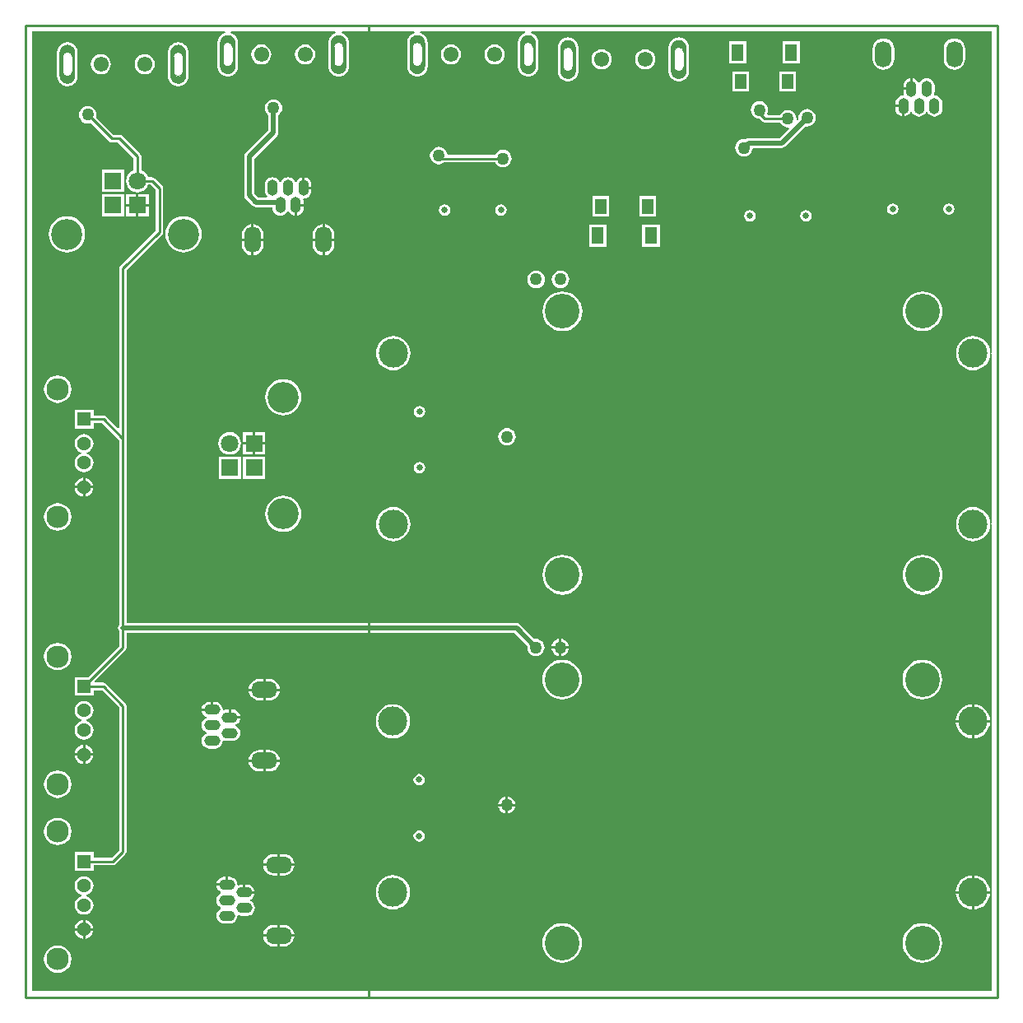
<source format=gbl>
G04*
G04 #@! TF.GenerationSoftware,Altium Limited,CircuitStudio,1.5.2 (1.5.2.30)*
G04*
G04 Layer_Physical_Order=2*
G04 Layer_Color=16711680*
%FSLAX25Y25*%
%MOIN*%
G70*
G01*
G75*
%ADD26C,0.01969*%
%ADD27C,0.01000*%
%ADD28C,0.00984*%
%ADD32C,0.00000*%
%ADD33C,0.06102*%
%ADD34O,0.06693X0.10630*%
%ADD35O,0.04331X0.06496*%
%ADD36C,0.02559*%
%ADD37R,0.04724X0.06299*%
%ADD38R,0.05118X0.07087*%
%ADD39C,0.14016*%
%ADD40C,0.11811*%
%ADD41C,0.09055*%
%ADD42C,0.05622*%
%ADD43R,0.05622X0.05622*%
%ADD44O,0.10630X0.06693*%
%ADD45O,0.06496X0.04331*%
%ADD46R,0.07087X0.07087*%
%ADD47C,0.07087*%
%ADD48C,0.12598*%
%ADD49R,0.07087X0.07087*%
%ADD50C,0.05000*%
G36*
X258826Y489759D02*
X258991Y489747D01*
X259154Y489725D01*
X259316Y489695D01*
X259477Y489656D01*
X259635Y489610D01*
X259790Y489555D01*
X259943Y489492D01*
X260091Y489421D01*
X260236Y489342D01*
X260377Y489256D01*
X260513Y489162D01*
X260644Y489062D01*
X260769Y488955D01*
X260889Y488841D01*
X261002Y488722D01*
X261109Y488596D01*
X261210Y488465D01*
X261303Y488330D01*
X261389Y488189D01*
X261468Y488044D01*
X261539Y487895D01*
X261602Y487743D01*
X261657Y487587D01*
X261704Y487429D01*
X261742Y487269D01*
X261772Y487107D01*
X261794Y486943D01*
X261807Y486779D01*
X261811Y486614D01*
Y481890D01*
Y477165D01*
X261807Y477001D01*
X261794Y476836D01*
X261772Y476673D01*
X261742Y476510D01*
X261704Y476350D01*
X261657Y476192D01*
X261602Y476037D01*
X261539Y475884D01*
X261468Y475736D01*
X261389Y475591D01*
X261303Y475450D01*
X261210Y475314D01*
X261109Y475183D01*
X261002Y475058D01*
X260889Y474938D01*
X260769Y474825D01*
X260644Y474718D01*
X260513Y474617D01*
X260377Y474524D01*
X260236Y474438D01*
X260091Y474359D01*
X259943Y474288D01*
X259790Y474225D01*
X259635Y474170D01*
X259477Y474123D01*
X259316Y474085D01*
X259154Y474054D01*
X258991Y474033D01*
X258826Y474020D01*
X258661Y474016D01*
X258497Y474020D01*
X258332Y474033D01*
X258169Y474054D01*
X258007Y474085D01*
X257846Y474123D01*
X257688Y474170D01*
X257533Y474225D01*
X257380Y474288D01*
X257231Y474359D01*
X257087Y474438D01*
X256946Y474524D01*
X256810Y474617D01*
X256679Y474718D01*
X256554Y474825D01*
X256434Y474938D01*
X256321Y475058D01*
X256214Y475183D01*
X256113Y475314D01*
X256020Y475450D01*
X255934Y475591D01*
X255855Y475736D01*
X255784Y475884D01*
X255721Y476037D01*
X255666Y476192D01*
X255619Y476350D01*
X255581Y476510D01*
X255551Y476673D01*
X255529Y476836D01*
X255516Y477001D01*
X255512Y477165D01*
Y481890D01*
Y486614D01*
X255516Y486779D01*
X255529Y486943D01*
X255551Y487107D01*
X255581Y487269D01*
X255619Y487429D01*
X255666Y487587D01*
X255721Y487743D01*
X255784Y487895D01*
X255855Y488044D01*
X255934Y488189D01*
X256020Y488330D01*
X256113Y488465D01*
X256214Y488596D01*
X256321Y488722D01*
X256434Y488841D01*
X256554Y488955D01*
X256679Y489062D01*
X256810Y489162D01*
X256946Y489256D01*
X257087Y489342D01*
X257231Y489421D01*
X257380Y489492D01*
X257533Y489555D01*
X257688Y489610D01*
X257846Y489656D01*
X258007Y489695D01*
X258169Y489725D01*
X258332Y489747D01*
X258497Y489759D01*
X258661Y489764D01*
X258826Y489759D01*
D02*
G37*
G36*
X303708D02*
X303872Y489747D01*
X304036Y489725D01*
X304198Y489695D01*
X304359Y489656D01*
X304517Y489610D01*
X304672Y489555D01*
X304824Y489492D01*
X304973Y489421D01*
X305118Y489342D01*
X305259Y489256D01*
X305395Y489162D01*
X305525Y489062D01*
X305651Y488955D01*
X305770Y488841D01*
X305884Y488722D01*
X305991Y488596D01*
X306091Y488465D01*
X306185Y488330D01*
X306271Y488189D01*
X306350Y488044D01*
X306421Y487895D01*
X306484Y487743D01*
X306539Y487587D01*
X306586Y487429D01*
X306624Y487269D01*
X306654Y487107D01*
X306676Y486943D01*
X306689Y486779D01*
X306693Y486614D01*
Y481890D01*
Y477165D01*
X306689Y477001D01*
X306676Y476836D01*
X306654Y476673D01*
X306624Y476510D01*
X306586Y476350D01*
X306539Y476192D01*
X306484Y476037D01*
X306421Y475884D01*
X306350Y475736D01*
X306271Y475591D01*
X306185Y475450D01*
X306091Y475314D01*
X305991Y475183D01*
X305884Y475058D01*
X305770Y474938D01*
X305651Y474825D01*
X305525Y474718D01*
X305395Y474617D01*
X305259Y474524D01*
X305118Y474438D01*
X304973Y474359D01*
X304824Y474288D01*
X304672Y474225D01*
X304517Y474170D01*
X304359Y474123D01*
X304198Y474085D01*
X304036Y474054D01*
X303872Y474033D01*
X303708Y474020D01*
X303543Y474016D01*
X303379Y474020D01*
X303214Y474033D01*
X303051Y474054D01*
X302888Y474085D01*
X302728Y474123D01*
X302570Y474170D01*
X302415Y474225D01*
X302262Y474288D01*
X302113Y474359D01*
X301969Y474438D01*
X301828Y474524D01*
X301692Y474617D01*
X301561Y474718D01*
X301436Y474825D01*
X301316Y474938D01*
X301203Y475058D01*
X301096Y475183D01*
X300995Y475314D01*
X300902Y475450D01*
X300816Y475591D01*
X300737Y475736D01*
X300666Y475884D01*
X300603Y476037D01*
X300548Y476192D01*
X300501Y476350D01*
X300463Y476510D01*
X300432Y476673D01*
X300411Y476836D01*
X300398Y477001D01*
X300394Y477165D01*
Y481890D01*
Y486614D01*
X300398Y486779D01*
X300411Y486943D01*
X300432Y487107D01*
X300463Y487269D01*
X300501Y487429D01*
X300548Y487587D01*
X300603Y487743D01*
X300666Y487895D01*
X300737Y488044D01*
X300816Y488189D01*
X300902Y488330D01*
X300995Y488465D01*
X301096Y488596D01*
X301203Y488722D01*
X301316Y488841D01*
X301436Y488955D01*
X301561Y489062D01*
X301692Y489162D01*
X301828Y489256D01*
X301969Y489342D01*
X302113Y489421D01*
X302262Y489492D01*
X302415Y489555D01*
X302570Y489610D01*
X302728Y489656D01*
X302888Y489695D01*
X303051Y489725D01*
X303214Y489747D01*
X303379Y489759D01*
X303543Y489764D01*
X303708Y489759D01*
D02*
G37*
G36*
X226937D02*
X227101Y489747D01*
X227264Y489725D01*
X227427Y489695D01*
X227587Y489656D01*
X227745Y489610D01*
X227900Y489555D01*
X228053Y489492D01*
X228202Y489421D01*
X228346Y489342D01*
X228487Y489256D01*
X228623Y489162D01*
X228754Y489062D01*
X228879Y488955D01*
X228999Y488841D01*
X229112Y488722D01*
X229219Y488596D01*
X229320Y488465D01*
X229413Y488330D01*
X229499Y488189D01*
X229578Y488044D01*
X229649Y487895D01*
X229712Y487743D01*
X229767Y487587D01*
X229814Y487429D01*
X229852Y487269D01*
X229883Y487107D01*
X229904Y486943D01*
X229917Y486779D01*
X229921Y486614D01*
Y481890D01*
Y477165D01*
X229917Y477001D01*
X229904Y476836D01*
X229883Y476673D01*
X229852Y476510D01*
X229814Y476350D01*
X229767Y476192D01*
X229712Y476037D01*
X229649Y475884D01*
X229578Y475736D01*
X229499Y475591D01*
X229413Y475450D01*
X229320Y475314D01*
X229219Y475183D01*
X229112Y475058D01*
X228999Y474938D01*
X228879Y474825D01*
X228754Y474718D01*
X228623Y474617D01*
X228487Y474524D01*
X228346Y474438D01*
X228202Y474359D01*
X228053Y474288D01*
X227900Y474225D01*
X227745Y474170D01*
X227587Y474123D01*
X227427Y474085D01*
X227264Y474054D01*
X227101Y474033D01*
X226937Y474020D01*
X226772Y474016D01*
X226607Y474020D01*
X226442Y474033D01*
X226279Y474054D01*
X226117Y474085D01*
X225957Y474123D01*
X225798Y474170D01*
X225643Y474225D01*
X225491Y474288D01*
X225342Y474359D01*
X225197Y474438D01*
X225056Y474524D01*
X224920Y474617D01*
X224790Y474718D01*
X224664Y474825D01*
X224545Y474938D01*
X224431Y475058D01*
X224324Y475183D01*
X224224Y475314D01*
X224130Y475450D01*
X224044Y475591D01*
X223965Y475736D01*
X223894Y475884D01*
X223831Y476037D01*
X223776Y476192D01*
X223729Y476350D01*
X223691Y476510D01*
X223661Y476673D01*
X223639Y476836D01*
X223626Y477001D01*
X223622Y477165D01*
Y481890D01*
Y486614D01*
X223626Y486779D01*
X223639Y486943D01*
X223661Y487107D01*
X223691Y487269D01*
X223729Y487429D01*
X223776Y487587D01*
X223831Y487743D01*
X223894Y487895D01*
X223965Y488044D01*
X224044Y488189D01*
X224130Y488330D01*
X224224Y488465D01*
X224324Y488596D01*
X224431Y488722D01*
X224545Y488841D01*
X224664Y488955D01*
X224790Y489062D01*
X224920Y489162D01*
X225056Y489256D01*
X225197Y489342D01*
X225342Y489421D01*
X225491Y489492D01*
X225643Y489555D01*
X225798Y489610D01*
X225957Y489656D01*
X226117Y489695D01*
X226279Y489725D01*
X226442Y489747D01*
X226607Y489759D01*
X226772Y489764D01*
X226937Y489759D01*
D02*
G37*
G36*
X491187Y361068D02*
X490725Y361045D01*
X490702Y361044D01*
X490689Y361044D01*
X490687Y361043D01*
X490663Y361289D01*
Y361289D01*
X490565Y362279D01*
X490171Y363581D01*
X489529Y364780D01*
X488666Y365832D01*
X487615Y366695D01*
X486415Y367336D01*
X485114Y367731D01*
X483760Y367864D01*
X482406Y367731D01*
X481105Y367336D01*
X479905Y366695D01*
X478853Y365832D01*
X477990Y364780D01*
X477349Y363581D01*
X476954Y362279D01*
X476821Y360925D01*
X476954Y359572D01*
X477349Y358270D01*
X477990Y357070D01*
X478853Y356019D01*
X479905Y355156D01*
X481105Y354515D01*
X482406Y354120D01*
X483760Y353986D01*
X485114Y354120D01*
X486415Y354515D01*
X487615Y355156D01*
X488666Y356019D01*
X489529Y357070D01*
X490171Y358270D01*
X490565Y359572D01*
X490663Y360561D01*
Y360561D01*
X490687Y360807D01*
X490689Y360807D01*
X490702Y360806D01*
X490725Y360805D01*
X491187Y360782D01*
Y291816D01*
X490725Y291793D01*
X490702Y291792D01*
X490689Y291792D01*
X490687Y291791D01*
X490663Y292037D01*
Y292037D01*
X490565Y293027D01*
X490171Y294329D01*
X489529Y295528D01*
X488666Y296580D01*
X487615Y297443D01*
X486415Y298084D01*
X485114Y298479D01*
X483760Y298612D01*
X482406Y298479D01*
X481105Y298084D01*
X479905Y297443D01*
X478853Y296580D01*
X477990Y295528D01*
X477349Y294329D01*
X476954Y293027D01*
X476821Y291673D01*
X476954Y290319D01*
X477349Y289018D01*
X477990Y287818D01*
X478853Y286767D01*
X479905Y285904D01*
X481105Y285262D01*
X482406Y284868D01*
X483760Y284734D01*
X485114Y284868D01*
X486415Y285262D01*
X487615Y285904D01*
X488666Y286767D01*
X489529Y287818D01*
X490171Y289018D01*
X490565Y290319D01*
X490663Y291309D01*
Y291309D01*
X490687Y291555D01*
X490689Y291555D01*
X490702Y291554D01*
X490725Y291553D01*
X491187Y291530D01*
Y250197D01*
Y248228D01*
Y102514D01*
X102514D01*
Y491187D01*
X180483D01*
X180808Y490687D01*
X180792Y490650D01*
X180579Y490571D01*
X180576Y490571D01*
X180421Y490516D01*
X180397Y490502D01*
X180371Y490497D01*
X180219Y490434D01*
X180196Y490418D01*
X180170Y490412D01*
X180021Y490341D01*
X179999Y490324D01*
X179973Y490316D01*
X179828Y490238D01*
X179808Y490220D01*
X179782Y490211D01*
X179642Y490125D01*
X179622Y490107D01*
X179597Y490096D01*
X179461Y490002D01*
X179442Y489983D01*
X179418Y489971D01*
X179287Y489871D01*
X179269Y489850D01*
X179245Y489837D01*
X179120Y489730D01*
X179103Y489709D01*
X179080Y489694D01*
X178961Y489581D01*
X178945Y489559D01*
X178923Y489543D01*
X178810Y489424D01*
X178795Y489401D01*
X178774Y489384D01*
X178667Y489258D01*
X178654Y489235D01*
X178633Y489217D01*
X178533Y489086D01*
X178521Y489062D01*
X178501Y489043D01*
X178408Y488907D01*
X178397Y488882D01*
X178379Y488862D01*
X178293Y488722D01*
X178283Y488696D01*
X178266Y488675D01*
X178187Y488531D01*
X178179Y488505D01*
X178163Y488483D01*
X178092Y488334D01*
X178085Y488308D01*
X178070Y488285D01*
X178007Y488133D01*
X178002Y488106D01*
X177988Y488083D01*
X177933Y487928D01*
X177929Y487901D01*
X177917Y487877D01*
X177870Y487719D01*
X177867Y487692D01*
X177856Y487667D01*
X177818Y487507D01*
X177816Y487480D01*
X177806Y487455D01*
X177776Y487293D01*
X177777Y487266D01*
X177768Y487240D01*
X177747Y487077D01*
X177748Y487049D01*
X177741Y487023D01*
X177728Y486859D01*
X177731Y486832D01*
X177725Y486806D01*
X177721Y486641D01*
X177723Y486627D01*
X177721Y486614D01*
Y481890D01*
Y477165D01*
X177723Y477152D01*
X177721Y477139D01*
X177725Y476974D01*
X177731Y476947D01*
X177728Y476921D01*
X177741Y476756D01*
X177748Y476730D01*
X177747Y476703D01*
X177768Y476540D01*
X177777Y476514D01*
X177776Y476487D01*
X177806Y476325D01*
X177816Y476300D01*
X177818Y476272D01*
X177856Y476112D01*
X177867Y476088D01*
X177870Y476061D01*
X177917Y475903D01*
X177929Y475878D01*
X177933Y475852D01*
X177988Y475696D01*
X178002Y475673D01*
X178007Y475646D01*
X178070Y475494D01*
X178085Y475472D01*
X178092Y475445D01*
X178163Y475296D01*
X178179Y475275D01*
X178187Y475249D01*
X178266Y475104D01*
X178283Y475083D01*
X178293Y475058D01*
X178379Y474917D01*
X178397Y474897D01*
X178408Y474872D01*
X178501Y474736D01*
X178521Y474718D01*
X178533Y474693D01*
X178633Y474563D01*
X178654Y474545D01*
X178667Y474521D01*
X178774Y474396D01*
X178795Y474379D01*
X178810Y474356D01*
X178923Y474236D01*
X178945Y474221D01*
X178961Y474199D01*
X179080Y474085D01*
X179103Y474071D01*
X179120Y474049D01*
X179245Y473942D01*
X179269Y473929D01*
X179287Y473909D01*
X179418Y473808D01*
X179442Y473796D01*
X179461Y473777D01*
X179597Y473684D01*
X179622Y473673D01*
X179642Y473655D01*
X179782Y473568D01*
X179808Y473559D01*
X179828Y473542D01*
X179973Y473463D01*
X179999Y473455D01*
X180021Y473439D01*
X180170Y473368D01*
X180196Y473361D01*
X180219Y473346D01*
X180371Y473283D01*
X180397Y473278D01*
X180421Y473264D01*
X180576Y473209D01*
X180603Y473205D01*
X180627Y473192D01*
X180785Y473145D01*
X180812Y473143D01*
X180837Y473132D01*
X180997Y473093D01*
X181024Y473092D01*
X181049Y473082D01*
X181211Y473052D01*
X181238Y473052D01*
X181264Y473044D01*
X181428Y473022D01*
X181455Y473024D01*
X181481Y473017D01*
X181645Y473004D01*
X181672Y473007D01*
X181698Y473001D01*
X181863Y472997D01*
X181890Y473001D01*
X181916Y472997D01*
X182081Y473001D01*
X182108Y473007D01*
X182135Y473004D01*
X182299Y473017D01*
X182325Y473024D01*
X182352Y473022D01*
X182516Y473044D01*
X182541Y473052D01*
X182568Y473052D01*
X182730Y473082D01*
X182756Y473092D01*
X182783Y473093D01*
X182943Y473132D01*
X182968Y473143D01*
X182995Y473145D01*
X183153Y473192D01*
X183177Y473205D01*
X183203Y473209D01*
X183359Y473264D01*
X183382Y473278D01*
X183409Y473283D01*
X183561Y473346D01*
X183583Y473361D01*
X183610Y473368D01*
X183759Y473439D01*
X183780Y473455D01*
X183806Y473463D01*
X183951Y473542D01*
X183972Y473559D01*
X183997Y473568D01*
X184138Y473655D01*
X184158Y473673D01*
X184183Y473684D01*
X184319Y473777D01*
X184337Y473796D01*
X184362Y473808D01*
X184493Y473909D01*
X184510Y473929D01*
X184534Y473942D01*
X184659Y474049D01*
X184676Y474071D01*
X184699Y474085D01*
X184819Y474199D01*
X184834Y474221D01*
X184856Y474236D01*
X184970Y474356D01*
X184984Y474379D01*
X185006Y474396D01*
X185113Y474521D01*
X185126Y474545D01*
X185146Y474563D01*
X185247Y474693D01*
X185259Y474718D01*
X185278Y474736D01*
X185371Y474872D01*
X185382Y474897D01*
X185401Y474917D01*
X185487Y475058D01*
X185496Y475083D01*
X185513Y475104D01*
X185592Y475249D01*
X185600Y475275D01*
X185616Y475296D01*
X185687Y475445D01*
X185694Y475472D01*
X185709Y475494D01*
X185772Y475646D01*
X185777Y475673D01*
X185791Y475696D01*
X185846Y475852D01*
X185850Y475878D01*
X185863Y475903D01*
X185910Y476061D01*
X185912Y476088D01*
X185924Y476112D01*
X185962Y476272D01*
X185963Y476299D01*
X185973Y476325D01*
X186003Y476487D01*
X186003Y476514D01*
X186011Y476540D01*
X186033Y476703D01*
X186031Y476730D01*
X186039Y476756D01*
X186051Y476921D01*
X186048Y476947D01*
X186054Y476974D01*
X186059Y477139D01*
X186056Y477152D01*
X186059Y477165D01*
Y481890D01*
Y486614D01*
X186056Y486627D01*
X186059Y486641D01*
X186054Y486806D01*
X186048Y486832D01*
X186051Y486859D01*
X186039Y487023D01*
X186031Y487049D01*
X186033Y487077D01*
X186011Y487240D01*
X186003Y487266D01*
X186003Y487293D01*
X185973Y487455D01*
X185963Y487480D01*
X185962Y487507D01*
X185924Y487667D01*
X185912Y487692D01*
X185910Y487719D01*
X185863Y487877D01*
X185850Y487901D01*
X185846Y487928D01*
X185791Y488083D01*
X185777Y488106D01*
X185772Y488133D01*
X185709Y488285D01*
X185694Y488308D01*
X185687Y488334D01*
X185616Y488483D01*
X185600Y488505D01*
X185592Y488531D01*
X185513Y488675D01*
X185496Y488696D01*
X185487Y488722D01*
X185401Y488862D01*
X185382Y488882D01*
X185371Y488907D01*
X185278Y489043D01*
X185259Y489062D01*
X185247Y489086D01*
X185146Y489217D01*
X185126Y489235D01*
X185113Y489258D01*
X185006Y489384D01*
X184984Y489401D01*
X184970Y489424D01*
X184856Y489543D01*
X184834Y489559D01*
X184819Y489581D01*
X184699Y489694D01*
X184676Y489709D01*
X184659Y489730D01*
X184534Y489837D01*
X184510Y489850D01*
X184493Y489871D01*
X184362Y489971D01*
X184337Y489983D01*
X184319Y490002D01*
X184183Y490096D01*
X184158Y490107D01*
X184138Y490125D01*
X183997Y490211D01*
X183972Y490220D01*
X183951Y490238D01*
X183806Y490316D01*
X183780Y490324D01*
X183759Y490341D01*
X183610Y490412D01*
X183583Y490418D01*
X183561Y490434D01*
X183409Y490497D01*
X183382Y490502D01*
X183359Y490516D01*
X183203Y490571D01*
X183200Y490571D01*
X182987Y490650D01*
X182971Y490687D01*
X183296Y491187D01*
X225365D01*
X225690Y490687D01*
X225674Y490650D01*
X225461Y490571D01*
X225458Y490571D01*
X225303Y490516D01*
X225279Y490502D01*
X225253Y490497D01*
X225100Y490434D01*
X225078Y490418D01*
X225052Y490412D01*
X224903Y490341D01*
X224881Y490324D01*
X224855Y490316D01*
X224710Y490238D01*
X224690Y490220D01*
X224664Y490211D01*
X224523Y490125D01*
X224504Y490107D01*
X224479Y490096D01*
X224343Y490002D01*
X224324Y489983D01*
X224300Y489971D01*
X224169Y489871D01*
X224151Y489850D01*
X224127Y489837D01*
X224002Y489730D01*
X223985Y489709D01*
X223962Y489694D01*
X223843Y489581D01*
X223827Y489559D01*
X223805Y489543D01*
X223692Y489424D01*
X223677Y489401D01*
X223656Y489384D01*
X223549Y489258D01*
X223535Y489235D01*
X223515Y489217D01*
X223415Y489086D01*
X223403Y489062D01*
X223383Y489043D01*
X223290Y488907D01*
X223279Y488882D01*
X223261Y488862D01*
X223175Y488722D01*
X223165Y488696D01*
X223148Y488675D01*
X223069Y488531D01*
X223061Y488505D01*
X223045Y488483D01*
X222974Y488334D01*
X222967Y488308D01*
X222952Y488285D01*
X222889Y488133D01*
X222884Y488106D01*
X222870Y488083D01*
X222815Y487928D01*
X222811Y487901D01*
X222799Y487877D01*
X222752Y487719D01*
X222749Y487692D01*
X222738Y487667D01*
X222699Y487507D01*
X222698Y487480D01*
X222688Y487455D01*
X222658Y487293D01*
X222659Y487266D01*
X222650Y487240D01*
X222628Y487077D01*
X222630Y487049D01*
X222623Y487023D01*
X222610Y486859D01*
X222613Y486832D01*
X222607Y486806D01*
X222603Y486641D01*
X222605Y486627D01*
X222603Y486614D01*
Y481890D01*
Y477165D01*
X222605Y477152D01*
X222603Y477139D01*
X222607Y476974D01*
X222613Y476947D01*
X222610Y476921D01*
X222623Y476756D01*
X222630Y476730D01*
X222628Y476703D01*
X222650Y476540D01*
X222659Y476514D01*
X222658Y476487D01*
X222688Y476325D01*
X222698Y476300D01*
X222699Y476272D01*
X222738Y476112D01*
X222749Y476088D01*
X222752Y476061D01*
X222799Y475903D01*
X222811Y475878D01*
X222815Y475852D01*
X222870Y475696D01*
X222884Y475673D01*
X222889Y475646D01*
X222952Y475494D01*
X222967Y475472D01*
X222974Y475445D01*
X223045Y475296D01*
X223061Y475275D01*
X223069Y475249D01*
X223148Y475104D01*
X223165Y475083D01*
X223175Y475058D01*
X223261Y474917D01*
X223279Y474897D01*
X223290Y474872D01*
X223383Y474736D01*
X223403Y474718D01*
X223415Y474693D01*
X223515Y474563D01*
X223535Y474545D01*
X223549Y474521D01*
X223656Y474396D01*
X223677Y474379D01*
X223692Y474356D01*
X223805Y474236D01*
X223827Y474221D01*
X223843Y474199D01*
X223962Y474085D01*
X223985Y474071D01*
X224002Y474049D01*
X224127Y473942D01*
X224151Y473929D01*
X224169Y473909D01*
X224300Y473808D01*
X224324Y473796D01*
X224343Y473777D01*
X224479Y473684D01*
X224504Y473673D01*
X224523Y473655D01*
X224664Y473568D01*
X224690Y473559D01*
X224710Y473542D01*
X224855Y473463D01*
X224881Y473455D01*
X224903Y473439D01*
X225052Y473368D01*
X225078Y473361D01*
X225100Y473346D01*
X225253Y473283D01*
X225279Y473278D01*
X225303Y473264D01*
X225458Y473209D01*
X225485Y473205D01*
X225509Y473192D01*
X225667Y473145D01*
X225694Y473143D01*
X225718Y473132D01*
X225879Y473093D01*
X225906Y473092D01*
X225931Y473082D01*
X226093Y473052D01*
X226120Y473052D01*
X226146Y473044D01*
X226309Y473022D01*
X226336Y473024D01*
X226362Y473017D01*
X226527Y473004D01*
X226554Y473007D01*
X226580Y473001D01*
X226745Y472997D01*
X226772Y473001D01*
X226798Y472997D01*
X226963Y473001D01*
X226990Y473007D01*
X227016Y473004D01*
X227181Y473017D01*
X227207Y473024D01*
X227234Y473022D01*
X227397Y473044D01*
X227423Y473052D01*
X227450Y473052D01*
X227612Y473082D01*
X227637Y473092D01*
X227664Y473093D01*
X227825Y473132D01*
X227849Y473143D01*
X227876Y473145D01*
X228034Y473192D01*
X228059Y473205D01*
X228085Y473209D01*
X228241Y473264D01*
X228264Y473278D01*
X228291Y473283D01*
X228443Y473346D01*
X228465Y473361D01*
X228492Y473368D01*
X228641Y473439D01*
X228662Y473455D01*
X228688Y473463D01*
X228833Y473542D01*
X228854Y473559D01*
X228879Y473568D01*
X229020Y473655D01*
X229040Y473673D01*
X229065Y473684D01*
X229201Y473777D01*
X229219Y473796D01*
X229244Y473808D01*
X229374Y473909D01*
X229392Y473929D01*
X229416Y473942D01*
X229541Y474049D01*
X229558Y474071D01*
X229581Y474085D01*
X229701Y474199D01*
X229716Y474221D01*
X229738Y474236D01*
X229852Y474356D01*
X229866Y474379D01*
X229888Y474396D01*
X229995Y474521D01*
X230008Y474545D01*
X230028Y474563D01*
X230129Y474693D01*
X230141Y474718D01*
X230160Y474736D01*
X230253Y474872D01*
X230264Y474897D01*
X230282Y474917D01*
X230369Y475058D01*
X230378Y475083D01*
X230395Y475104D01*
X230474Y475249D01*
X230482Y475275D01*
X230498Y475296D01*
X230569Y475445D01*
X230576Y475472D01*
X230591Y475494D01*
X230654Y475646D01*
X230659Y475673D01*
X230673Y475696D01*
X230728Y475852D01*
X230732Y475878D01*
X230745Y475903D01*
X230792Y476061D01*
X230794Y476088D01*
X230805Y476112D01*
X230844Y476272D01*
X230845Y476299D01*
X230855Y476325D01*
X230885Y476487D01*
X230885Y476514D01*
X230893Y476540D01*
X230915Y476703D01*
X230913Y476730D01*
X230921Y476756D01*
X230933Y476921D01*
X230930Y476947D01*
X230936Y476974D01*
X230941Y477139D01*
X230938Y477152D01*
X230941Y477165D01*
Y481890D01*
Y486614D01*
X230938Y486627D01*
X230941Y486641D01*
X230936Y486806D01*
X230930Y486832D01*
X230933Y486859D01*
X230921Y487023D01*
X230913Y487049D01*
X230915Y487077D01*
X230893Y487240D01*
X230885Y487266D01*
X230885Y487293D01*
X230855Y487455D01*
X230845Y487480D01*
X230844Y487507D01*
X230805Y487667D01*
X230794Y487692D01*
X230792Y487719D01*
X230745Y487877D01*
X230732Y487901D01*
X230728Y487928D01*
X230673Y488083D01*
X230659Y488106D01*
X230654Y488133D01*
X230591Y488285D01*
X230576Y488308D01*
X230569Y488334D01*
X230498Y488483D01*
X230482Y488505D01*
X230474Y488531D01*
X230395Y488675D01*
X230378Y488696D01*
X230369Y488722D01*
X230282Y488862D01*
X230264Y488882D01*
X230253Y488907D01*
X230160Y489043D01*
X230141Y489062D01*
X230129Y489086D01*
X230028Y489217D01*
X230008Y489235D01*
X229995Y489258D01*
X229888Y489384D01*
X229866Y489401D01*
X229852Y489424D01*
X229738Y489543D01*
X229716Y489559D01*
X229701Y489581D01*
X229581Y489694D01*
X229558Y489709D01*
X229541Y489730D01*
X229416Y489837D01*
X229392Y489850D01*
X229374Y489871D01*
X229244Y489971D01*
X229219Y489983D01*
X229201Y490002D01*
X229065Y490096D01*
X229040Y490107D01*
X229020Y490125D01*
X228879Y490211D01*
X228854Y490220D01*
X228833Y490238D01*
X228688Y490316D01*
X228662Y490324D01*
X228641Y490341D01*
X228492Y490412D01*
X228465Y490418D01*
X228443Y490434D01*
X228291Y490497D01*
X228264Y490502D01*
X228241Y490516D01*
X228085Y490571D01*
X228082Y490571D01*
X227869Y490650D01*
X227853Y490687D01*
X228178Y491187D01*
X257255D01*
X257580Y490687D01*
X257564Y490650D01*
X257351Y490571D01*
X257348Y490571D01*
X257192Y490516D01*
X257169Y490502D01*
X257142Y490497D01*
X256990Y490434D01*
X256968Y490418D01*
X256941Y490412D01*
X256793Y490341D01*
X256771Y490324D01*
X256745Y490316D01*
X256600Y490238D01*
X256579Y490220D01*
X256554Y490211D01*
X256413Y490125D01*
X256393Y490107D01*
X256368Y490096D01*
X256233Y490002D01*
X256214Y489983D01*
X256189Y489971D01*
X256059Y489871D01*
X256041Y489850D01*
X256017Y489837D01*
X255892Y489730D01*
X255875Y489709D01*
X255852Y489694D01*
X255732Y489581D01*
X255717Y489559D01*
X255695Y489543D01*
X255581Y489424D01*
X255567Y489401D01*
X255545Y489384D01*
X255438Y489258D01*
X255425Y489235D01*
X255405Y489217D01*
X255304Y489086D01*
X255293Y489062D01*
X255273Y489043D01*
X255180Y488907D01*
X255169Y488882D01*
X255151Y488862D01*
X255064Y488722D01*
X255055Y488696D01*
X255038Y488675D01*
X254959Y488531D01*
X254951Y488505D01*
X254935Y488483D01*
X254864Y488334D01*
X254857Y488308D01*
X254842Y488285D01*
X254779Y488133D01*
X254774Y488106D01*
X254760Y488083D01*
X254705Y487928D01*
X254701Y487901D01*
X254688Y487877D01*
X254642Y487719D01*
X254639Y487692D01*
X254628Y487667D01*
X254589Y487507D01*
X254588Y487480D01*
X254578Y487455D01*
X254548Y487293D01*
X254548Y487266D01*
X254540Y487240D01*
X254518Y487077D01*
X254520Y487049D01*
X254513Y487023D01*
X254500Y486859D01*
X254503Y486832D01*
X254497Y486806D01*
X254493Y486641D01*
X254495Y486627D01*
X254492Y486614D01*
Y481890D01*
Y477165D01*
X254495Y477152D01*
X254493Y477139D01*
X254497Y476974D01*
X254503Y476947D01*
X254500Y476921D01*
X254513Y476756D01*
X254520Y476730D01*
X254518Y476703D01*
X254540Y476540D01*
X254548Y476514D01*
X254548Y476487D01*
X254578Y476325D01*
X254588Y476300D01*
X254589Y476272D01*
X254628Y476112D01*
X254639Y476088D01*
X254642Y476061D01*
X254688Y475903D01*
X254701Y475878D01*
X254705Y475852D01*
X254760Y475696D01*
X254774Y475673D01*
X254779Y475646D01*
X254842Y475494D01*
X254857Y475472D01*
X254864Y475445D01*
X254935Y475296D01*
X254951Y475275D01*
X254959Y475249D01*
X255038Y475104D01*
X255055Y475083D01*
X255064Y475058D01*
X255151Y474917D01*
X255169Y474897D01*
X255180Y474872D01*
X255273Y474736D01*
X255293Y474718D01*
X255304Y474693D01*
X255405Y474563D01*
X255425Y474545D01*
X255438Y474521D01*
X255545Y474396D01*
X255567Y474379D01*
X255581Y474356D01*
X255695Y474236D01*
X255717Y474221D01*
X255732Y474199D01*
X255852Y474085D01*
X255875Y474071D01*
X255892Y474049D01*
X256017Y473942D01*
X256041Y473929D01*
X256059Y473909D01*
X256189Y473808D01*
X256214Y473796D01*
X256233Y473777D01*
X256368Y473684D01*
X256393Y473673D01*
X256413Y473655D01*
X256554Y473568D01*
X256579Y473559D01*
X256600Y473542D01*
X256745Y473463D01*
X256771Y473455D01*
X256793Y473439D01*
X256941Y473368D01*
X256968Y473361D01*
X256990Y473346D01*
X257142Y473283D01*
X257169Y473278D01*
X257192Y473264D01*
X257348Y473209D01*
X257375Y473205D01*
X257399Y473192D01*
X257557Y473145D01*
X257584Y473143D01*
X257608Y473132D01*
X257769Y473093D01*
X257796Y473092D01*
X257821Y473082D01*
X257983Y473052D01*
X258010Y473052D01*
X258036Y473044D01*
X258199Y473022D01*
X258226Y473024D01*
X258252Y473017D01*
X258417Y473004D01*
X258443Y473007D01*
X258470Y473001D01*
X258635Y472997D01*
X258661Y473001D01*
X258688Y472997D01*
X258853Y473001D01*
X258879Y473007D01*
X258906Y473004D01*
X259071Y473017D01*
X259097Y473024D01*
X259124Y473022D01*
X259287Y473044D01*
X259313Y473052D01*
X259340Y473052D01*
X259502Y473082D01*
X259527Y473092D01*
X259554Y473093D01*
X259715Y473132D01*
X259739Y473143D01*
X259766Y473145D01*
X259924Y473192D01*
X259948Y473205D01*
X259975Y473209D01*
X260131Y473264D01*
X260154Y473278D01*
X260180Y473283D01*
X260333Y473346D01*
X260355Y473361D01*
X260381Y473368D01*
X260530Y473439D01*
X260552Y473455D01*
X260578Y473463D01*
X260723Y473542D01*
X260744Y473559D01*
X260769Y473568D01*
X260910Y473655D01*
X260929Y473673D01*
X260954Y473684D01*
X261090Y473777D01*
X261109Y473796D01*
X261133Y473808D01*
X261264Y473909D01*
X261282Y473929D01*
X261306Y473942D01*
X261431Y474049D01*
X261448Y474071D01*
X261471Y474085D01*
X261590Y474199D01*
X261606Y474221D01*
X261628Y474236D01*
X261742Y474356D01*
X261756Y474379D01*
X261777Y474396D01*
X261884Y474521D01*
X261898Y474545D01*
X261918Y474563D01*
X262018Y474693D01*
X262030Y474718D01*
X262050Y474736D01*
X262143Y474872D01*
X262154Y474897D01*
X262172Y474917D01*
X262258Y475058D01*
X262268Y475083D01*
X262285Y475104D01*
X262364Y475249D01*
X262372Y475275D01*
X262388Y475296D01*
X262459Y475445D01*
X262466Y475472D01*
X262481Y475494D01*
X262544Y475646D01*
X262549Y475673D01*
X262563Y475696D01*
X262618Y475852D01*
X262622Y475878D01*
X262634Y475903D01*
X262681Y476061D01*
X262684Y476088D01*
X262695Y476112D01*
X262734Y476272D01*
X262735Y476299D01*
X262745Y476325D01*
X262775Y476487D01*
X262774Y476514D01*
X262783Y476540D01*
X262805Y476703D01*
X262803Y476730D01*
X262810Y476756D01*
X262823Y476921D01*
X262820Y476947D01*
X262826Y476974D01*
X262830Y477139D01*
X262828Y477152D01*
X262831Y477165D01*
Y481890D01*
Y486614D01*
X262828Y486627D01*
X262830Y486641D01*
X262826Y486806D01*
X262820Y486832D01*
X262823Y486859D01*
X262810Y487023D01*
X262803Y487049D01*
X262805Y487077D01*
X262783Y487240D01*
X262774Y487266D01*
X262775Y487293D01*
X262745Y487455D01*
X262735Y487480D01*
X262734Y487507D01*
X262695Y487667D01*
X262684Y487692D01*
X262681Y487719D01*
X262634Y487877D01*
X262622Y487901D01*
X262618Y487928D01*
X262563Y488083D01*
X262549Y488106D01*
X262544Y488133D01*
X262481Y488285D01*
X262466Y488308D01*
X262459Y488334D01*
X262388Y488483D01*
X262372Y488505D01*
X262364Y488531D01*
X262285Y488675D01*
X262268Y488696D01*
X262258Y488722D01*
X262172Y488862D01*
X262154Y488882D01*
X262143Y488907D01*
X262050Y489043D01*
X262030Y489062D01*
X262018Y489086D01*
X261918Y489217D01*
X261898Y489235D01*
X261884Y489258D01*
X261777Y489384D01*
X261756Y489401D01*
X261742Y489424D01*
X261628Y489543D01*
X261606Y489559D01*
X261590Y489581D01*
X261471Y489694D01*
X261448Y489709D01*
X261431Y489730D01*
X261306Y489837D01*
X261282Y489850D01*
X261264Y489871D01*
X261133Y489971D01*
X261109Y489983D01*
X261090Y490002D01*
X260954Y490096D01*
X260929Y490107D01*
X260910Y490125D01*
X260769Y490211D01*
X260744Y490220D01*
X260723Y490238D01*
X260578Y490316D01*
X260552Y490324D01*
X260530Y490341D01*
X260381Y490412D01*
X260355Y490418D01*
X260333Y490434D01*
X260180Y490497D01*
X260154Y490502D01*
X260131Y490516D01*
X259975Y490571D01*
X259972Y490571D01*
X259759Y490650D01*
X259743Y490687D01*
X260068Y491187D01*
X302137D01*
X302462Y490687D01*
X302446Y490650D01*
X302233Y490571D01*
X302230Y490571D01*
X302074Y490516D01*
X302051Y490502D01*
X302024Y490497D01*
X301872Y490434D01*
X301850Y490418D01*
X301823Y490412D01*
X301675Y490341D01*
X301653Y490324D01*
X301627Y490316D01*
X301482Y490238D01*
X301461Y490220D01*
X301436Y490211D01*
X301295Y490125D01*
X301275Y490107D01*
X301250Y490096D01*
X301115Y490002D01*
X301096Y489983D01*
X301071Y489971D01*
X300940Y489871D01*
X300923Y489850D01*
X300899Y489837D01*
X300774Y489730D01*
X300757Y489709D01*
X300734Y489694D01*
X300614Y489581D01*
X300599Y489559D01*
X300577Y489543D01*
X300463Y489424D01*
X300449Y489401D01*
X300427Y489384D01*
X300320Y489258D01*
X300307Y489235D01*
X300287Y489217D01*
X300186Y489086D01*
X300174Y489062D01*
X300155Y489043D01*
X300062Y488907D01*
X300051Y488882D01*
X300032Y488862D01*
X299946Y488722D01*
X299937Y488696D01*
X299920Y488675D01*
X299841Y488531D01*
X299833Y488505D01*
X299817Y488483D01*
X299746Y488334D01*
X299739Y488308D01*
X299724Y488285D01*
X299661Y488133D01*
X299656Y488106D01*
X299642Y488083D01*
X299587Y487928D01*
X299583Y487901D01*
X299570Y487877D01*
X299523Y487719D01*
X299521Y487692D01*
X299510Y487667D01*
X299471Y487507D01*
X299470Y487480D01*
X299460Y487455D01*
X299430Y487293D01*
X299430Y487266D01*
X299422Y487240D01*
X299400Y487077D01*
X299402Y487049D01*
X299394Y487023D01*
X299382Y486859D01*
X299385Y486832D01*
X299379Y486806D01*
X299375Y486641D01*
X299377Y486627D01*
X299374Y486614D01*
Y481890D01*
Y477165D01*
X299377Y477152D01*
X299375Y477139D01*
X299379Y476974D01*
X299385Y476947D01*
X299382Y476921D01*
X299394Y476756D01*
X299402Y476730D01*
X299400Y476703D01*
X299422Y476540D01*
X299430Y476514D01*
X299430Y476487D01*
X299460Y476325D01*
X299470Y476300D01*
X299471Y476272D01*
X299510Y476112D01*
X299521Y476088D01*
X299523Y476061D01*
X299570Y475903D01*
X299583Y475878D01*
X299587Y475852D01*
X299642Y475696D01*
X299656Y475673D01*
X299661Y475646D01*
X299724Y475494D01*
X299739Y475472D01*
X299746Y475445D01*
X299817Y475296D01*
X299833Y475275D01*
X299841Y475249D01*
X299920Y475104D01*
X299937Y475083D01*
X299946Y475058D01*
X300032Y474917D01*
X300051Y474897D01*
X300062Y474872D01*
X300155Y474736D01*
X300174Y474718D01*
X300186Y474693D01*
X300287Y474563D01*
X300307Y474545D01*
X300320Y474521D01*
X300427Y474396D01*
X300449Y474379D01*
X300463Y474356D01*
X300577Y474236D01*
X300599Y474221D01*
X300614Y474199D01*
X300734Y474085D01*
X300757Y474071D01*
X300774Y474049D01*
X300899Y473942D01*
X300923Y473929D01*
X300940Y473909D01*
X301071Y473808D01*
X301096Y473796D01*
X301115Y473777D01*
X301250Y473684D01*
X301275Y473673D01*
X301295Y473655D01*
X301436Y473568D01*
X301461Y473559D01*
X301482Y473542D01*
X301627Y473463D01*
X301653Y473455D01*
X301675Y473439D01*
X301823Y473368D01*
X301850Y473361D01*
X301872Y473346D01*
X302024Y473283D01*
X302051Y473278D01*
X302074Y473264D01*
X302230Y473209D01*
X302256Y473205D01*
X302280Y473192D01*
X302438Y473145D01*
X302466Y473143D01*
X302490Y473132D01*
X302650Y473093D01*
X302677Y473092D01*
X302703Y473082D01*
X302865Y473052D01*
X302892Y473052D01*
X302918Y473044D01*
X303081Y473022D01*
X303108Y473024D01*
X303134Y473017D01*
X303298Y473004D01*
X303325Y473007D01*
X303352Y473001D01*
X303517Y472997D01*
X303543Y473001D01*
X303570Y472997D01*
X303735Y473001D01*
X303761Y473007D01*
X303788Y473004D01*
X303953Y473017D01*
X303979Y473024D01*
X304006Y473022D01*
X304169Y473044D01*
X304195Y473052D01*
X304222Y473052D01*
X304384Y473082D01*
X304409Y473092D01*
X304436Y473093D01*
X304596Y473132D01*
X304621Y473143D01*
X304648Y473145D01*
X304806Y473192D01*
X304830Y473205D01*
X304857Y473209D01*
X305012Y473264D01*
X305036Y473278D01*
X305062Y473283D01*
X305215Y473346D01*
X305237Y473361D01*
X305263Y473368D01*
X305412Y473439D01*
X305434Y473455D01*
X305460Y473463D01*
X305605Y473542D01*
X305625Y473559D01*
X305651Y473568D01*
X305791Y473655D01*
X305811Y473673D01*
X305836Y473684D01*
X305972Y473777D01*
X305991Y473796D01*
X306015Y473808D01*
X306146Y473909D01*
X306164Y473929D01*
X306188Y473942D01*
X306313Y474049D01*
X306330Y474071D01*
X306353Y474085D01*
X306472Y474199D01*
X306488Y474221D01*
X306510Y474236D01*
X306624Y474356D01*
X306638Y474379D01*
X306659Y474396D01*
X306766Y474521D01*
X306780Y474545D01*
X306800Y474563D01*
X306900Y474693D01*
X306912Y474718D01*
X306932Y474736D01*
X307025Y474872D01*
X307036Y474897D01*
X307054Y474917D01*
X307140Y475058D01*
X307150Y475083D01*
X307167Y475104D01*
X307246Y475249D01*
X307254Y475275D01*
X307270Y475296D01*
X307341Y475445D01*
X307347Y475472D01*
X307363Y475494D01*
X307426Y475646D01*
X307431Y475673D01*
X307445Y475696D01*
X307500Y475852D01*
X307504Y475878D01*
X307516Y475903D01*
X307563Y476061D01*
X307566Y476088D01*
X307577Y476112D01*
X307615Y476272D01*
X307617Y476299D01*
X307627Y476325D01*
X307657Y476487D01*
X307656Y476514D01*
X307665Y476540D01*
X307686Y476703D01*
X307685Y476730D01*
X307692Y476756D01*
X307705Y476921D01*
X307702Y476947D01*
X307708Y476974D01*
X307712Y477139D01*
X307710Y477152D01*
X307713Y477165D01*
Y481890D01*
Y486614D01*
X307710Y486627D01*
X307712Y486641D01*
X307708Y486806D01*
X307702Y486832D01*
X307705Y486859D01*
X307692Y487023D01*
X307685Y487049D01*
X307686Y487077D01*
X307665Y487240D01*
X307656Y487266D01*
X307657Y487293D01*
X307627Y487455D01*
X307617Y487480D01*
X307615Y487507D01*
X307577Y487667D01*
X307566Y487692D01*
X307563Y487719D01*
X307516Y487877D01*
X307504Y487901D01*
X307500Y487928D01*
X307445Y488083D01*
X307431Y488106D01*
X307426Y488133D01*
X307363Y488285D01*
X307347Y488308D01*
X307341Y488334D01*
X307270Y488483D01*
X307254Y488505D01*
X307246Y488531D01*
X307167Y488675D01*
X307150Y488696D01*
X307140Y488722D01*
X307054Y488862D01*
X307036Y488882D01*
X307025Y488907D01*
X306932Y489043D01*
X306912Y489062D01*
X306900Y489086D01*
X306800Y489217D01*
X306780Y489235D01*
X306766Y489258D01*
X306659Y489384D01*
X306638Y489401D01*
X306624Y489424D01*
X306510Y489543D01*
X306488Y489559D01*
X306472Y489581D01*
X306353Y489694D01*
X306330Y489709D01*
X306313Y489730D01*
X306188Y489837D01*
X306164Y489850D01*
X306146Y489871D01*
X306015Y489971D01*
X305991Y489983D01*
X305972Y490002D01*
X305836Y490096D01*
X305811Y490107D01*
X305791Y490125D01*
X305651Y490211D01*
X305625Y490220D01*
X305605Y490238D01*
X305460Y490316D01*
X305434Y490324D01*
X305412Y490341D01*
X305263Y490412D01*
X305237Y490418D01*
X305215Y490434D01*
X305062Y490497D01*
X305036Y490502D01*
X305012Y490516D01*
X304857Y490571D01*
X304854Y490571D01*
X304641Y490650D01*
X304625Y490687D01*
X304950Y491187D01*
X491187D01*
Y361068D01*
D02*
G37*
G36*
X182055Y489759D02*
X182219Y489747D01*
X182383Y489725D01*
X182545Y489695D01*
X182705Y489656D01*
X182863Y489610D01*
X183019Y489555D01*
X183171Y489492D01*
X183320Y489421D01*
X183465Y489342D01*
X183605Y489256D01*
X183741Y489162D01*
X183872Y489062D01*
X183997Y488955D01*
X184117Y488841D01*
X184230Y488722D01*
X184337Y488596D01*
X184438Y488465D01*
X184531Y488330D01*
X184617Y488189D01*
X184696Y488044D01*
X184767Y487895D01*
X184830Y487743D01*
X184885Y487587D01*
X184932Y487429D01*
X184970Y487269D01*
X185001Y487107D01*
X185022Y486943D01*
X185035Y486779D01*
X185039Y486614D01*
Y481890D01*
Y477165D01*
X185035Y477001D01*
X185022Y476836D01*
X185001Y476673D01*
X184970Y476510D01*
X184932Y476350D01*
X184885Y476192D01*
X184830Y476037D01*
X184767Y475884D01*
X184696Y475736D01*
X184617Y475591D01*
X184531Y475450D01*
X184438Y475314D01*
X184337Y475183D01*
X184230Y475058D01*
X184117Y474938D01*
X183997Y474825D01*
X183872Y474718D01*
X183741Y474617D01*
X183605Y474524D01*
X183465Y474438D01*
X183320Y474359D01*
X183171Y474288D01*
X183019Y474225D01*
X182863Y474170D01*
X182705Y474123D01*
X182545Y474085D01*
X182383Y474054D01*
X182219Y474033D01*
X182055Y474020D01*
X181890Y474016D01*
X181725Y474020D01*
X181561Y474033D01*
X181397Y474054D01*
X181235Y474085D01*
X181075Y474123D01*
X180917Y474170D01*
X180761Y474225D01*
X180609Y474288D01*
X180460Y474359D01*
X180315Y474438D01*
X180174Y474524D01*
X180038Y474617D01*
X179908Y474718D01*
X179782Y474825D01*
X179663Y474938D01*
X179549Y475058D01*
X179442Y475183D01*
X179342Y475314D01*
X179248Y475450D01*
X179162Y475591D01*
X179083Y475736D01*
X179013Y475884D01*
X178949Y476037D01*
X178894Y476192D01*
X178848Y476350D01*
X178809Y476510D01*
X178779Y476673D01*
X178757Y476836D01*
X178744Y477001D01*
X178740Y477165D01*
Y481890D01*
Y486614D01*
X178744Y486779D01*
X178757Y486943D01*
X178779Y487107D01*
X178809Y487269D01*
X178848Y487429D01*
X178894Y487587D01*
X178949Y487743D01*
X179013Y487895D01*
X179083Y488044D01*
X179162Y488189D01*
X179248Y488330D01*
X179342Y488465D01*
X179442Y488596D01*
X179549Y488722D01*
X179663Y488841D01*
X179782Y488955D01*
X179908Y489062D01*
X180038Y489162D01*
X180174Y489256D01*
X180315Y489342D01*
X180460Y489421D01*
X180609Y489492D01*
X180761Y489555D01*
X180917Y489610D01*
X181075Y489656D01*
X181235Y489695D01*
X181397Y489725D01*
X181561Y489747D01*
X181725Y489759D01*
X181890Y489764D01*
X182055Y489759D01*
D02*
G37*
%LPC*%
G36*
X202940Y224106D02*
X197153D01*
Y220222D01*
X198622D01*
X199757Y220372D01*
X200814Y220810D01*
X201722Y221506D01*
X202419Y222414D01*
X202857Y223472D01*
X202940Y224106D01*
D02*
G37*
G36*
X317323Y236787D02*
X315753Y236632D01*
X314244Y236174D01*
X312852Y235431D01*
X311633Y234430D01*
X310632Y233211D01*
X309889Y231820D01*
X309431Y230310D01*
X309276Y228740D01*
X309431Y227170D01*
X309889Y225661D01*
X310632Y224270D01*
X311633Y223050D01*
X312852Y222050D01*
X314244Y221306D01*
X315753Y220848D01*
X317323Y220693D01*
X318893Y220848D01*
X320402Y221306D01*
X321793Y222050D01*
X323013Y223050D01*
X324013Y224270D01*
X324757Y225661D01*
X325215Y227170D01*
X325370Y228740D01*
X325215Y230310D01*
X324757Y231820D01*
X324013Y233211D01*
X323013Y234430D01*
X321793Y235431D01*
X320402Y236174D01*
X318893Y236632D01*
X317323Y236787D01*
D02*
G37*
G36*
X175091Y219728D02*
X174508D01*
X173681Y219619D01*
X172912Y219300D01*
X172250Y218793D01*
X171743Y218132D01*
X171424Y217362D01*
X171381Y217035D01*
X175091D01*
Y219728D01*
D02*
G37*
G36*
X196153Y224106D02*
X190367D01*
X190451Y223472D01*
X190888Y222414D01*
X191585Y221506D01*
X192493Y220810D01*
X193550Y220372D01*
X194685Y220222D01*
X196153D01*
Y224106D01*
D02*
G37*
G36*
X463189Y236787D02*
X461619Y236632D01*
X460110Y236174D01*
X458718Y235431D01*
X457499Y234430D01*
X456498Y233211D01*
X455755Y231820D01*
X455297Y230310D01*
X455142Y228740D01*
X455297Y227170D01*
X455755Y225661D01*
X456498Y224270D01*
X457499Y223050D01*
X458718Y222050D01*
X460110Y221306D01*
X461619Y220848D01*
X463189Y220693D01*
X464759Y220848D01*
X466268Y221306D01*
X467659Y222050D01*
X468879Y223050D01*
X469879Y224270D01*
X470623Y225661D01*
X471081Y227170D01*
X471236Y228740D01*
X471081Y230310D01*
X470623Y231820D01*
X469879Y233211D01*
X468879Y234430D01*
X467659Y235431D01*
X466268Y236174D01*
X464759Y236632D01*
X463189Y236787D01*
D02*
G37*
G36*
X198622Y228990D02*
X197153D01*
Y225106D01*
X202940D01*
X202857Y225741D01*
X202419Y226798D01*
X201722Y227706D01*
X200814Y228403D01*
X199757Y228841D01*
X198622Y228990D01*
D02*
G37*
G36*
X112992Y243646D02*
X111549Y243456D01*
X110205Y242899D01*
X109050Y242013D01*
X108164Y240859D01*
X107607Y239514D01*
X107417Y238071D01*
X107607Y236628D01*
X108164Y235283D01*
X109050Y234129D01*
X110205Y233243D01*
X111549Y232686D01*
X112992Y232496D01*
X114435Y232686D01*
X115780Y233243D01*
X116934Y234129D01*
X117821Y235283D01*
X118377Y236628D01*
X118567Y238071D01*
X118377Y239514D01*
X117821Y240859D01*
X116934Y242013D01*
X115780Y242899D01*
X114435Y243456D01*
X112992Y243646D01*
D02*
G37*
G36*
X196153Y228990D02*
X194685D01*
X193550Y228841D01*
X192493Y228403D01*
X191585Y227706D01*
X190888Y226798D01*
X190451Y225741D01*
X190367Y225106D01*
X196153D01*
Y228990D01*
D02*
G37*
G36*
X197063Y323909D02*
X193020D01*
Y319866D01*
X197063D01*
Y323909D01*
D02*
G37*
G36*
X183760Y216579D02*
X183177D01*
Y213886D01*
X186887D01*
X186844Y214212D01*
X186525Y214982D01*
X186017Y215643D01*
X185356Y216151D01*
X184586Y216470D01*
X183760Y216579D01*
D02*
G37*
G36*
X176673Y219728D02*
X176091D01*
Y216535D01*
X175591D01*
Y216035D01*
X171381D01*
X171424Y215709D01*
X171743Y214939D01*
X172250Y214278D01*
X172912Y213771D01*
X173187Y213656D01*
Y213115D01*
X172912Y213001D01*
X172250Y212494D01*
X171743Y211832D01*
X171424Y211063D01*
X171315Y210236D01*
X171424Y209410D01*
X171743Y208640D01*
X172250Y207979D01*
X172912Y207471D01*
X173187Y207357D01*
Y206816D01*
X172912Y206702D01*
X172250Y206195D01*
X171743Y205533D01*
X171424Y204763D01*
X171315Y203937D01*
X171424Y203111D01*
X171743Y202341D01*
X172250Y201679D01*
X172912Y201172D01*
X173681Y200853D01*
X174508Y200744D01*
X176673D01*
X177499Y200853D01*
X178270Y201172D01*
X178931Y201679D01*
X179438Y202341D01*
X179757Y203111D01*
X179853Y203840D01*
X180101Y204058D01*
X180338Y204181D01*
X180768Y204003D01*
X181595Y203894D01*
X183760D01*
X184586Y204003D01*
X185356Y204322D01*
X186017Y204829D01*
X186525Y205490D01*
X186844Y206260D01*
X186952Y207087D01*
X186844Y207913D01*
X186525Y208683D01*
X186017Y209344D01*
X185356Y209852D01*
X185081Y209966D01*
Y210507D01*
X185356Y210621D01*
X186017Y211128D01*
X186525Y211789D01*
X186844Y212560D01*
X186887Y212886D01*
X182677D01*
Y213386D01*
X182177D01*
Y216579D01*
X181595D01*
X180768Y216470D01*
X180338Y216292D01*
X180101Y216414D01*
X179853Y216632D01*
X179757Y217362D01*
X179438Y218132D01*
X178931Y218793D01*
X178270Y219300D01*
X177499Y219619D01*
X176673Y219728D01*
D02*
G37*
G36*
X123661Y219986D02*
X122667Y219855D01*
X121739Y219471D01*
X120943Y218860D01*
X120333Y218064D01*
X119948Y217137D01*
X119817Y216142D01*
X119948Y215147D01*
X120333Y214220D01*
X120943Y213424D01*
X121739Y212813D01*
X122581Y212464D01*
X122627Y212205D01*
X122581Y211945D01*
X121739Y211597D01*
X120943Y210986D01*
X120333Y210190D01*
X119948Y209263D01*
X119817Y208268D01*
X119948Y207273D01*
X120333Y206346D01*
X120943Y205550D01*
X121739Y204939D01*
X122667Y204555D01*
X123661Y204424D01*
X124656Y204555D01*
X125583Y204939D01*
X126380Y205550D01*
X126990Y206346D01*
X127374Y207273D01*
X127505Y208268D01*
X127374Y209263D01*
X126990Y210190D01*
X126380Y210986D01*
X125583Y211597D01*
X124742Y211945D01*
X124696Y212205D01*
X124742Y212464D01*
X125583Y212813D01*
X126380Y213424D01*
X126990Y214220D01*
X127374Y215147D01*
X127505Y216142D01*
X127374Y217137D01*
X126990Y218064D01*
X126380Y218860D01*
X125583Y219471D01*
X124656Y219855D01*
X123661Y219986D01*
D02*
G37*
G36*
X123161Y202203D02*
X122667Y202138D01*
X121739Y201754D01*
X120943Y201143D01*
X120333Y200347D01*
X119948Y199420D01*
X119883Y198925D01*
X123161D01*
Y202203D01*
D02*
G37*
G36*
X124161D02*
Y198925D01*
X127439D01*
X127374Y199420D01*
X126990Y200347D01*
X126380Y201143D01*
X125583Y201754D01*
X124656Y202138D01*
X124161Y202203D01*
D02*
G37*
G36*
X248780Y218750D02*
X247426Y218617D01*
X246124Y218222D01*
X244924Y217581D01*
X243873Y216718D01*
X243010Y215666D01*
X242369Y214466D01*
X241974Y213165D01*
X241841Y211811D01*
X241974Y210457D01*
X242369Y209156D01*
X243010Y207956D01*
X243873Y206905D01*
X244924Y206042D01*
X246124Y205400D01*
X247426Y205005D01*
X248780Y204872D01*
X250133Y205005D01*
X251435Y205400D01*
X252635Y206042D01*
X253686Y206905D01*
X254549Y207956D01*
X255190Y209156D01*
X255585Y210457D01*
X255718Y211811D01*
X255585Y213165D01*
X255190Y214466D01*
X254549Y215666D01*
X253686Y216718D01*
X252635Y217581D01*
X251435Y218222D01*
X250133Y218617D01*
X248780Y218750D01*
D02*
G37*
G36*
X483161Y218701D02*
X482308Y218617D01*
X481006Y218222D01*
X479806Y217581D01*
X478755Y216718D01*
X477892Y215666D01*
X477251Y214466D01*
X476856Y213165D01*
X476772Y212311D01*
X483161D01*
Y218701D01*
D02*
G37*
G36*
X484161D02*
Y212311D01*
X490551D01*
X490467Y213165D01*
X490072Y214466D01*
X489431Y215666D01*
X488568Y216718D01*
X487516Y217581D01*
X486317Y218222D01*
X485015Y218617D01*
X484161Y218701D01*
D02*
G37*
G36*
X483161Y211311D02*
X476772D01*
X476856Y210457D01*
X477251Y209156D01*
X477892Y207956D01*
X478755Y206905D01*
X479806Y206042D01*
X481006Y205400D01*
X482308Y205005D01*
X483161Y204921D01*
Y211311D01*
D02*
G37*
G36*
X490551D02*
X484161D01*
Y204921D01*
X485015Y205005D01*
X486317Y205400D01*
X487516Y206042D01*
X488568Y206905D01*
X489431Y207956D01*
X490072Y209156D01*
X490467Y210457D01*
X490551Y211311D01*
D02*
G37*
G36*
X112992Y300182D02*
X111549Y299992D01*
X110205Y299435D01*
X109050Y298549D01*
X108164Y297394D01*
X107607Y296049D01*
X107417Y294606D01*
X107607Y293163D01*
X108164Y291819D01*
X109050Y290664D01*
X110205Y289778D01*
X111549Y289221D01*
X112992Y289031D01*
X114435Y289221D01*
X115780Y289778D01*
X116934Y290664D01*
X117821Y291819D01*
X118377Y293163D01*
X118567Y294606D01*
X118377Y296049D01*
X117821Y297394D01*
X116934Y298549D01*
X115780Y299435D01*
X114435Y299992D01*
X112992Y300182D01*
D02*
G37*
G36*
X127439Y306193D02*
X124161D01*
Y302915D01*
X124656Y302980D01*
X125583Y303364D01*
X126380Y303975D01*
X126990Y304771D01*
X127374Y305698D01*
X127439Y306193D01*
D02*
G37*
G36*
X248878Y298612D02*
X247524Y298479D01*
X246222Y298084D01*
X245023Y297443D01*
X243971Y296580D01*
X243108Y295528D01*
X242467Y294329D01*
X242072Y293027D01*
X241939Y291673D01*
X242072Y290319D01*
X242467Y289018D01*
X243108Y287818D01*
X243971Y286767D01*
X245023Y285904D01*
X246222Y285262D01*
X247524Y284868D01*
X248878Y284734D01*
X250232Y284868D01*
X251533Y285262D01*
X252733Y285904D01*
X253784Y286767D01*
X254647Y287818D01*
X255289Y289018D01*
X255683Y290319D01*
X255817Y291673D01*
X255683Y293027D01*
X255289Y294329D01*
X254647Y295528D01*
X253784Y296580D01*
X252733Y297443D01*
X251533Y298084D01*
X250232Y298479D01*
X248878Y298612D01*
D02*
G37*
G36*
X204331Y303201D02*
X202900Y303060D01*
X201524Y302642D01*
X200256Y301965D01*
X199144Y301052D01*
X198232Y299941D01*
X197555Y298673D01*
X197137Y297297D01*
X196996Y295866D01*
X197137Y294435D01*
X197555Y293059D01*
X198232Y291791D01*
X199144Y290680D01*
X200256Y289768D01*
X201524Y289090D01*
X202900Y288672D01*
X204331Y288532D01*
X205762Y288672D01*
X207137Y289090D01*
X208406Y289768D01*
X209517Y290680D01*
X210429Y291791D01*
X211107Y293059D01*
X211524Y294435D01*
X211665Y295866D01*
X211524Y297297D01*
X211107Y298673D01*
X210429Y299941D01*
X209517Y301052D01*
X208406Y301965D01*
X207137Y302642D01*
X205762Y303060D01*
X204331Y303201D01*
D02*
G37*
G36*
X123161Y306193D02*
X119883D01*
X119948Y305698D01*
X120333Y304771D01*
X120943Y303975D01*
X121739Y303364D01*
X122667Y302980D01*
X123161Y302915D01*
Y306193D01*
D02*
G37*
G36*
X187221Y319110D02*
X178134D01*
Y310024D01*
X187221D01*
Y319110D01*
D02*
G37*
G36*
X197063D02*
X187976D01*
Y310024D01*
X197063D01*
Y319110D01*
D02*
G37*
G36*
X123161Y310471D02*
X122667Y310406D01*
X121739Y310022D01*
X120943Y309411D01*
X120333Y308615D01*
X119948Y307688D01*
X119883Y307193D01*
X123161D01*
Y310471D01*
D02*
G37*
G36*
X124161D02*
Y307193D01*
X127439D01*
X127374Y307688D01*
X126990Y308615D01*
X126380Y309411D01*
X125583Y310022D01*
X124656Y310406D01*
X124161Y310471D01*
D02*
G37*
G36*
X463287Y279208D02*
X461718Y279053D01*
X460208Y278595D01*
X458817Y277852D01*
X457598Y276851D01*
X456597Y275632D01*
X455853Y274241D01*
X455395Y272731D01*
X455241Y271161D01*
X455395Y269592D01*
X455853Y268082D01*
X456597Y266691D01*
X457598Y265472D01*
X458817Y264471D01*
X460208Y263727D01*
X461718Y263269D01*
X463287Y263115D01*
X464857Y263269D01*
X466367Y263727D01*
X467758Y264471D01*
X468977Y265472D01*
X469978Y266691D01*
X470721Y268082D01*
X471179Y269592D01*
X471334Y271161D01*
X471179Y272731D01*
X470721Y274241D01*
X469978Y275632D01*
X468977Y276851D01*
X467758Y277852D01*
X466367Y278595D01*
X464857Y279053D01*
X463287Y279208D01*
D02*
G37*
G36*
X123661Y328253D02*
X122667Y328122D01*
X121739Y327738D01*
X120943Y327128D01*
X120333Y326331D01*
X119948Y325404D01*
X119817Y324410D01*
X119948Y323415D01*
X120333Y322487D01*
X120943Y321691D01*
X121739Y321080D01*
X122581Y320732D01*
X122627Y320472D01*
X122581Y320213D01*
X121739Y319864D01*
X120943Y319253D01*
X120333Y318457D01*
X119948Y317530D01*
X119817Y316535D01*
X119948Y315541D01*
X120333Y314614D01*
X120943Y313817D01*
X121739Y313207D01*
X122667Y312823D01*
X123661Y312691D01*
X124656Y312823D01*
X125583Y313207D01*
X126380Y313817D01*
X126990Y314614D01*
X127374Y315541D01*
X127505Y316535D01*
X127374Y317530D01*
X126990Y318457D01*
X126380Y319253D01*
X125583Y319864D01*
X124742Y320213D01*
X124696Y320472D01*
X124742Y320732D01*
X125583Y321080D01*
X126380Y321691D01*
X126990Y322487D01*
X127374Y323415D01*
X127505Y324410D01*
X127374Y325404D01*
X126990Y326331D01*
X126380Y327128D01*
X125583Y327738D01*
X124656Y328122D01*
X123661Y328253D01*
D02*
G37*
G36*
X259547Y316832D02*
X258658Y316655D01*
X257904Y316151D01*
X257400Y315397D01*
X257223Y314508D01*
X257400Y313618D01*
X257904Y312864D01*
X258658Y312361D01*
X259547Y312184D01*
X260437Y312361D01*
X261191Y312864D01*
X261695Y313618D01*
X261871Y314508D01*
X261695Y315397D01*
X261191Y316151D01*
X260437Y316655D01*
X259547Y316832D01*
D02*
G37*
G36*
X192020Y323909D02*
X187976D01*
Y319866D01*
X192020D01*
Y323909D01*
D02*
G37*
G36*
X182677Y328992D02*
X181491Y328836D01*
X180386Y328378D01*
X179437Y327650D01*
X178709Y326701D01*
X178251Y325595D01*
X178095Y324410D01*
X178251Y323223D01*
X178709Y322118D01*
X179437Y321169D01*
X180386Y320441D01*
X181491Y319983D01*
X182677Y319827D01*
X183863Y319983D01*
X184968Y320441D01*
X185917Y321169D01*
X186646Y322118D01*
X187103Y323223D01*
X187260Y324410D01*
X187103Y325595D01*
X186646Y326701D01*
X185917Y327650D01*
X184968Y328378D01*
X183863Y328836D01*
X182677Y328992D01*
D02*
G37*
G36*
X316035Y241232D02*
X313071D01*
X313125Y240819D01*
X313478Y239967D01*
X314039Y239236D01*
X314770Y238675D01*
X315622Y238322D01*
X316035Y238268D01*
Y241232D01*
D02*
G37*
G36*
X317035Y245197D02*
Y242232D01*
X320000D01*
X319945Y242646D01*
X319593Y243497D01*
X319032Y244229D01*
X318301Y244790D01*
X317449Y245142D01*
X317035Y245197D01*
D02*
G37*
G36*
X317421Y279208D02*
X315851Y279053D01*
X314342Y278595D01*
X312951Y277852D01*
X311731Y276851D01*
X310731Y275632D01*
X309987Y274241D01*
X309529Y272731D01*
X309375Y271161D01*
X309529Y269592D01*
X309987Y268082D01*
X310731Y266691D01*
X311731Y265472D01*
X312951Y264471D01*
X314342Y263727D01*
X315851Y263269D01*
X317421Y263115D01*
X318991Y263269D01*
X320501Y263727D01*
X321892Y264471D01*
X323111Y265472D01*
X324112Y266691D01*
X324855Y268082D01*
X325313Y269592D01*
X325468Y271161D01*
X325313Y272731D01*
X324855Y274241D01*
X324112Y275632D01*
X323111Y276851D01*
X321892Y277852D01*
X320501Y278595D01*
X318991Y279053D01*
X317421Y279208D01*
D02*
G37*
G36*
X320000Y241232D02*
X317035D01*
Y238268D01*
X317449Y238322D01*
X318301Y238675D01*
X319032Y239236D01*
X319593Y239967D01*
X319945Y240819D01*
X320000Y241232D01*
D02*
G37*
G36*
X316035Y245197D02*
X315622Y245142D01*
X314770Y244790D01*
X314039Y244229D01*
X313478Y243497D01*
X313125Y242646D01*
X313071Y242232D01*
X316035D01*
Y245197D01*
D02*
G37*
G36*
X123661Y149119D02*
X122667Y148988D01*
X121739Y148605D01*
X120943Y147994D01*
X120333Y147198D01*
X119948Y146271D01*
X119817Y145276D01*
X119948Y144281D01*
X120333Y143354D01*
X120943Y142558D01*
X121739Y141947D01*
X122581Y141598D01*
X122627Y141339D01*
X122581Y141079D01*
X121739Y140731D01*
X120943Y140120D01*
X120333Y139323D01*
X119948Y138397D01*
X119817Y137402D01*
X119948Y136407D01*
X120333Y135480D01*
X120943Y134684D01*
X121739Y134073D01*
X122667Y133689D01*
X123661Y133558D01*
X124656Y133689D01*
X125583Y134073D01*
X126380Y134684D01*
X126990Y135480D01*
X127374Y136407D01*
X127505Y137402D01*
X127374Y138397D01*
X126990Y139323D01*
X126380Y140120D01*
X125583Y140731D01*
X124742Y141079D01*
X124696Y141339D01*
X124742Y141598D01*
X125583Y141947D01*
X126380Y142558D01*
X126990Y143354D01*
X127374Y144281D01*
X127505Y145276D01*
X127374Y146271D01*
X126990Y147198D01*
X126380Y147994D01*
X125583Y148605D01*
X124656Y148988D01*
X123661Y149119D01*
D02*
G37*
G36*
X248780Y149498D02*
X247426Y149365D01*
X246124Y148970D01*
X244924Y148328D01*
X243873Y147466D01*
X243010Y146414D01*
X242369Y145214D01*
X241974Y143913D01*
X241841Y142559D01*
X241974Y141205D01*
X242369Y139904D01*
X243010Y138704D01*
X243873Y137653D01*
X244924Y136790D01*
X246124Y136148D01*
X247426Y135754D01*
X248780Y135620D01*
X250133Y135754D01*
X251435Y136148D01*
X252635Y136790D01*
X253686Y137653D01*
X254549Y138704D01*
X255190Y139904D01*
X255585Y141205D01*
X255718Y142559D01*
X255585Y143913D01*
X255190Y145214D01*
X254549Y146414D01*
X253686Y147466D01*
X252635Y148328D01*
X251435Y148970D01*
X250133Y149365D01*
X248780Y149498D01*
D02*
G37*
G36*
X124161Y131337D02*
Y128059D01*
X127439D01*
X127374Y128554D01*
X126990Y129481D01*
X126380Y130277D01*
X125583Y130888D01*
X124656Y131272D01*
X124161Y131337D01*
D02*
G37*
G36*
X182579Y148862D02*
X181996D01*
Y145669D01*
X181496D01*
Y145169D01*
X177287D01*
X177330Y144843D01*
X177648Y144073D01*
X178156Y143412D01*
X178817Y142904D01*
X179093Y142790D01*
Y142249D01*
X178817Y142135D01*
X178156Y141628D01*
X177648Y140966D01*
X177330Y140196D01*
X177221Y139370D01*
X177330Y138544D01*
X177648Y137774D01*
X178156Y137112D01*
X178817Y136605D01*
X179093Y136491D01*
Y135950D01*
X178817Y135836D01*
X178156Y135328D01*
X177648Y134667D01*
X177330Y133897D01*
X177221Y133071D01*
X177330Y132245D01*
X177648Y131474D01*
X178156Y130813D01*
X178817Y130306D01*
X179587Y129987D01*
X180413Y129878D01*
X182579D01*
X183405Y129987D01*
X184175Y130306D01*
X184836Y130813D01*
X185344Y131474D01*
X185663Y132245D01*
X185759Y132974D01*
X186006Y133192D01*
X186244Y133315D01*
X186674Y133137D01*
X187500Y133028D01*
X189665D01*
X190492Y133137D01*
X191262Y133456D01*
X191923Y133963D01*
X192430Y134624D01*
X192749Y135394D01*
X192858Y136221D01*
X192749Y137047D01*
X192430Y137817D01*
X191923Y138478D01*
X191262Y138985D01*
X190986Y139100D01*
Y139641D01*
X191262Y139755D01*
X191923Y140262D01*
X192430Y140923D01*
X192749Y141693D01*
X192792Y142020D01*
X188583D01*
Y142520D01*
X188083D01*
Y145712D01*
X187500D01*
X186674Y145604D01*
X186244Y145425D01*
X186006Y145548D01*
X185759Y145766D01*
X185663Y146496D01*
X185344Y147266D01*
X184836Y147927D01*
X184175Y148434D01*
X183405Y148753D01*
X182579Y148862D01*
D02*
G37*
G36*
X483161Y142059D02*
X476772D01*
X476856Y141205D01*
X477251Y139904D01*
X477892Y138704D01*
X478755Y137653D01*
X479806Y136790D01*
X481006Y136148D01*
X482308Y135754D01*
X483161Y135669D01*
Y142059D01*
D02*
G37*
G36*
Y149449D02*
X482308Y149365D01*
X481006Y148970D01*
X479806Y148328D01*
X478755Y147466D01*
X477892Y146414D01*
X477251Y145214D01*
X476856Y143913D01*
X476772Y143059D01*
X483161D01*
Y149449D01*
D02*
G37*
G36*
X484161D02*
Y143059D01*
X490551D01*
X490467Y143913D01*
X490072Y145214D01*
X489431Y146414D01*
X488568Y147466D01*
X487516Y148328D01*
X486317Y148970D01*
X485015Y149365D01*
X484161Y149449D01*
D02*
G37*
G36*
X490551Y142059D02*
X484161D01*
Y135669D01*
X485015Y135754D01*
X486317Y136148D01*
X487516Y136790D01*
X488568Y137653D01*
X489431Y138704D01*
X490072Y139904D01*
X490467Y141205D01*
X490551Y142059D01*
D02*
G37*
G36*
X189665Y145712D02*
X189083D01*
Y143020D01*
X192792D01*
X192749Y143346D01*
X192430Y144116D01*
X191923Y144777D01*
X191262Y145285D01*
X190492Y145604D01*
X189665Y145712D01*
D02*
G37*
G36*
X123161Y131337D02*
X122667Y131272D01*
X121739Y130888D01*
X120943Y130277D01*
X120333Y129481D01*
X119948Y128554D01*
X119883Y128059D01*
X123161D01*
Y131337D01*
D02*
G37*
G36*
X463189Y130094D02*
X461619Y129939D01*
X460110Y129481D01*
X458718Y128738D01*
X457499Y127737D01*
X456498Y126518D01*
X455755Y125127D01*
X455297Y123617D01*
X455142Y122047D01*
X455297Y120477D01*
X455755Y118968D01*
X456498Y117577D01*
X457499Y116357D01*
X458718Y115357D01*
X460110Y114613D01*
X461619Y114155D01*
X463189Y114001D01*
X464759Y114155D01*
X466268Y114613D01*
X467659Y115357D01*
X468879Y116357D01*
X469879Y117577D01*
X470623Y118968D01*
X471081Y120477D01*
X471236Y122047D01*
X471081Y123617D01*
X470623Y125127D01*
X469879Y126518D01*
X468879Y127737D01*
X467659Y128738D01*
X466268Y129481D01*
X464759Y129939D01*
X463189Y130094D01*
D02*
G37*
G36*
X202059Y124500D02*
X196272D01*
X196356Y123865D01*
X196794Y122808D01*
X197491Y121900D01*
X198399Y121203D01*
X199456Y120765D01*
X200591Y120616D01*
X202059D01*
Y124500D01*
D02*
G37*
G36*
X112992Y121048D02*
X111549Y120858D01*
X110205Y120301D01*
X109050Y119415D01*
X108164Y118260D01*
X107607Y116915D01*
X107417Y115472D01*
X107607Y114030D01*
X108164Y112685D01*
X109050Y111530D01*
X110205Y110644D01*
X111549Y110087D01*
X112992Y109897D01*
X114435Y110087D01*
X115780Y110644D01*
X116934Y111530D01*
X117821Y112685D01*
X118377Y114030D01*
X118567Y115472D01*
X118377Y116915D01*
X117821Y118260D01*
X116934Y119415D01*
X115780Y120301D01*
X114435Y120858D01*
X112992Y121048D01*
D02*
G37*
G36*
X317323Y130094D02*
X315753Y129939D01*
X314244Y129481D01*
X312852Y128738D01*
X311633Y127737D01*
X310632Y126518D01*
X309889Y125127D01*
X309431Y123617D01*
X309276Y122047D01*
X309431Y120477D01*
X309889Y118968D01*
X310632Y117577D01*
X311633Y116357D01*
X312852Y115357D01*
X314244Y114613D01*
X315753Y114155D01*
X317323Y114001D01*
X318893Y114155D01*
X320402Y114613D01*
X321793Y115357D01*
X323013Y116357D01*
X324013Y117577D01*
X324757Y118968D01*
X325215Y120477D01*
X325370Y122047D01*
X325215Y123617D01*
X324757Y125127D01*
X324013Y126518D01*
X323013Y127737D01*
X321793Y128738D01*
X320402Y129481D01*
X318893Y129939D01*
X317323Y130094D01*
D02*
G37*
G36*
X208846Y124500D02*
X203059D01*
Y120616D01*
X204528D01*
X205662Y120765D01*
X206719Y121203D01*
X207628Y121900D01*
X208324Y122808D01*
X208762Y123865D01*
X208846Y124500D01*
D02*
G37*
G36*
X202059Y129384D02*
X200591D01*
X199456Y129235D01*
X198399Y128797D01*
X197491Y128100D01*
X196794Y127192D01*
X196356Y126135D01*
X196272Y125500D01*
X202059D01*
Y129384D01*
D02*
G37*
G36*
X204528D02*
X203059D01*
Y125500D01*
X208846D01*
X208762Y126135D01*
X208324Y127192D01*
X207628Y128100D01*
X206719Y128797D01*
X205662Y129235D01*
X204528Y129384D01*
D02*
G37*
G36*
X123161Y127059D02*
X119883D01*
X119948Y126564D01*
X120333Y125637D01*
X120943Y124841D01*
X121739Y124230D01*
X122667Y123846D01*
X123161Y123781D01*
Y127059D01*
D02*
G37*
G36*
X127439D02*
X124161D01*
Y123781D01*
X124656Y123846D01*
X125583Y124230D01*
X126380Y124841D01*
X126990Y125637D01*
X127374Y126564D01*
X127439Y127059D01*
D02*
G37*
G36*
X259449Y190474D02*
X258559Y190297D01*
X257805Y189793D01*
X257301Y189039D01*
X257125Y188150D01*
X257301Y187260D01*
X257805Y186506D01*
X258559Y186002D01*
X259449Y185825D01*
X260338Y186002D01*
X261092Y186506D01*
X261596Y187260D01*
X261773Y188150D01*
X261596Y189039D01*
X261092Y189793D01*
X260338Y190297D01*
X259449Y190474D01*
D02*
G37*
G36*
X196153Y195366D02*
X190367D01*
X190451Y194731D01*
X190888Y193674D01*
X191585Y192766D01*
X192493Y192069D01*
X193550Y191632D01*
X194685Y191482D01*
X196153D01*
Y195366D01*
D02*
G37*
G36*
X295382Y181417D02*
Y178453D01*
X298346D01*
X298292Y178866D01*
X297939Y179718D01*
X297378Y180449D01*
X296647Y181010D01*
X295796Y181363D01*
X295382Y181417D01*
D02*
G37*
G36*
X112992Y191914D02*
X111549Y191724D01*
X110205Y191167D01*
X109050Y190281D01*
X108164Y189126D01*
X107607Y187782D01*
X107417Y186339D01*
X107607Y184896D01*
X108164Y183551D01*
X109050Y182396D01*
X110205Y181510D01*
X111549Y180953D01*
X112992Y180763D01*
X114435Y180953D01*
X115780Y181510D01*
X116934Y182396D01*
X117821Y183551D01*
X118377Y184896D01*
X118567Y186339D01*
X118377Y187782D01*
X117821Y189126D01*
X116934Y190281D01*
X115780Y191167D01*
X114435Y191724D01*
X112992Y191914D01*
D02*
G37*
G36*
X202940Y195366D02*
X197153D01*
Y191482D01*
X198622D01*
X199757Y191632D01*
X200814Y192069D01*
X201722Y192766D01*
X202419Y193674D01*
X202857Y194731D01*
X202940Y195366D01*
D02*
G37*
G36*
X196153Y200250D02*
X194685D01*
X193550Y200101D01*
X192493Y199663D01*
X191585Y198966D01*
X190888Y198058D01*
X190451Y197001D01*
X190367Y196366D01*
X196153D01*
Y200250D01*
D02*
G37*
G36*
X198622D02*
X197153D01*
Y196366D01*
X202940D01*
X202857Y197001D01*
X202419Y198058D01*
X201722Y198966D01*
X200814Y199663D01*
X199757Y200101D01*
X198622Y200250D01*
D02*
G37*
G36*
X127439Y197925D02*
X124161D01*
Y194647D01*
X124656Y194712D01*
X125583Y195096D01*
X126380Y195707D01*
X126990Y196503D01*
X127374Y197430D01*
X127439Y197925D01*
D02*
G37*
G36*
X123161D02*
X119883D01*
X119948Y197430D01*
X120333Y196503D01*
X120943Y195707D01*
X121739Y195096D01*
X122667Y194712D01*
X123161Y194647D01*
Y197925D01*
D02*
G37*
G36*
X294382Y181417D02*
X293968Y181363D01*
X293117Y181010D01*
X292386Y180449D01*
X291825Y179718D01*
X291472Y178866D01*
X291418Y178453D01*
X294382D01*
Y181417D01*
D02*
G37*
G36*
X208846Y153240D02*
X203059D01*
Y149356D01*
X204528D01*
X205662Y149506D01*
X206719Y149943D01*
X207628Y150640D01*
X208324Y151548D01*
X208762Y152605D01*
X208846Y153240D01*
D02*
G37*
G36*
X202059Y158124D02*
X200591D01*
X199456Y157975D01*
X198399Y157537D01*
X197491Y156840D01*
X196794Y155932D01*
X196356Y154875D01*
X196272Y154240D01*
X202059D01*
Y158124D01*
D02*
G37*
G36*
X180996Y148862D02*
X180413D01*
X179587Y148753D01*
X178817Y148434D01*
X178156Y147927D01*
X177648Y147266D01*
X177330Y146496D01*
X177287Y146169D01*
X180996D01*
Y148862D01*
D02*
G37*
G36*
X202059Y153240D02*
X196272D01*
X196356Y152605D01*
X196794Y151548D01*
X197491Y150640D01*
X198399Y149943D01*
X199456Y149506D01*
X200591Y149356D01*
X202059D01*
Y153240D01*
D02*
G37*
G36*
X204528Y158124D02*
X203059D01*
Y154240D01*
X208846D01*
X208762Y154875D01*
X208324Y155932D01*
X207628Y156840D01*
X206719Y157537D01*
X205662Y157975D01*
X204528Y158124D01*
D02*
G37*
G36*
X294382Y177453D02*
X291418D01*
X291472Y177039D01*
X291825Y176188D01*
X292386Y175457D01*
X293117Y174896D01*
X293968Y174543D01*
X294382Y174488D01*
Y177453D01*
D02*
G37*
G36*
X298346D02*
X295382D01*
Y174488D01*
X295796Y174543D01*
X296647Y174896D01*
X297378Y175457D01*
X297939Y176188D01*
X298292Y177039D01*
X298346Y177453D01*
D02*
G37*
G36*
X112992Y172780D02*
X111549Y172590D01*
X110205Y172033D01*
X109050Y171147D01*
X108164Y169992D01*
X107607Y168648D01*
X107417Y167205D01*
X107607Y165762D01*
X108164Y164417D01*
X109050Y163262D01*
X110205Y162376D01*
X111549Y161819D01*
X112992Y161629D01*
X114435Y161819D01*
X115780Y162376D01*
X116934Y163262D01*
X117821Y164417D01*
X118377Y165762D01*
X118567Y167205D01*
X118377Y168648D01*
X117821Y169992D01*
X116934Y171147D01*
X115780Y172033D01*
X114435Y172590D01*
X112992Y172780D01*
D02*
G37*
G36*
X259449Y167718D02*
X258559Y167541D01*
X257805Y167037D01*
X257301Y166283D01*
X257125Y165394D01*
X257301Y164504D01*
X257805Y163750D01*
X258559Y163246D01*
X259449Y163069D01*
X260338Y163246D01*
X261092Y163750D01*
X261596Y164504D01*
X261773Y165394D01*
X261596Y166283D01*
X261092Y167037D01*
X260338Y167541D01*
X259449Y167718D01*
D02*
G37*
G36*
X412122Y475114D02*
X405398D01*
Y466815D01*
X412122D01*
Y475114D01*
D02*
G37*
G36*
X458161Y472320D02*
X457835Y472277D01*
X457065Y471958D01*
X456404Y471451D01*
X455897Y470789D01*
X455578Y470019D01*
X455469Y469193D01*
Y468610D01*
X458161D01*
Y472320D01*
D02*
G37*
G36*
X455012Y460524D02*
X452319D01*
Y459941D01*
X452428Y459115D01*
X452747Y458345D01*
X453254Y457683D01*
X453916Y457176D01*
X454685Y456857D01*
X455012Y456814D01*
Y460524D01*
D02*
G37*
G36*
X393028Y475114D02*
X386303D01*
Y466815D01*
X393028D01*
Y475114D01*
D02*
G37*
G36*
X148228Y482039D02*
X147171Y481900D01*
X146185Y481492D01*
X145339Y480842D01*
X144690Y479996D01*
X144281Y479010D01*
X144142Y477953D01*
X144281Y476895D01*
X144690Y475910D01*
X145339Y475063D01*
X146185Y474414D01*
X147171Y474006D01*
X148228Y473867D01*
X149286Y474006D01*
X150271Y474414D01*
X151118Y475063D01*
X151767Y475910D01*
X152175Y476895D01*
X152314Y477953D01*
X152175Y479010D01*
X151767Y479996D01*
X151118Y480842D01*
X150271Y481492D01*
X149286Y481900D01*
X148228Y482039D01*
D02*
G37*
G36*
X447441Y488439D02*
X446306Y488290D01*
X445249Y487852D01*
X444341Y487155D01*
X443644Y486247D01*
X443206Y485190D01*
X443057Y484055D01*
Y480118D01*
X443206Y478983D01*
X443644Y477926D01*
X444341Y477018D01*
X445249Y476322D01*
X446306Y475883D01*
X447441Y475734D01*
X448576Y475883D01*
X449633Y476322D01*
X450541Y477018D01*
X451238Y477926D01*
X451676Y478983D01*
X451825Y480118D01*
Y484055D01*
X451676Y485190D01*
X451238Y486247D01*
X450541Y487155D01*
X449633Y487852D01*
X448576Y488290D01*
X447441Y488439D01*
D02*
G37*
G36*
X464961Y472386D02*
X464134Y472277D01*
X463364Y471958D01*
X462703Y471451D01*
X462196Y470789D01*
X462082Y470514D01*
X461540D01*
X461426Y470789D01*
X460919Y471451D01*
X460258Y471958D01*
X459488Y472277D01*
X459162Y472320D01*
Y468110D01*
X458662D01*
Y467610D01*
X455469D01*
Y467028D01*
X455578Y466201D01*
X455756Y465771D01*
X455633Y465534D01*
X455415Y465286D01*
X454685Y465190D01*
X453916Y464871D01*
X453254Y464364D01*
X452747Y463703D01*
X452428Y462933D01*
X452319Y462106D01*
Y461524D01*
X455512D01*
Y461024D01*
X456012D01*
Y456814D01*
X456338Y456857D01*
X457108Y457176D01*
X457769Y457683D01*
X458277Y458345D01*
X458391Y458620D01*
X458932D01*
X459046Y458345D01*
X459553Y457683D01*
X460215Y457176D01*
X460985Y456857D01*
X461811Y456748D01*
X462637Y456857D01*
X463407Y457176D01*
X464069Y457683D01*
X464576Y458345D01*
X464690Y458620D01*
X465231D01*
X465345Y458345D01*
X465853Y457683D01*
X466514Y457176D01*
X467284Y456857D01*
X468110Y456748D01*
X468937Y456857D01*
X469707Y457176D01*
X470368Y457683D01*
X470875Y458345D01*
X471194Y459115D01*
X471303Y459941D01*
Y462106D01*
X471194Y462933D01*
X470875Y463703D01*
X470368Y464364D01*
X469707Y464871D01*
X468937Y465190D01*
X468207Y465286D01*
X467989Y465534D01*
X467866Y465771D01*
X468045Y466201D01*
X468153Y467028D01*
Y469193D01*
X468045Y470019D01*
X467726Y470789D01*
X467218Y471451D01*
X466557Y471958D01*
X465787Y472277D01*
X464961Y472386D01*
D02*
G37*
G36*
X130512Y482039D02*
X129454Y481900D01*
X128469Y481492D01*
X127622Y480842D01*
X126973Y479996D01*
X126565Y479010D01*
X126426Y477953D01*
X126565Y476895D01*
X126973Y475910D01*
X127622Y475063D01*
X128469Y474414D01*
X129454Y474006D01*
X130512Y473867D01*
X131569Y474006D01*
X132555Y474414D01*
X133401Y475063D01*
X134051Y475910D01*
X134459Y476895D01*
X134598Y477953D01*
X134459Y479010D01*
X134051Y479996D01*
X133401Y480842D01*
X132555Y481492D01*
X131569Y481900D01*
X130512Y482039D01*
D02*
G37*
G36*
X397244Y462979D02*
X396330Y462859D01*
X395479Y462506D01*
X394748Y461945D01*
X394187Y461214D01*
X393834Y460362D01*
X393714Y459449D01*
X393834Y458535D01*
X394187Y457684D01*
X394748Y456953D01*
X395479Y456392D01*
X396330Y456039D01*
X397005Y455950D01*
X398131Y454824D01*
X398627Y454493D01*
X399213Y454376D01*
X405507D01*
X405604Y454140D01*
X406165Y453409D01*
X406896Y452848D01*
X407748Y452496D01*
X408661Y452375D01*
X409101Y452433D01*
X409335Y451960D01*
X405461Y448086D01*
X392913D01*
X392139Y447932D01*
X391558Y447544D01*
X390945Y447625D01*
X390031Y447504D01*
X389180Y447152D01*
X388449Y446591D01*
X387888Y445860D01*
X387535Y445008D01*
X387415Y444095D01*
X387535Y443181D01*
X387888Y442329D01*
X388449Y441598D01*
X389180Y441037D01*
X390031Y440685D01*
X390945Y440564D01*
X391859Y440685D01*
X392710Y441037D01*
X393441Y441598D01*
X394002Y442329D01*
X394355Y443181D01*
X394468Y444040D01*
X406299D01*
X407073Y444194D01*
X407730Y444632D01*
X415944Y452847D01*
X416535Y452769D01*
X417449Y452889D01*
X418300Y453242D01*
X419032Y453803D01*
X419593Y454534D01*
X419945Y455385D01*
X420066Y456299D01*
X419945Y457213D01*
X419593Y458064D01*
X419032Y458795D01*
X418300Y459356D01*
X417449Y459709D01*
X416535Y459829D01*
X415622Y459709D01*
X414770Y459356D01*
X414039Y458795D01*
X413478Y458064D01*
X413126Y457213D01*
X413005Y456299D01*
X413083Y455708D01*
X412607Y455232D01*
X412134Y455466D01*
X412192Y455905D01*
X412071Y456819D01*
X411719Y457671D01*
X411158Y458402D01*
X410427Y458963D01*
X409575Y459315D01*
X408661Y459436D01*
X407748Y459315D01*
X406896Y458963D01*
X406165Y458402D01*
X405604Y457671D01*
X405507Y457435D01*
X400706D01*
X400405Y457935D01*
X400654Y458535D01*
X400774Y459449D01*
X400654Y460362D01*
X400301Y461214D01*
X399740Y461945D01*
X399009Y462506D01*
X398158Y462859D01*
X397244Y462979D01*
D02*
G37*
G36*
X473976Y421616D02*
X473087Y421439D01*
X472333Y420935D01*
X471829Y420181D01*
X471652Y419291D01*
X471829Y418402D01*
X472333Y417648D01*
X473087Y417144D01*
X473976Y416967D01*
X474866Y417144D01*
X475620Y417648D01*
X476124Y418402D01*
X476301Y419291D01*
X476124Y420181D01*
X475620Y420935D01*
X474866Y421439D01*
X473976Y421616D01*
D02*
G37*
G36*
X144776Y425409D02*
X140732D01*
Y421366D01*
X144776D01*
Y425409D01*
D02*
G37*
G36*
X212642Y420366D02*
X209949D01*
Y416657D01*
X210275Y416700D01*
X211045Y417019D01*
X211706Y417526D01*
X212214Y418187D01*
X212533Y418957D01*
X212642Y419783D01*
Y420366D01*
D02*
G37*
G36*
X451221Y421616D02*
X450331Y421439D01*
X449577Y420935D01*
X449073Y420181D01*
X448896Y419291D01*
X449073Y418402D01*
X449577Y417648D01*
X450331Y417144D01*
X451221Y416967D01*
X452110Y417144D01*
X452864Y417648D01*
X453368Y418402D01*
X453545Y419291D01*
X453368Y420181D01*
X452864Y420935D01*
X452110Y421439D01*
X451221Y421616D01*
D02*
G37*
G36*
X213098Y432162D02*
Y428453D01*
X215791D01*
Y429035D01*
X215682Y429862D01*
X215363Y430632D01*
X214856Y431293D01*
X214195Y431800D01*
X213425Y432119D01*
X213098Y432162D01*
D02*
G37*
G36*
X267323Y444475D02*
X266409Y444355D01*
X265558Y444002D01*
X264827Y443441D01*
X264266Y442710D01*
X263913Y441859D01*
X263793Y440945D01*
X263913Y440031D01*
X264266Y439180D01*
X264827Y438449D01*
X265558Y437888D01*
X266409Y437535D01*
X267323Y437415D01*
X268236Y437535D01*
X269088Y437888D01*
X269550Y438242D01*
X290149D01*
X290250Y437999D01*
X290811Y437268D01*
X291542Y436706D01*
X292393Y436354D01*
X293307Y436234D01*
X294221Y436354D01*
X295072Y436706D01*
X295803Y437268D01*
X296364Y437999D01*
X296717Y438850D01*
X296837Y439764D01*
X296717Y440677D01*
X296364Y441529D01*
X295803Y442260D01*
X295072Y442821D01*
X294221Y443174D01*
X293307Y443294D01*
X292393Y443174D01*
X291542Y442821D01*
X290811Y442260D01*
X290250Y441529D01*
X290149Y441285D01*
X270808D01*
X270733Y441859D01*
X270380Y442710D01*
X269819Y443441D01*
X269088Y444002D01*
X268236Y444355D01*
X267323Y444475D01*
D02*
G37*
G36*
X149819Y425409D02*
X145776D01*
Y421366D01*
X149819D01*
Y425409D01*
D02*
G37*
G36*
X139976Y435252D02*
X130890D01*
Y426165D01*
X139976D01*
Y435252D01*
D02*
G37*
G36*
X391945Y487319D02*
X384827D01*
Y478232D01*
X391945D01*
Y487319D01*
D02*
G37*
G36*
X413598D02*
X406480D01*
Y478232D01*
X413598D01*
Y487319D01*
D02*
G37*
G36*
X272244Y485976D02*
X271186Y485837D01*
X270201Y485428D01*
X269355Y484779D01*
X268705Y483933D01*
X268297Y482947D01*
X268158Y481890D01*
X268297Y480832D01*
X268705Y479847D01*
X269355Y479000D01*
X270201Y478351D01*
X271186Y477943D01*
X272244Y477804D01*
X273302Y477943D01*
X274287Y478351D01*
X275133Y479000D01*
X275783Y479847D01*
X276191Y480832D01*
X276330Y481890D01*
X276191Y482947D01*
X275783Y483933D01*
X275133Y484779D01*
X274287Y485428D01*
X273302Y485837D01*
X272244Y485976D01*
D02*
G37*
G36*
X289961D02*
X288903Y485837D01*
X287918Y485428D01*
X287071Y484779D01*
X286422Y483933D01*
X286014Y482947D01*
X285875Y481890D01*
X286014Y480832D01*
X286422Y479847D01*
X287071Y479000D01*
X287918Y478351D01*
X288903Y477943D01*
X289961Y477804D01*
X291018Y477943D01*
X292004Y478351D01*
X292850Y479000D01*
X293499Y479847D01*
X293907Y480832D01*
X294047Y481890D01*
X293907Y482947D01*
X293499Y483933D01*
X292850Y484779D01*
X292004Y485428D01*
X291018Y485837D01*
X289961Y485976D01*
D02*
G37*
G36*
X319712Y488814D02*
X319685Y488810D01*
X319658Y488814D01*
X319494Y488810D01*
X319467Y488804D01*
X319440Y488807D01*
X319276Y488795D01*
X319250Y488787D01*
X319223Y488789D01*
X319059Y488767D01*
X319034Y488759D01*
X319006Y488759D01*
X318844Y488729D01*
X318819Y488719D01*
X318792Y488718D01*
X318632Y488679D01*
X318607Y488668D01*
X318580Y488665D01*
X318422Y488619D01*
X318398Y488606D01*
X318371Y488602D01*
X318216Y488547D01*
X318193Y488533D01*
X318166Y488528D01*
X318014Y488465D01*
X317991Y488450D01*
X317965Y488443D01*
X317816Y488372D01*
X317794Y488356D01*
X317769Y488348D01*
X317624Y488269D01*
X317603Y488252D01*
X317578Y488243D01*
X317437Y488157D01*
X317417Y488138D01*
X317392Y488127D01*
X317256Y488034D01*
X317237Y488015D01*
X317213Y488003D01*
X317082Y487902D01*
X317064Y487882D01*
X317041Y487869D01*
X316915Y487762D01*
X316899Y487740D01*
X316876Y487726D01*
X316756Y487612D01*
X316740Y487590D01*
X316718Y487575D01*
X316605Y487455D01*
X316590Y487432D01*
X316569Y487415D01*
X316462Y487290D01*
X316449Y487266D01*
X316428Y487249D01*
X316328Y487118D01*
X316316Y487093D01*
X316297Y487075D01*
X316203Y486939D01*
X316193Y486914D01*
X316174Y486894D01*
X316088Y486753D01*
X316079Y486728D01*
X316061Y486707D01*
X315983Y486562D01*
X315975Y486536D01*
X315958Y486515D01*
X315887Y486366D01*
X315881Y486340D01*
X315866Y486317D01*
X315803Y486165D01*
X315797Y486138D01*
X315784Y486115D01*
X315728Y485959D01*
X315725Y485932D01*
X315712Y485909D01*
X315665Y485750D01*
X315663Y485723D01*
X315651Y485699D01*
X315613Y485538D01*
X315612Y485511D01*
X315602Y485486D01*
X315572Y485324D01*
X315572Y485297D01*
X315563Y485272D01*
X315542Y485108D01*
X315544Y485081D01*
X315536Y485055D01*
X315523Y484891D01*
X315527Y484864D01*
X315521Y484837D01*
X315516Y484672D01*
X315518Y484659D01*
X315516Y484646D01*
Y479921D01*
Y475197D01*
X315518Y475183D01*
X315516Y475170D01*
X315521Y475005D01*
X315527Y474979D01*
X315523Y474952D01*
X315536Y474788D01*
X315544Y474762D01*
X315542Y474734D01*
X315563Y474571D01*
X315572Y474545D01*
X315572Y474518D01*
X315602Y474356D01*
X315612Y474331D01*
X315613Y474304D01*
X315651Y474144D01*
X315663Y474119D01*
X315665Y474092D01*
X315712Y473934D01*
X315725Y473910D01*
X315728Y473883D01*
X315784Y473728D01*
X315797Y473704D01*
X315803Y473678D01*
X315866Y473526D01*
X315881Y473503D01*
X315887Y473477D01*
X315958Y473328D01*
X315975Y473306D01*
X315983Y473280D01*
X316061Y473136D01*
X316079Y473115D01*
X316088Y473089D01*
X316174Y472949D01*
X316193Y472929D01*
X316203Y472904D01*
X316297Y472768D01*
X316316Y472749D01*
X316328Y472725D01*
X316428Y472594D01*
X316449Y472576D01*
X316462Y472553D01*
X316569Y472427D01*
X316590Y472410D01*
X316605Y472388D01*
X316718Y472268D01*
X316740Y472252D01*
X316756Y472230D01*
X316876Y472117D01*
X316899Y472102D01*
X316915Y472081D01*
X317041Y471974D01*
X317064Y471961D01*
X317082Y471940D01*
X317213Y471840D01*
X317237Y471828D01*
X317256Y471808D01*
X317392Y471715D01*
X317417Y471704D01*
X317437Y471686D01*
X317578Y471600D01*
X317603Y471591D01*
X317624Y471573D01*
X317769Y471494D01*
X317794Y471487D01*
X317816Y471470D01*
X317965Y471399D01*
X317991Y471393D01*
X318014Y471378D01*
X318166Y471314D01*
X318193Y471309D01*
X318216Y471295D01*
X318371Y471240D01*
X318398Y471236D01*
X318422Y471224D01*
X318580Y471177D01*
X318607Y471174D01*
X318632Y471163D01*
X318792Y471125D01*
X318819Y471124D01*
X318844Y471114D01*
X319006Y471083D01*
X319034Y471084D01*
X319059Y471075D01*
X319223Y471054D01*
X319250Y471055D01*
X319276Y471048D01*
X319440Y471035D01*
X319467Y471038D01*
X319494Y471032D01*
X319658Y471028D01*
X319685Y471033D01*
X319712Y471028D01*
X319877Y471032D01*
X319903Y471038D01*
X319930Y471035D01*
X320094Y471048D01*
X320120Y471055D01*
X320147Y471054D01*
X320311Y471075D01*
X320337Y471084D01*
X320363Y471083D01*
X320526Y471114D01*
X320551Y471124D01*
X320578Y471125D01*
X320738Y471163D01*
X320763Y471174D01*
X320790Y471177D01*
X320948Y471224D01*
X320972Y471236D01*
X320999Y471240D01*
X321154Y471295D01*
X321177Y471309D01*
X321204Y471314D01*
X321356Y471378D01*
X321379Y471393D01*
X321405Y471399D01*
X321554Y471470D01*
X321576Y471487D01*
X321601Y471494D01*
X321746Y471573D01*
X321767Y471591D01*
X321793Y471600D01*
X321933Y471686D01*
X321953Y471704D01*
X321978Y471715D01*
X322114Y471808D01*
X322133Y471828D01*
X322157Y471840D01*
X322288Y471940D01*
X322306Y471961D01*
X322329Y471974D01*
X322455Y472081D01*
X322471Y472102D01*
X322494Y472117D01*
X322614Y472230D01*
X322630Y472252D01*
X322652Y472268D01*
X322765Y472388D01*
X322780Y472410D01*
X322801Y472427D01*
X322908Y472553D01*
X322921Y472576D01*
X322942Y472594D01*
X323042Y472725D01*
X323054Y472749D01*
X323073Y472768D01*
X323167Y472904D01*
X323178Y472929D01*
X323196Y472949D01*
X323282Y473089D01*
X323291Y473115D01*
X323309Y473136D01*
X323387Y473280D01*
X323395Y473306D01*
X323412Y473328D01*
X323483Y473477D01*
X323489Y473503D01*
X323504Y473526D01*
X323567Y473678D01*
X323573Y473704D01*
X323587Y473728D01*
X323642Y473883D01*
X323645Y473910D01*
X323658Y473934D01*
X323705Y474092D01*
X323707Y474119D01*
X323719Y474144D01*
X323757Y474304D01*
X323758Y474331D01*
X323768Y474356D01*
X323798Y474518D01*
X323798Y474545D01*
X323807Y474571D01*
X323828Y474734D01*
X323827Y474762D01*
X323834Y474788D01*
X323847Y474952D01*
X323844Y474979D01*
X323850Y475005D01*
X323854Y475170D01*
X323852Y475183D01*
X323854Y475197D01*
Y479921D01*
Y484646D01*
X323852Y484659D01*
X323854Y484672D01*
X323850Y484837D01*
X323844Y484864D01*
X323847Y484891D01*
X323834Y485055D01*
X323827Y485081D01*
X323828Y485108D01*
X323807Y485272D01*
X323798Y485297D01*
X323798Y485324D01*
X323768Y485486D01*
X323758Y485511D01*
X323757Y485538D01*
X323719Y485699D01*
X323707Y485723D01*
X323705Y485750D01*
X323658Y485909D01*
X323645Y485932D01*
X323642Y485959D01*
X323587Y486115D01*
X323573Y486138D01*
X323567Y486165D01*
X323504Y486317D01*
X323489Y486340D01*
X323483Y486366D01*
X323412Y486515D01*
X323395Y486536D01*
X323387Y486562D01*
X323309Y486707D01*
X323291Y486728D01*
X323282Y486753D01*
X323196Y486894D01*
X323178Y486914D01*
X323167Y486939D01*
X323073Y487075D01*
X323054Y487093D01*
X323042Y487118D01*
X322942Y487249D01*
X322921Y487266D01*
X322908Y487290D01*
X322801Y487415D01*
X322780Y487432D01*
X322765Y487455D01*
X322652Y487575D01*
X322630Y487590D01*
X322614Y487612D01*
X322494Y487726D01*
X322471Y487740D01*
X322455Y487762D01*
X322329Y487869D01*
X322306Y487882D01*
X322288Y487902D01*
X322157Y488003D01*
X322133Y488015D01*
X322114Y488034D01*
X321978Y488127D01*
X321953Y488138D01*
X321933Y488157D01*
X321793Y488243D01*
X321767Y488252D01*
X321746Y488269D01*
X321601Y488348D01*
X321576Y488356D01*
X321554Y488372D01*
X321405Y488443D01*
X321379Y488450D01*
X321356Y488465D01*
X321204Y488528D01*
X321177Y488533D01*
X321154Y488547D01*
X320999Y488602D01*
X320972Y488606D01*
X320948Y488619D01*
X320790Y488665D01*
X320763Y488668D01*
X320738Y488679D01*
X320578Y488718D01*
X320551Y488719D01*
X320526Y488729D01*
X320363Y488759D01*
X320337Y488759D01*
X320311Y488767D01*
X320147Y488789D01*
X320120Y488787D01*
X320094Y488795D01*
X319930Y488807D01*
X319903Y488804D01*
X319877Y488810D01*
X319712Y488814D01*
D02*
G37*
G36*
X364594D02*
X364567Y488810D01*
X364540Y488814D01*
X364375Y488810D01*
X364349Y488804D01*
X364322Y488807D01*
X364158Y488795D01*
X364132Y488787D01*
X364105Y488789D01*
X363941Y488767D01*
X363915Y488759D01*
X363888Y488759D01*
X363726Y488729D01*
X363701Y488719D01*
X363674Y488718D01*
X363514Y488679D01*
X363489Y488668D01*
X363462Y488665D01*
X363304Y488619D01*
X363280Y488606D01*
X363253Y488602D01*
X363098Y488547D01*
X363075Y488533D01*
X363048Y488528D01*
X362896Y488465D01*
X362873Y488450D01*
X362847Y488443D01*
X362698Y488372D01*
X362676Y488356D01*
X362650Y488348D01*
X362506Y488269D01*
X362485Y488252D01*
X362459Y488243D01*
X362319Y488157D01*
X362299Y488138D01*
X362274Y488127D01*
X362138Y488034D01*
X362119Y488015D01*
X362095Y488003D01*
X361964Y487902D01*
X361946Y487882D01*
X361923Y487869D01*
X361797Y487762D01*
X361781Y487740D01*
X361758Y487726D01*
X361638Y487612D01*
X361622Y487590D01*
X361600Y487575D01*
X361487Y487455D01*
X361472Y487432D01*
X361451Y487415D01*
X361344Y487290D01*
X361331Y487266D01*
X361310Y487249D01*
X361210Y487118D01*
X361198Y487093D01*
X361179Y487075D01*
X361085Y486939D01*
X361074Y486914D01*
X361056Y486894D01*
X360970Y486753D01*
X360961Y486728D01*
X360943Y486707D01*
X360865Y486562D01*
X360857Y486536D01*
X360840Y486515D01*
X360769Y486366D01*
X360763Y486340D01*
X360748Y486317D01*
X360684Y486165D01*
X360679Y486138D01*
X360665Y486115D01*
X360610Y485959D01*
X360607Y485932D01*
X360594Y485909D01*
X360547Y485750D01*
X360544Y485723D01*
X360533Y485699D01*
X360495Y485538D01*
X360494Y485511D01*
X360484Y485486D01*
X360454Y485324D01*
X360454Y485297D01*
X360445Y485272D01*
X360424Y485108D01*
X360425Y485081D01*
X360418Y485055D01*
X360405Y484891D01*
X360408Y484864D01*
X360402Y484837D01*
X360398Y484672D01*
X360400Y484659D01*
X360398Y484646D01*
Y479921D01*
Y475197D01*
X360400Y475183D01*
X360398Y475170D01*
X360402Y475005D01*
X360408Y474979D01*
X360405Y474952D01*
X360418Y474788D01*
X360425Y474762D01*
X360424Y474734D01*
X360445Y474571D01*
X360454Y474545D01*
X360454Y474518D01*
X360484Y474356D01*
X360494Y474331D01*
X360495Y474304D01*
X360533Y474144D01*
X360544Y474119D01*
X360547Y474092D01*
X360594Y473934D01*
X360607Y473910D01*
X360610Y473883D01*
X360665Y473728D01*
X360679Y473704D01*
X360684Y473678D01*
X360748Y473526D01*
X360763Y473503D01*
X360769Y473477D01*
X360840Y473328D01*
X360857Y473306D01*
X360865Y473280D01*
X360943Y473136D01*
X360961Y473115D01*
X360970Y473089D01*
X361056Y472949D01*
X361074Y472929D01*
X361085Y472904D01*
X361179Y472768D01*
X361198Y472749D01*
X361210Y472725D01*
X361310Y472594D01*
X361331Y472576D01*
X361344Y472553D01*
X361451Y472427D01*
X361472Y472410D01*
X361487Y472388D01*
X361600Y472268D01*
X361622Y472252D01*
X361638Y472230D01*
X361758Y472117D01*
X361781Y472102D01*
X361797Y472081D01*
X361923Y471974D01*
X361946Y471961D01*
X361964Y471940D01*
X362095Y471840D01*
X362119Y471828D01*
X362138Y471808D01*
X362274Y471715D01*
X362299Y471704D01*
X362319Y471686D01*
X362459Y471600D01*
X362485Y471591D01*
X362506Y471573D01*
X362650Y471494D01*
X362676Y471487D01*
X362698Y471470D01*
X362847Y471399D01*
X362873Y471393D01*
X362896Y471378D01*
X363048Y471314D01*
X363075Y471309D01*
X363098Y471295D01*
X363253Y471240D01*
X363280Y471236D01*
X363304Y471224D01*
X363462Y471177D01*
X363489Y471174D01*
X363514Y471163D01*
X363674Y471125D01*
X363701Y471124D01*
X363726Y471114D01*
X363888Y471083D01*
X363915Y471084D01*
X363941Y471075D01*
X364105Y471054D01*
X364132Y471055D01*
X364158Y471048D01*
X364322Y471035D01*
X364349Y471038D01*
X364375Y471032D01*
X364540Y471028D01*
X364567Y471033D01*
X364594Y471028D01*
X364758Y471032D01*
X364785Y471038D01*
X364812Y471035D01*
X364976Y471048D01*
X365002Y471055D01*
X365029Y471054D01*
X365193Y471075D01*
X365218Y471084D01*
X365245Y471083D01*
X365408Y471114D01*
X365433Y471124D01*
X365460Y471125D01*
X365620Y471163D01*
X365645Y471174D01*
X365672Y471177D01*
X365830Y471224D01*
X365854Y471236D01*
X365880Y471240D01*
X366036Y471295D01*
X366059Y471309D01*
X366086Y471314D01*
X366238Y471378D01*
X366261Y471393D01*
X366287Y471399D01*
X366436Y471470D01*
X366458Y471487D01*
X366483Y471494D01*
X366628Y471573D01*
X366649Y471591D01*
X366674Y471600D01*
X366815Y471686D01*
X366835Y471704D01*
X366860Y471715D01*
X366996Y471808D01*
X367015Y471828D01*
X367039Y471840D01*
X367170Y471940D01*
X367188Y471961D01*
X367211Y471974D01*
X367337Y472081D01*
X367353Y472102D01*
X367376Y472117D01*
X367496Y472230D01*
X367512Y472252D01*
X367534Y472268D01*
X367647Y472388D01*
X367662Y472410D01*
X367683Y472427D01*
X367790Y472553D01*
X367803Y472576D01*
X367824Y472594D01*
X367924Y472725D01*
X367936Y472749D01*
X367955Y472768D01*
X368049Y472904D01*
X368059Y472929D01*
X368078Y472949D01*
X368164Y473089D01*
X368173Y473115D01*
X368191Y473136D01*
X368269Y473280D01*
X368277Y473306D01*
X368293Y473328D01*
X368365Y473477D01*
X368371Y473503D01*
X368386Y473526D01*
X368449Y473678D01*
X368455Y473704D01*
X368468Y473728D01*
X368524Y473883D01*
X368527Y473910D01*
X368540Y473934D01*
X368587Y474092D01*
X368589Y474119D01*
X368601Y474144D01*
X368639Y474304D01*
X368640Y474331D01*
X368650Y474356D01*
X368680Y474518D01*
X368680Y474545D01*
X368689Y474571D01*
X368710Y474734D01*
X368708Y474762D01*
X368716Y474788D01*
X368729Y474952D01*
X368725Y474979D01*
X368731Y475005D01*
X368736Y475170D01*
X368734Y475183D01*
X368736Y475197D01*
Y479921D01*
Y484646D01*
X368734Y484659D01*
X368736Y484672D01*
X368731Y484837D01*
X368725Y484864D01*
X368729Y484891D01*
X368716Y485055D01*
X368708Y485081D01*
X368710Y485108D01*
X368689Y485272D01*
X368680Y485297D01*
X368680Y485324D01*
X368650Y485486D01*
X368640Y485511D01*
X368639Y485538D01*
X368601Y485699D01*
X368589Y485723D01*
X368587Y485750D01*
X368540Y485909D01*
X368527Y485932D01*
X368524Y485959D01*
X368468Y486115D01*
X368455Y486138D01*
X368449Y486165D01*
X368386Y486317D01*
X368371Y486340D01*
X368365Y486366D01*
X368293Y486515D01*
X368277Y486536D01*
X368269Y486562D01*
X368191Y486707D01*
X368173Y486728D01*
X368164Y486753D01*
X368078Y486894D01*
X368059Y486914D01*
X368049Y486939D01*
X367955Y487075D01*
X367936Y487093D01*
X367924Y487118D01*
X367824Y487249D01*
X367803Y487266D01*
X367790Y487290D01*
X367683Y487415D01*
X367662Y487432D01*
X367647Y487455D01*
X367534Y487575D01*
X367512Y487590D01*
X367496Y487612D01*
X367376Y487726D01*
X367353Y487740D01*
X367337Y487762D01*
X367211Y487869D01*
X367188Y487882D01*
X367170Y487902D01*
X367039Y488003D01*
X367015Y488015D01*
X366996Y488034D01*
X366860Y488127D01*
X366835Y488138D01*
X366815Y488157D01*
X366674Y488243D01*
X366649Y488252D01*
X366628Y488269D01*
X366483Y488348D01*
X366458Y488356D01*
X366436Y488372D01*
X366287Y488443D01*
X366261Y488450D01*
X366238Y488465D01*
X366086Y488528D01*
X366059Y488533D01*
X366036Y488547D01*
X365880Y488602D01*
X365854Y488606D01*
X365830Y488619D01*
X365672Y488665D01*
X365645Y488668D01*
X365620Y488679D01*
X365460Y488718D01*
X365433Y488719D01*
X365408Y488729D01*
X365245Y488759D01*
X365218Y488759D01*
X365193Y488767D01*
X365029Y488789D01*
X365002Y488787D01*
X364976Y488795D01*
X364812Y488807D01*
X364785Y488804D01*
X364758Y488810D01*
X364594Y488814D01*
D02*
G37*
G36*
X116956Y486846D02*
X116929Y486841D01*
X116902Y486846D01*
X116738Y486842D01*
X116711Y486836D01*
X116684Y486839D01*
X116520Y486826D01*
X116494Y486819D01*
X116467Y486820D01*
X116303Y486799D01*
X116278Y486790D01*
X116251Y486791D01*
X116088Y486761D01*
X116063Y486750D01*
X116036Y486749D01*
X115876Y486711D01*
X115851Y486699D01*
X115824Y486697D01*
X115666Y486650D01*
X115642Y486638D01*
X115615Y486634D01*
X115460Y486579D01*
X115437Y486565D01*
X115410Y486560D01*
X115258Y486496D01*
X115235Y486481D01*
X115209Y486475D01*
X115060Y486404D01*
X115039Y486388D01*
X115013Y486379D01*
X114868Y486301D01*
X114847Y486283D01*
X114822Y486274D01*
X114681Y486188D01*
X114661Y486170D01*
X114636Y486159D01*
X114500Y486065D01*
X114481Y486046D01*
X114457Y486034D01*
X114326Y485934D01*
X114309Y485913D01*
X114285Y485900D01*
X114159Y485793D01*
X114143Y485772D01*
X114120Y485757D01*
X114000Y485644D01*
X113985Y485622D01*
X113962Y485606D01*
X113849Y485487D01*
X113835Y485464D01*
X113813Y485447D01*
X113706Y485321D01*
X113693Y485298D01*
X113672Y485280D01*
X113572Y485149D01*
X113560Y485125D01*
X113541Y485106D01*
X113447Y484970D01*
X113437Y484945D01*
X113418Y484925D01*
X113332Y484785D01*
X113323Y484759D01*
X113305Y484738D01*
X113227Y484594D01*
X113219Y484568D01*
X113203Y484546D01*
X113132Y484397D01*
X113125Y484371D01*
X113110Y484348D01*
X113047Y484196D01*
X113041Y484169D01*
X113028Y484146D01*
X112973Y483991D01*
X112969Y483964D01*
X112956Y483940D01*
X112909Y483782D01*
X112907Y483755D01*
X112895Y483730D01*
X112857Y483570D01*
X112856Y483543D01*
X112846Y483518D01*
X112816Y483356D01*
X112816Y483329D01*
X112807Y483303D01*
X112786Y483140D01*
X112788Y483112D01*
X112780Y483086D01*
X112767Y482922D01*
X112771Y482895D01*
X112765Y482869D01*
X112760Y482704D01*
X112763Y482690D01*
X112760Y482677D01*
Y477953D01*
Y473228D01*
X112763Y473215D01*
X112760Y473202D01*
X112765Y473037D01*
X112771Y473010D01*
X112767Y472984D01*
X112780Y472819D01*
X112788Y472793D01*
X112786Y472766D01*
X112807Y472603D01*
X112816Y472577D01*
X112816Y472550D01*
X112846Y472388D01*
X112856Y472363D01*
X112857Y472335D01*
X112895Y472175D01*
X112907Y472151D01*
X112909Y472124D01*
X112956Y471966D01*
X112969Y471942D01*
X112973Y471915D01*
X113028Y471759D01*
X113041Y471736D01*
X113047Y471709D01*
X113110Y471557D01*
X113125Y471535D01*
X113132Y471508D01*
X113203Y471359D01*
X113219Y471338D01*
X113227Y471312D01*
X113305Y471167D01*
X113323Y471146D01*
X113332Y471121D01*
X113418Y470980D01*
X113437Y470960D01*
X113447Y470935D01*
X113541Y470799D01*
X113560Y470781D01*
X113572Y470756D01*
X113672Y470626D01*
X113693Y470608D01*
X113706Y470584D01*
X113813Y470459D01*
X113835Y470442D01*
X113849Y470419D01*
X113962Y470299D01*
X113985Y470284D01*
X114000Y470262D01*
X114120Y470148D01*
X114143Y470134D01*
X114159Y470112D01*
X114285Y470005D01*
X114309Y469992D01*
X114326Y469972D01*
X114457Y469871D01*
X114481Y469859D01*
X114500Y469840D01*
X114636Y469747D01*
X114661Y469736D01*
X114681Y469718D01*
X114822Y469631D01*
X114847Y469622D01*
X114868Y469605D01*
X115013Y469526D01*
X115039Y469518D01*
X115060Y469502D01*
X115209Y469431D01*
X115235Y469424D01*
X115258Y469409D01*
X115410Y469346D01*
X115437Y469341D01*
X115460Y469327D01*
X115615Y469272D01*
X115642Y469268D01*
X115666Y469255D01*
X115824Y469208D01*
X115851Y469206D01*
X115876Y469195D01*
X116036Y469156D01*
X116063Y469155D01*
X116088Y469145D01*
X116251Y469115D01*
X116278Y469115D01*
X116303Y469107D01*
X116467Y469085D01*
X116494Y469087D01*
X116520Y469080D01*
X116684Y469067D01*
X116711Y469070D01*
X116738Y469064D01*
X116902Y469060D01*
X116929Y469064D01*
X116956Y469060D01*
X117121Y469064D01*
X117147Y469070D01*
X117174Y469067D01*
X117338Y469080D01*
X117364Y469087D01*
X117391Y469085D01*
X117555Y469107D01*
X117580Y469115D01*
X117608Y469115D01*
X117770Y469145D01*
X117795Y469155D01*
X117822Y469156D01*
X117982Y469195D01*
X118007Y469206D01*
X118034Y469208D01*
X118192Y469255D01*
X118216Y469268D01*
X118243Y469272D01*
X118398Y469327D01*
X118421Y469341D01*
X118448Y469346D01*
X118600Y469409D01*
X118623Y469424D01*
X118649Y469431D01*
X118798Y469502D01*
X118820Y469518D01*
X118845Y469526D01*
X118991Y469605D01*
X119011Y469622D01*
X119037Y469631D01*
X119177Y469718D01*
X119197Y469736D01*
X119222Y469747D01*
X119358Y469840D01*
X119377Y469859D01*
X119401Y469871D01*
X119532Y469972D01*
X119550Y469992D01*
X119573Y470005D01*
X119699Y470112D01*
X119716Y470134D01*
X119738Y470148D01*
X119858Y470262D01*
X119874Y470284D01*
X119896Y470299D01*
X120009Y470419D01*
X120024Y470442D01*
X120045Y470459D01*
X120152Y470584D01*
X120165Y470608D01*
X120186Y470626D01*
X120286Y470756D01*
X120298Y470781D01*
X120317Y470799D01*
X120411Y470935D01*
X120422Y470960D01*
X120440Y470980D01*
X120526Y471121D01*
X120536Y471146D01*
X120553Y471167D01*
X120632Y471312D01*
X120640Y471338D01*
X120656Y471359D01*
X120727Y471508D01*
X120733Y471535D01*
X120748Y471557D01*
X120811Y471709D01*
X120817Y471736D01*
X120831Y471759D01*
X120886Y471915D01*
X120890Y471942D01*
X120902Y471966D01*
X120949Y472124D01*
X120951Y472151D01*
X120963Y472175D01*
X121001Y472335D01*
X121002Y472363D01*
X121012Y472388D01*
X121043Y472550D01*
X121042Y472577D01*
X121051Y472603D01*
X121072Y472766D01*
X121071Y472793D01*
X121078Y472819D01*
X121091Y472984D01*
X121088Y473010D01*
X121094Y473037D01*
X121098Y473202D01*
X121096Y473215D01*
X121098Y473228D01*
Y477953D01*
Y482677D01*
X121096Y482690D01*
X121098Y482704D01*
X121094Y482869D01*
X121088Y482895D01*
X121091Y482922D01*
X121078Y483086D01*
X121071Y483112D01*
X121072Y483140D01*
X121051Y483303D01*
X121042Y483329D01*
X121043Y483356D01*
X121012Y483518D01*
X121002Y483543D01*
X121001Y483570D01*
X120963Y483730D01*
X120951Y483755D01*
X120949Y483782D01*
X120902Y483940D01*
X120890Y483964D01*
X120886Y483991D01*
X120831Y484146D01*
X120817Y484169D01*
X120811Y484196D01*
X120748Y484348D01*
X120733Y484371D01*
X120727Y484397D01*
X120656Y484546D01*
X120640Y484568D01*
X120632Y484594D01*
X120553Y484738D01*
X120536Y484759D01*
X120526Y484785D01*
X120440Y484925D01*
X120422Y484945D01*
X120411Y484970D01*
X120317Y485106D01*
X120298Y485125D01*
X120286Y485149D01*
X120186Y485280D01*
X120165Y485298D01*
X120152Y485321D01*
X120045Y485447D01*
X120024Y485464D01*
X120009Y485487D01*
X119896Y485606D01*
X119874Y485622D01*
X119858Y485644D01*
X119738Y485757D01*
X119716Y485772D01*
X119699Y485793D01*
X119573Y485900D01*
X119550Y485913D01*
X119532Y485934D01*
X119401Y486034D01*
X119377Y486046D01*
X119358Y486065D01*
X119222Y486159D01*
X119197Y486170D01*
X119177Y486188D01*
X119037Y486274D01*
X119011Y486283D01*
X118991Y486301D01*
X118845Y486379D01*
X118820Y486388D01*
X118798Y486404D01*
X118649Y486475D01*
X118623Y486481D01*
X118600Y486496D01*
X118448Y486560D01*
X118421Y486565D01*
X118398Y486579D01*
X118243Y486634D01*
X118216Y486638D01*
X118192Y486650D01*
X118034Y486697D01*
X118007Y486699D01*
X117982Y486711D01*
X117822Y486749D01*
X117795Y486750D01*
X117770Y486761D01*
X117608Y486791D01*
X117580Y486790D01*
X117555Y486799D01*
X117391Y486820D01*
X117364Y486819D01*
X117338Y486826D01*
X117174Y486839D01*
X117147Y486836D01*
X117121Y486842D01*
X116956Y486846D01*
D02*
G37*
G36*
X161838D02*
X161811Y486841D01*
X161784Y486846D01*
X161619Y486842D01*
X161593Y486836D01*
X161566Y486839D01*
X161402Y486826D01*
X161376Y486819D01*
X161349Y486820D01*
X161185Y486799D01*
X161160Y486790D01*
X161133Y486791D01*
X160970Y486761D01*
X160945Y486750D01*
X160918Y486749D01*
X160758Y486711D01*
X160733Y486699D01*
X160706Y486697D01*
X160548Y486650D01*
X160524Y486638D01*
X160497Y486634D01*
X160342Y486579D01*
X160319Y486565D01*
X160292Y486560D01*
X160140Y486496D01*
X160117Y486481D01*
X160091Y486475D01*
X159942Y486404D01*
X159921Y486388D01*
X159895Y486379D01*
X159750Y486301D01*
X159729Y486283D01*
X159704Y486274D01*
X159563Y486188D01*
X159543Y486170D01*
X159518Y486159D01*
X159382Y486065D01*
X159363Y486046D01*
X159339Y486034D01*
X159208Y485934D01*
X159190Y485913D01*
X159167Y485900D01*
X159041Y485793D01*
X159025Y485772D01*
X159002Y485757D01*
X158882Y485644D01*
X158867Y485622D01*
X158844Y485606D01*
X158731Y485487D01*
X158716Y485464D01*
X158695Y485447D01*
X158588Y485321D01*
X158575Y485298D01*
X158554Y485280D01*
X158454Y485149D01*
X158442Y485125D01*
X158423Y485106D01*
X158329Y484970D01*
X158319Y484945D01*
X158300Y484925D01*
X158214Y484785D01*
X158205Y484759D01*
X158187Y484738D01*
X158109Y484594D01*
X158101Y484568D01*
X158084Y484546D01*
X158013Y484397D01*
X158007Y484371D01*
X157992Y484348D01*
X157929Y484196D01*
X157923Y484169D01*
X157910Y484146D01*
X157854Y483991D01*
X157851Y483964D01*
X157838Y483940D01*
X157791Y483782D01*
X157789Y483755D01*
X157777Y483730D01*
X157739Y483570D01*
X157738Y483543D01*
X157728Y483518D01*
X157698Y483356D01*
X157698Y483329D01*
X157689Y483303D01*
X157668Y483140D01*
X157670Y483112D01*
X157662Y483086D01*
X157649Y482922D01*
X157652Y482895D01*
X157647Y482869D01*
X157642Y482704D01*
X157644Y482690D01*
X157642Y482677D01*
Y477953D01*
Y473228D01*
X157644Y473215D01*
X157642Y473202D01*
X157647Y473037D01*
X157652Y473010D01*
X157649Y472984D01*
X157662Y472819D01*
X157670Y472793D01*
X157668Y472766D01*
X157689Y472603D01*
X157698Y472577D01*
X157698Y472550D01*
X157728Y472388D01*
X157738Y472363D01*
X157739Y472335D01*
X157777Y472175D01*
X157789Y472151D01*
X157791Y472124D01*
X157838Y471966D01*
X157851Y471942D01*
X157854Y471915D01*
X157910Y471759D01*
X157923Y471736D01*
X157929Y471709D01*
X157992Y471557D01*
X158007Y471535D01*
X158013Y471508D01*
X158084Y471359D01*
X158101Y471338D01*
X158109Y471312D01*
X158187Y471167D01*
X158205Y471146D01*
X158214Y471121D01*
X158300Y470980D01*
X158319Y470960D01*
X158329Y470935D01*
X158423Y470799D01*
X158442Y470781D01*
X158454Y470756D01*
X158554Y470626D01*
X158575Y470608D01*
X158588Y470584D01*
X158695Y470459D01*
X158716Y470442D01*
X158731Y470419D01*
X158844Y470299D01*
X158867Y470284D01*
X158882Y470262D01*
X159002Y470148D01*
X159025Y470134D01*
X159041Y470112D01*
X159167Y470005D01*
X159190Y469992D01*
X159208Y469972D01*
X159339Y469871D01*
X159363Y469859D01*
X159382Y469840D01*
X159518Y469747D01*
X159543Y469736D01*
X159563Y469718D01*
X159704Y469631D01*
X159729Y469622D01*
X159750Y469605D01*
X159895Y469526D01*
X159921Y469518D01*
X159942Y469502D01*
X160091Y469431D01*
X160117Y469424D01*
X160140Y469409D01*
X160292Y469346D01*
X160319Y469341D01*
X160342Y469327D01*
X160497Y469272D01*
X160524Y469268D01*
X160548Y469255D01*
X160706Y469208D01*
X160733Y469206D01*
X160758Y469195D01*
X160918Y469156D01*
X160945Y469155D01*
X160970Y469145D01*
X161133Y469115D01*
X161160Y469115D01*
X161185Y469107D01*
X161349Y469085D01*
X161376Y469087D01*
X161402Y469080D01*
X161566Y469067D01*
X161593Y469070D01*
X161619Y469064D01*
X161784Y469060D01*
X161811Y469064D01*
X161838Y469060D01*
X162003Y469064D01*
X162029Y469070D01*
X162056Y469067D01*
X162220Y469080D01*
X162246Y469087D01*
X162273Y469085D01*
X162437Y469107D01*
X162462Y469115D01*
X162489Y469115D01*
X162652Y469145D01*
X162677Y469155D01*
X162704Y469156D01*
X162864Y469195D01*
X162889Y469206D01*
X162916Y469208D01*
X163074Y469255D01*
X163098Y469268D01*
X163125Y469272D01*
X163280Y469327D01*
X163303Y469341D01*
X163330Y469346D01*
X163482Y469409D01*
X163505Y469424D01*
X163531Y469431D01*
X163680Y469502D01*
X163702Y469518D01*
X163727Y469526D01*
X163872Y469605D01*
X163893Y469622D01*
X163919Y469631D01*
X164059Y469718D01*
X164079Y469736D01*
X164104Y469747D01*
X164240Y469840D01*
X164259Y469859D01*
X164283Y469871D01*
X164414Y469972D01*
X164432Y469992D01*
X164455Y470005D01*
X164581Y470112D01*
X164597Y470134D01*
X164620Y470148D01*
X164740Y470262D01*
X164756Y470284D01*
X164778Y470299D01*
X164891Y470419D01*
X164906Y470442D01*
X164927Y470459D01*
X165034Y470584D01*
X165047Y470608D01*
X165068Y470626D01*
X165168Y470756D01*
X165180Y470781D01*
X165199Y470799D01*
X165293Y470935D01*
X165304Y470960D01*
X165322Y470980D01*
X165408Y471121D01*
X165417Y471146D01*
X165435Y471167D01*
X165513Y471312D01*
X165521Y471338D01*
X165538Y471359D01*
X165609Y471508D01*
X165615Y471535D01*
X165630Y471557D01*
X165693Y471709D01*
X165699Y471736D01*
X165713Y471759D01*
X165768Y471915D01*
X165771Y471942D01*
X165784Y471966D01*
X165831Y472124D01*
X165833Y472151D01*
X165845Y472175D01*
X165883Y472335D01*
X165884Y472363D01*
X165894Y472388D01*
X165924Y472550D01*
X165924Y472577D01*
X165933Y472603D01*
X165954Y472766D01*
X165953Y472793D01*
X165960Y472819D01*
X165973Y472984D01*
X165970Y473010D01*
X165975Y473037D01*
X165980Y473202D01*
X165978Y473215D01*
X165980Y473228D01*
Y477953D01*
Y482677D01*
X165978Y482690D01*
X165980Y482704D01*
X165975Y482869D01*
X165970Y482895D01*
X165973Y482922D01*
X165960Y483086D01*
X165953Y483112D01*
X165954Y483140D01*
X165933Y483303D01*
X165924Y483329D01*
X165924Y483356D01*
X165894Y483518D01*
X165884Y483543D01*
X165883Y483570D01*
X165845Y483730D01*
X165833Y483755D01*
X165831Y483782D01*
X165784Y483940D01*
X165771Y483964D01*
X165768Y483991D01*
X165713Y484146D01*
X165699Y484169D01*
X165693Y484196D01*
X165630Y484348D01*
X165615Y484371D01*
X165609Y484397D01*
X165538Y484546D01*
X165521Y484568D01*
X165513Y484594D01*
X165435Y484738D01*
X165417Y484759D01*
X165408Y484785D01*
X165322Y484925D01*
X165304Y484945D01*
X165293Y484970D01*
X165199Y485106D01*
X165180Y485125D01*
X165168Y485149D01*
X165068Y485280D01*
X165047Y485298D01*
X165034Y485321D01*
X164927Y485447D01*
X164906Y485464D01*
X164891Y485487D01*
X164778Y485606D01*
X164756Y485622D01*
X164740Y485644D01*
X164620Y485757D01*
X164597Y485772D01*
X164581Y485793D01*
X164455Y485900D01*
X164432Y485913D01*
X164414Y485934D01*
X164283Y486034D01*
X164259Y486046D01*
X164240Y486065D01*
X164104Y486159D01*
X164079Y486170D01*
X164059Y486188D01*
X163919Y486274D01*
X163893Y486283D01*
X163872Y486301D01*
X163727Y486379D01*
X163702Y486388D01*
X163680Y486404D01*
X163531Y486475D01*
X163505Y486481D01*
X163482Y486496D01*
X163330Y486560D01*
X163303Y486565D01*
X163280Y486579D01*
X163125Y486634D01*
X163098Y486638D01*
X163074Y486650D01*
X162916Y486697D01*
X162889Y486699D01*
X162864Y486711D01*
X162704Y486749D01*
X162677Y486750D01*
X162652Y486761D01*
X162489Y486791D01*
X162462Y486790D01*
X162437Y486799D01*
X162273Y486820D01*
X162246Y486819D01*
X162220Y486826D01*
X162056Y486839D01*
X162029Y486836D01*
X162003Y486842D01*
X161838Y486846D01*
D02*
G37*
G36*
X213189Y485976D02*
X212131Y485837D01*
X211146Y485428D01*
X210300Y484779D01*
X209650Y483933D01*
X209242Y482947D01*
X209103Y481890D01*
X209242Y480832D01*
X209650Y479847D01*
X210300Y479000D01*
X211146Y478351D01*
X212131Y477943D01*
X213189Y477804D01*
X214247Y477943D01*
X215232Y478351D01*
X216078Y479000D01*
X216728Y479847D01*
X217136Y480832D01*
X217275Y481890D01*
X217136Y482947D01*
X216728Y483933D01*
X216078Y484779D01*
X215232Y485428D01*
X214247Y485837D01*
X213189Y485976D01*
D02*
G37*
G36*
X350984Y484007D02*
X349927Y483868D01*
X348941Y483460D01*
X348095Y482811D01*
X347446Y481964D01*
X347037Y480979D01*
X346898Y479921D01*
X347037Y478864D01*
X347446Y477878D01*
X348095Y477032D01*
X348941Y476383D01*
X349927Y475974D01*
X350984Y475835D01*
X352042Y475974D01*
X353027Y476383D01*
X353874Y477032D01*
X354523Y477878D01*
X354931Y478864D01*
X355070Y479921D01*
X354931Y480979D01*
X354523Y481964D01*
X353874Y482811D01*
X353027Y483460D01*
X352042Y483868D01*
X350984Y484007D01*
D02*
G37*
G36*
X181890Y486811D02*
X181787Y486808D01*
X181684Y486800D01*
X181582Y486787D01*
X181481Y486768D01*
X181380Y486744D01*
X181281Y486715D01*
X181184Y486680D01*
X181089Y486641D01*
X180996Y486596D01*
X180905Y486547D01*
X180818Y486493D01*
X180733Y486435D01*
X180651Y486372D01*
X180573Y486305D01*
X180498Y486235D01*
X180427Y486160D01*
X180360Y486081D01*
X180297Y486000D01*
X180239Y485915D01*
X180185Y485827D01*
X180136Y485736D01*
X180092Y485643D01*
X180052Y485548D01*
X180018Y485451D01*
X179988Y485352D01*
X179964Y485252D01*
X179946Y485150D01*
X179932Y485048D01*
X179924Y484945D01*
X179921Y484842D01*
Y481890D01*
Y478937D01*
X179924Y478834D01*
X179932Y478731D01*
X179946Y478629D01*
X179964Y478528D01*
X179988Y478428D01*
X180018Y478329D01*
X180052Y478232D01*
X180092Y478136D01*
X180136Y478043D01*
X180185Y477953D01*
X180239Y477865D01*
X180297Y477780D01*
X180360Y477698D01*
X180427Y477620D01*
X180498Y477545D01*
X180573Y477474D01*
X180651Y477407D01*
X180733Y477344D01*
X180818Y477286D01*
X180905Y477232D01*
X180996Y477183D01*
X181089Y477139D01*
X181184Y477099D01*
X181281Y477065D01*
X181380Y477036D01*
X181481Y477011D01*
X181582Y476993D01*
X181684Y476979D01*
X181787Y476971D01*
X181890Y476968D01*
X181993Y476971D01*
X182096Y476979D01*
X182198Y476993D01*
X182299Y477011D01*
X182399Y477036D01*
X182498Y477065D01*
X182595Y477099D01*
X182690Y477139D01*
X182783Y477183D01*
X182874Y477232D01*
X182962Y477286D01*
X183047Y477344D01*
X183129Y477407D01*
X183207Y477474D01*
X183282Y477545D01*
X183353Y477620D01*
X183420Y477698D01*
X183482Y477780D01*
X183541Y477865D01*
X183595Y477953D01*
X183644Y478043D01*
X183688Y478136D01*
X183728Y478232D01*
X183762Y478329D01*
X183791Y478428D01*
X183815Y478528D01*
X183834Y478629D01*
X183847Y478731D01*
X183856Y478834D01*
X183858Y478937D01*
Y481890D01*
Y484842D01*
X183856Y484945D01*
X183847Y485048D01*
X183834Y485150D01*
X183815Y485252D01*
X183791Y485352D01*
X183762Y485451D01*
X183728Y485548D01*
X183688Y485643D01*
X183644Y485736D01*
X183595Y485827D01*
X183541Y485915D01*
X183482Y486000D01*
X183420Y486081D01*
X183353Y486160D01*
X183282Y486235D01*
X183207Y486305D01*
X183129Y486372D01*
X183047Y486435D01*
X182962Y486493D01*
X182874Y486547D01*
X182783Y486596D01*
X182690Y486641D01*
X182595Y486680D01*
X182498Y486715D01*
X182399Y486744D01*
X182299Y486768D01*
X182198Y486787D01*
X182096Y486800D01*
X181993Y486808D01*
X181890Y486811D01*
D02*
G37*
G36*
X476181Y488439D02*
X475046Y488290D01*
X473989Y487852D01*
X473081Y487155D01*
X472385Y486247D01*
X471946Y485190D01*
X471797Y484055D01*
Y480118D01*
X471946Y478983D01*
X472385Y477926D01*
X473081Y477018D01*
X473989Y476322D01*
X475046Y475883D01*
X476181Y475734D01*
X477316Y475883D01*
X478373Y476322D01*
X479281Y477018D01*
X479978Y477926D01*
X480416Y478983D01*
X480565Y480118D01*
Y484055D01*
X480416Y485190D01*
X479978Y486247D01*
X479281Y487155D01*
X478373Y487852D01*
X477316Y488290D01*
X476181Y488439D01*
D02*
G37*
G36*
X333268Y484007D02*
X332210Y483868D01*
X331225Y483460D01*
X330378Y482811D01*
X329729Y481964D01*
X329321Y480979D01*
X329182Y479921D01*
X329321Y478864D01*
X329729Y477878D01*
X330378Y477032D01*
X331225Y476383D01*
X332210Y475974D01*
X333268Y475835D01*
X334325Y475974D01*
X335311Y476383D01*
X336157Y477032D01*
X336806Y477878D01*
X337215Y478864D01*
X337354Y479921D01*
X337215Y480979D01*
X336806Y481964D01*
X336157Y482811D01*
X335311Y483460D01*
X334325Y483868D01*
X333268Y484007D01*
D02*
G37*
G36*
X303543Y486811D02*
X303440Y486808D01*
X303338Y486800D01*
X303235Y486787D01*
X303134Y486768D01*
X303034Y486744D01*
X302935Y486715D01*
X302838Y486680D01*
X302743Y486641D01*
X302650Y486596D01*
X302559Y486547D01*
X302471Y486493D01*
X302386Y486435D01*
X302305Y486372D01*
X302226Y486305D01*
X302151Y486235D01*
X302080Y486160D01*
X302013Y486081D01*
X301951Y486000D01*
X301892Y485915D01*
X301838Y485827D01*
X301789Y485736D01*
X301745Y485643D01*
X301706Y485548D01*
X301671Y485451D01*
X301642Y485352D01*
X301618Y485252D01*
X301599Y485150D01*
X301586Y485048D01*
X301577Y484945D01*
X301575Y484842D01*
Y481890D01*
Y478937D01*
X301577Y478834D01*
X301586Y478731D01*
X301599Y478629D01*
X301618Y478528D01*
X301642Y478428D01*
X301671Y478329D01*
X301706Y478232D01*
X301745Y478136D01*
X301789Y478043D01*
X301838Y477953D01*
X301892Y477865D01*
X301951Y477780D01*
X302013Y477698D01*
X302080Y477620D01*
X302151Y477545D01*
X302226Y477474D01*
X302305Y477407D01*
X302386Y477344D01*
X302471Y477286D01*
X302559Y477232D01*
X302650Y477183D01*
X302743Y477139D01*
X302838Y477099D01*
X302935Y477065D01*
X303034Y477036D01*
X303134Y477011D01*
X303235Y476993D01*
X303338Y476979D01*
X303440Y476971D01*
X303543Y476968D01*
X303646Y476971D01*
X303749Y476979D01*
X303851Y476993D01*
X303953Y477011D01*
X304053Y477036D01*
X304152Y477065D01*
X304249Y477099D01*
X304344Y477139D01*
X304437Y477183D01*
X304528Y477232D01*
X304615Y477286D01*
X304700Y477344D01*
X304782Y477407D01*
X304860Y477474D01*
X304935Y477545D01*
X305006Y477620D01*
X305073Y477698D01*
X305136Y477780D01*
X305194Y477865D01*
X305248Y477953D01*
X305297Y478043D01*
X305342Y478136D01*
X305381Y478232D01*
X305416Y478329D01*
X305445Y478428D01*
X305469Y478528D01*
X305488Y478629D01*
X305501Y478731D01*
X305509Y478834D01*
X305512Y478937D01*
Y481890D01*
Y484842D01*
X305509Y484945D01*
X305501Y485048D01*
X305488Y485150D01*
X305469Y485252D01*
X305445Y485352D01*
X305416Y485451D01*
X305381Y485548D01*
X305342Y485643D01*
X305297Y485736D01*
X305248Y485827D01*
X305194Y485915D01*
X305136Y486000D01*
X305073Y486081D01*
X305006Y486160D01*
X304935Y486235D01*
X304860Y486305D01*
X304782Y486372D01*
X304700Y486435D01*
X304615Y486493D01*
X304528Y486547D01*
X304437Y486596D01*
X304344Y486641D01*
X304249Y486680D01*
X304152Y486715D01*
X304053Y486744D01*
X303953Y486768D01*
X303851Y486787D01*
X303749Y486800D01*
X303646Y486808D01*
X303543Y486811D01*
D02*
G37*
G36*
X195472Y485976D02*
X194415Y485837D01*
X193429Y485428D01*
X192583Y484779D01*
X191934Y483933D01*
X191525Y482947D01*
X191386Y481890D01*
X191525Y480832D01*
X191934Y479847D01*
X192583Y479000D01*
X193429Y478351D01*
X194415Y477943D01*
X195472Y477804D01*
X196530Y477943D01*
X197515Y478351D01*
X198362Y479000D01*
X199011Y479847D01*
X199419Y480832D01*
X199559Y481890D01*
X199419Y482947D01*
X199011Y483933D01*
X198362Y484779D01*
X197515Y485428D01*
X196530Y485837D01*
X195472Y485976D01*
D02*
G37*
G36*
X226772Y486811D02*
X226669Y486808D01*
X226566Y486800D01*
X226464Y486787D01*
X226362Y486768D01*
X226262Y486744D01*
X226163Y486715D01*
X226066Y486680D01*
X225971Y486641D01*
X225878Y486596D01*
X225787Y486547D01*
X225699Y486493D01*
X225615Y486435D01*
X225533Y486372D01*
X225454Y486305D01*
X225380Y486235D01*
X225309Y486160D01*
X225242Y486081D01*
X225179Y486000D01*
X225121Y485915D01*
X225067Y485827D01*
X225018Y485736D01*
X224973Y485643D01*
X224934Y485548D01*
X224900Y485451D01*
X224870Y485352D01*
X224846Y485252D01*
X224827Y485150D01*
X224814Y485048D01*
X224806Y484945D01*
X224803Y484842D01*
Y481890D01*
Y478937D01*
X224806Y478834D01*
X224814Y478731D01*
X224827Y478629D01*
X224846Y478528D01*
X224870Y478428D01*
X224900Y478329D01*
X224934Y478232D01*
X224973Y478136D01*
X225018Y478043D01*
X225067Y477953D01*
X225121Y477865D01*
X225179Y477780D01*
X225242Y477698D01*
X225309Y477620D01*
X225380Y477545D01*
X225454Y477474D01*
X225533Y477407D01*
X225615Y477344D01*
X225699Y477286D01*
X225787Y477232D01*
X225878Y477183D01*
X225971Y477139D01*
X226066Y477099D01*
X226163Y477065D01*
X226262Y477036D01*
X226362Y477011D01*
X226464Y476993D01*
X226566Y476979D01*
X226669Y476971D01*
X226772Y476968D01*
X226875Y476971D01*
X226977Y476979D01*
X227080Y476993D01*
X227181Y477011D01*
X227281Y477036D01*
X227380Y477065D01*
X227477Y477099D01*
X227572Y477139D01*
X227665Y477183D01*
X227756Y477232D01*
X227844Y477286D01*
X227929Y477344D01*
X228011Y477407D01*
X228089Y477474D01*
X228164Y477545D01*
X228235Y477620D01*
X228302Y477698D01*
X228364Y477780D01*
X228423Y477865D01*
X228476Y477953D01*
X228526Y478043D01*
X228570Y478136D01*
X228609Y478232D01*
X228644Y478329D01*
X228673Y478428D01*
X228697Y478528D01*
X228716Y478629D01*
X228729Y478731D01*
X228737Y478834D01*
X228740Y478937D01*
Y481890D01*
Y484842D01*
X228737Y484945D01*
X228729Y485048D01*
X228716Y485150D01*
X228697Y485252D01*
X228673Y485352D01*
X228644Y485451D01*
X228609Y485548D01*
X228570Y485643D01*
X228526Y485736D01*
X228476Y485827D01*
X228423Y485915D01*
X228364Y486000D01*
X228302Y486081D01*
X228235Y486160D01*
X228164Y486235D01*
X228089Y486305D01*
X228011Y486372D01*
X227929Y486435D01*
X227844Y486493D01*
X227756Y486547D01*
X227665Y486596D01*
X227572Y486641D01*
X227477Y486680D01*
X227380Y486715D01*
X227281Y486744D01*
X227181Y486768D01*
X227080Y486787D01*
X226977Y486800D01*
X226875Y486808D01*
X226772Y486811D01*
D02*
G37*
G36*
X258661D02*
X258558Y486808D01*
X258456Y486800D01*
X258353Y486787D01*
X258252Y486768D01*
X258152Y486744D01*
X258053Y486715D01*
X257956Y486680D01*
X257861Y486641D01*
X257768Y486596D01*
X257677Y486547D01*
X257589Y486493D01*
X257504Y486435D01*
X257423Y486372D01*
X257344Y486305D01*
X257270Y486235D01*
X257199Y486160D01*
X257132Y486081D01*
X257069Y486000D01*
X257011Y485915D01*
X256957Y485827D01*
X256908Y485736D01*
X256863Y485643D01*
X256824Y485548D01*
X256789Y485451D01*
X256760Y485352D01*
X256736Y485252D01*
X256717Y485150D01*
X256704Y485048D01*
X256696Y484945D01*
X256693Y484842D01*
Y481890D01*
Y478937D01*
X256696Y478834D01*
X256704Y478731D01*
X256717Y478629D01*
X256736Y478528D01*
X256760Y478428D01*
X256789Y478329D01*
X256824Y478232D01*
X256863Y478136D01*
X256908Y478043D01*
X256957Y477953D01*
X257011Y477865D01*
X257069Y477780D01*
X257132Y477698D01*
X257199Y477620D01*
X257270Y477545D01*
X257344Y477474D01*
X257423Y477407D01*
X257504Y477344D01*
X257589Y477286D01*
X257677Y477232D01*
X257768Y477183D01*
X257861Y477139D01*
X257956Y477099D01*
X258053Y477065D01*
X258152Y477036D01*
X258252Y477011D01*
X258353Y476993D01*
X258456Y476979D01*
X258558Y476971D01*
X258661Y476968D01*
X258764Y476971D01*
X258867Y476979D01*
X258969Y476993D01*
X259071Y477011D01*
X259171Y477036D01*
X259270Y477065D01*
X259367Y477099D01*
X259462Y477139D01*
X259555Y477183D01*
X259646Y477232D01*
X259734Y477286D01*
X259819Y477344D01*
X259900Y477407D01*
X259979Y477474D01*
X260053Y477545D01*
X260124Y477620D01*
X260191Y477698D01*
X260254Y477780D01*
X260312Y477865D01*
X260366Y477953D01*
X260415Y478043D01*
X260460Y478136D01*
X260499Y478232D01*
X260534Y478329D01*
X260563Y478428D01*
X260587Y478528D01*
X260606Y478629D01*
X260619Y478731D01*
X260627Y478834D01*
X260630Y478937D01*
Y481890D01*
Y484842D01*
X260627Y484945D01*
X260619Y485048D01*
X260606Y485150D01*
X260587Y485252D01*
X260563Y485352D01*
X260534Y485451D01*
X260499Y485548D01*
X260460Y485643D01*
X260415Y485736D01*
X260366Y485827D01*
X260312Y485915D01*
X260254Y486000D01*
X260191Y486081D01*
X260124Y486160D01*
X260053Y486235D01*
X259979Y486305D01*
X259900Y486372D01*
X259819Y486435D01*
X259734Y486493D01*
X259646Y486547D01*
X259555Y486596D01*
X259462Y486641D01*
X259367Y486680D01*
X259270Y486715D01*
X259171Y486744D01*
X259071Y486768D01*
X258969Y486787D01*
X258867Y486800D01*
X258764Y486808D01*
X258661Y486811D01*
D02*
G37*
G36*
X225053Y406390D02*
X221169D01*
Y400603D01*
X221804Y400687D01*
X222861Y401125D01*
X223769Y401821D01*
X224466Y402729D01*
X224904Y403787D01*
X225053Y404921D01*
Y406390D01*
D02*
G37*
G36*
X191429D02*
X187545D01*
Y404921D01*
X187695Y403787D01*
X188133Y402729D01*
X188829Y401821D01*
X189737Y401125D01*
X190795Y400687D01*
X191429Y400603D01*
Y406390D01*
D02*
G37*
G36*
X196313D02*
X192429D01*
Y400603D01*
X193064Y400687D01*
X194121Y401125D01*
X195029Y401821D01*
X195726Y402729D01*
X196164Y403787D01*
X196313Y404921D01*
Y406390D01*
D02*
G37*
G36*
X306791Y394377D02*
X305878Y394256D01*
X305026Y393904D01*
X304295Y393343D01*
X303734Y392612D01*
X303381Y391760D01*
X303261Y390846D01*
X303381Y389933D01*
X303734Y389081D01*
X304295Y388350D01*
X305026Y387789D01*
X305878Y387437D01*
X306791Y387316D01*
X307705Y387437D01*
X308556Y387789D01*
X309288Y388350D01*
X309849Y389081D01*
X310201Y389933D01*
X310321Y390846D01*
X310201Y391760D01*
X309849Y392612D01*
X309288Y393343D01*
X308556Y393904D01*
X307705Y394256D01*
X306791Y394377D01*
D02*
G37*
G36*
X316634D02*
X315720Y394256D01*
X314869Y393904D01*
X314138Y393343D01*
X313577Y392612D01*
X313224Y391760D01*
X313104Y390846D01*
X313224Y389933D01*
X313577Y389081D01*
X314138Y388350D01*
X314869Y387789D01*
X315720Y387437D01*
X316634Y387316D01*
X317547Y387437D01*
X318399Y387789D01*
X319130Y388350D01*
X319691Y389081D01*
X320044Y389933D01*
X320164Y390846D01*
X320044Y391760D01*
X319691Y392612D01*
X319130Y393343D01*
X318399Y393904D01*
X317547Y394256D01*
X316634Y394377D01*
D02*
G37*
G36*
X335252Y413106D02*
X328134D01*
Y404020D01*
X335252D01*
Y413106D01*
D02*
G37*
G36*
X356906D02*
X349787D01*
Y404020D01*
X356906D01*
Y413106D01*
D02*
G37*
G36*
X163976Y416390D02*
X162546Y416249D01*
X161170Y415831D01*
X159901Y415154D01*
X158790Y414241D01*
X157878Y413130D01*
X157200Y411862D01*
X156783Y410486D01*
X156642Y409055D01*
X156783Y407624D01*
X157200Y406248D01*
X157878Y404980D01*
X158790Y403869D01*
X159901Y402957D01*
X161170Y402279D01*
X162546Y401861D01*
X163976Y401721D01*
X165407Y401861D01*
X166783Y402279D01*
X168051Y402957D01*
X169163Y403869D01*
X170075Y404980D01*
X170753Y406248D01*
X171170Y407624D01*
X171311Y409055D01*
X171170Y410486D01*
X170753Y411862D01*
X170075Y413130D01*
X169163Y414241D01*
X168051Y415154D01*
X166783Y415831D01*
X165407Y416249D01*
X163976Y416390D01*
D02*
G37*
G36*
X220169Y406390D02*
X216285D01*
Y404921D01*
X216435Y403787D01*
X216873Y402729D01*
X217569Y401821D01*
X218477Y401125D01*
X219535Y400687D01*
X220169Y400603D01*
Y406390D01*
D02*
G37*
G36*
X116732Y416390D02*
X115301Y416249D01*
X113926Y415831D01*
X112657Y415154D01*
X111546Y414241D01*
X110634Y413130D01*
X109956Y411862D01*
X109539Y410486D01*
X109398Y409055D01*
X109539Y407624D01*
X109956Y406248D01*
X110634Y404980D01*
X111546Y403869D01*
X112657Y402957D01*
X113926Y402279D01*
X115301Y401861D01*
X116732Y401721D01*
X118163Y401861D01*
X119539Y402279D01*
X120807Y402957D01*
X121919Y403869D01*
X122831Y404980D01*
X123509Y406248D01*
X123926Y407624D01*
X124067Y409055D01*
X123926Y410486D01*
X123509Y411862D01*
X122831Y413130D01*
X121919Y414241D01*
X120807Y415154D01*
X119539Y415831D01*
X118163Y416249D01*
X116732Y416390D01*
D02*
G37*
G36*
X125197Y461011D02*
X124283Y460890D01*
X123432Y460538D01*
X122701Y459976D01*
X122140Y459245D01*
X121787Y458394D01*
X121667Y457480D01*
X121787Y456567D01*
X122140Y455715D01*
X122701Y454984D01*
X123432Y454423D01*
X124283Y454070D01*
X125197Y453950D01*
X126110Y454070D01*
X126346Y454168D01*
X133761Y446753D01*
X134257Y446422D01*
X134843Y446305D01*
X137457D01*
X143746Y440016D01*
Y434993D01*
X142984Y434677D01*
X142035Y433949D01*
X141307Y433000D01*
X140849Y431895D01*
X140693Y430709D01*
X140849Y429523D01*
X141307Y428417D01*
X142035Y427468D01*
X142984Y426740D01*
X144090Y426282D01*
X145276Y426126D01*
X146462Y426282D01*
X147567Y426740D01*
X148516Y427468D01*
X149244Y428417D01*
X149560Y429179D01*
X150548D01*
X152604Y427122D01*
Y410673D01*
X138289Y396357D01*
X137957Y395861D01*
X137841Y395276D01*
Y385433D01*
Y330724D01*
X137379Y330532D01*
X132578Y335333D01*
X132081Y335665D01*
X131496Y335781D01*
X127472D01*
Y338063D01*
X119850D01*
Y330441D01*
X127472D01*
Y332723D01*
X130863D01*
X137841Y325745D01*
Y250889D01*
X137501Y250380D01*
X137347Y249606D01*
X137501Y248832D01*
X137841Y248324D01*
Y242326D01*
X125310Y229795D01*
X119850D01*
Y222173D01*
X127472D01*
Y224455D01*
X130863D01*
X137841Y217477D01*
Y159689D01*
X134800Y156648D01*
X127472D01*
Y158929D01*
X119850D01*
Y151307D01*
X127472D01*
Y153589D01*
X135433D01*
X136018Y153705D01*
X136514Y154037D01*
X140452Y157974D01*
X140783Y158470D01*
X140900Y159055D01*
Y218110D01*
X140783Y218695D01*
X140452Y219192D01*
X132578Y227066D01*
X132081Y227397D01*
X131496Y227514D01*
X128061D01*
X127854Y228014D01*
X140452Y240612D01*
X140783Y241108D01*
X140900Y241693D01*
Y247583D01*
X297981D01*
X303240Y242323D01*
X303163Y241732D01*
X303283Y240819D01*
X303636Y239967D01*
X304197Y239236D01*
X304928Y238675D01*
X305779Y238322D01*
X306693Y238202D01*
X307607Y238322D01*
X308458Y238675D01*
X309189Y239236D01*
X309750Y239967D01*
X310103Y240819D01*
X310223Y241732D01*
X310103Y242646D01*
X309750Y243497D01*
X309189Y244229D01*
X308458Y244790D01*
X307607Y245142D01*
X306693Y245263D01*
X306102Y245185D01*
X300250Y251037D01*
X299593Y251475D01*
X298819Y251629D01*
X140900D01*
Y326378D01*
Y385433D01*
Y394642D01*
X155215Y408958D01*
X155547Y409454D01*
X155663Y410039D01*
Y427756D01*
X155547Y428341D01*
X155215Y428837D01*
X152263Y431790D01*
X151766Y432122D01*
X151181Y432238D01*
X149560D01*
X149244Y433000D01*
X148516Y433949D01*
X147567Y434677D01*
X146805Y434993D01*
Y440650D01*
X146689Y441235D01*
X146357Y441731D01*
X139172Y448916D01*
X138676Y449248D01*
X138091Y449364D01*
X135476D01*
X128509Y456331D01*
X128607Y456567D01*
X128727Y457480D01*
X128607Y458394D01*
X128254Y459245D01*
X127693Y459976D01*
X126962Y460538D01*
X126110Y460890D01*
X125197Y461011D01*
D02*
G37*
G36*
X259547Y339588D02*
X258658Y339411D01*
X257904Y338907D01*
X257400Y338153D01*
X257223Y337264D01*
X257400Y336374D01*
X257904Y335620D01*
X258658Y335117D01*
X259547Y334940D01*
X260437Y335117D01*
X261191Y335620D01*
X261695Y336374D01*
X261871Y337264D01*
X261695Y338153D01*
X261191Y338907D01*
X260437Y339411D01*
X259547Y339588D01*
D02*
G37*
G36*
X197063Y328953D02*
X193020D01*
Y324909D01*
X197063D01*
Y328953D01*
D02*
G37*
G36*
X294980Y330597D02*
X294067Y330477D01*
X293215Y330124D01*
X292484Y329563D01*
X291923Y328832D01*
X291570Y327981D01*
X291450Y327067D01*
X291570Y326153D01*
X291923Y325302D01*
X292484Y324571D01*
X293215Y324010D01*
X294067Y323657D01*
X294980Y323537D01*
X295894Y323657D01*
X296745Y324010D01*
X297477Y324571D01*
X298038Y325302D01*
X298390Y326153D01*
X298511Y327067D01*
X298390Y327981D01*
X298038Y328832D01*
X297477Y329563D01*
X296745Y330124D01*
X295894Y330477D01*
X294980Y330597D01*
D02*
G37*
G36*
X192020Y328953D02*
X187976D01*
Y324909D01*
X192020D01*
Y328953D01*
D02*
G37*
G36*
X317421Y385901D02*
X315851Y385746D01*
X314342Y385288D01*
X312951Y384545D01*
X311731Y383544D01*
X310731Y382325D01*
X309987Y380934D01*
X309529Y379424D01*
X309375Y377854D01*
X309529Y376285D01*
X309987Y374775D01*
X310731Y373384D01*
X311731Y372165D01*
X312951Y371164D01*
X314342Y370420D01*
X315851Y369962D01*
X317421Y369808D01*
X318991Y369962D01*
X320501Y370420D01*
X321892Y371164D01*
X323111Y372165D01*
X324112Y373384D01*
X324855Y374775D01*
X325313Y376285D01*
X325468Y377854D01*
X325313Y379424D01*
X324855Y380934D01*
X324112Y382325D01*
X323111Y383544D01*
X321892Y384545D01*
X320501Y385288D01*
X318991Y385746D01*
X317421Y385901D01*
D02*
G37*
G36*
X463287D02*
X461718Y385746D01*
X460208Y385288D01*
X458817Y384545D01*
X457598Y383544D01*
X456597Y382325D01*
X455853Y380934D01*
X455395Y379424D01*
X455241Y377854D01*
X455395Y376285D01*
X455853Y374775D01*
X456597Y373384D01*
X457598Y372165D01*
X458817Y371164D01*
X460208Y370420D01*
X461718Y369962D01*
X463287Y369808D01*
X464857Y369962D01*
X466367Y370420D01*
X467758Y371164D01*
X468977Y372165D01*
X469978Y373384D01*
X470721Y374775D01*
X471179Y376285D01*
X471334Y377854D01*
X471179Y379424D01*
X470721Y380934D01*
X469978Y382325D01*
X468977Y383544D01*
X467758Y384545D01*
X466367Y385288D01*
X464857Y385746D01*
X463287Y385901D01*
D02*
G37*
G36*
X248878Y367864D02*
X247524Y367731D01*
X246222Y367336D01*
X245023Y366695D01*
X243971Y365832D01*
X243108Y364780D01*
X242467Y363581D01*
X242072Y362279D01*
X241939Y360925D01*
X242072Y359572D01*
X242467Y358270D01*
X243108Y357070D01*
X243971Y356019D01*
X245023Y355156D01*
X246222Y354515D01*
X247524Y354120D01*
X248878Y353986D01*
X250232Y354120D01*
X251533Y354515D01*
X252733Y355156D01*
X253784Y356019D01*
X254647Y357070D01*
X255289Y358270D01*
X255683Y359572D01*
X255817Y360925D01*
X255683Y362279D01*
X255289Y363581D01*
X254647Y364780D01*
X253784Y365832D01*
X252733Y366695D01*
X251533Y367336D01*
X250232Y367731D01*
X248878Y367864D01*
D02*
G37*
G36*
X204331Y350445D02*
X202900Y350304D01*
X201524Y349886D01*
X200256Y349209D01*
X199144Y348296D01*
X198232Y347185D01*
X197555Y345917D01*
X197137Y344541D01*
X196996Y343110D01*
X197137Y341679D01*
X197555Y340303D01*
X198232Y339035D01*
X199144Y337924D01*
X200256Y337012D01*
X201524Y336334D01*
X202900Y335917D01*
X204331Y335776D01*
X205762Y335917D01*
X207137Y336334D01*
X208406Y337012D01*
X209517Y337924D01*
X210429Y339035D01*
X211107Y340303D01*
X211524Y341679D01*
X211665Y343110D01*
X211524Y344541D01*
X211107Y345917D01*
X210429Y347185D01*
X209517Y348296D01*
X208406Y349209D01*
X207137Y349886D01*
X205762Y350304D01*
X204331Y350445D01*
D02*
G37*
G36*
X112992Y351914D02*
X111549Y351724D01*
X110205Y351167D01*
X109050Y350281D01*
X108164Y349126D01*
X107607Y347782D01*
X107417Y346339D01*
X107607Y344896D01*
X108164Y343551D01*
X109050Y342396D01*
X110205Y341510D01*
X111549Y340953D01*
X112992Y340763D01*
X114435Y340953D01*
X115780Y341510D01*
X116934Y342396D01*
X117821Y343551D01*
X118377Y344896D01*
X118567Y346339D01*
X118377Y347782D01*
X117821Y349126D01*
X116934Y350281D01*
X115780Y351167D01*
X114435Y351724D01*
X112992Y351914D01*
D02*
G37*
G36*
X336335Y424524D02*
X329610D01*
Y416224D01*
X336335D01*
Y424524D01*
D02*
G37*
G36*
X355429D02*
X348705D01*
Y416224D01*
X355429D01*
Y424524D01*
D02*
G37*
G36*
X416102Y418860D02*
X415213Y418683D01*
X414459Y418179D01*
X413955Y417425D01*
X413778Y416535D01*
X413955Y415646D01*
X414459Y414892D01*
X415213Y414388D01*
X416102Y414211D01*
X416992Y414388D01*
X417746Y414892D01*
X418250Y415646D01*
X418427Y416535D01*
X418250Y417425D01*
X417746Y418179D01*
X416992Y418683D01*
X416102Y418860D01*
D02*
G37*
G36*
X192429Y413176D02*
Y407390D01*
X196313D01*
Y408858D01*
X196164Y409993D01*
X195726Y411050D01*
X195029Y411958D01*
X194121Y412655D01*
X193064Y413093D01*
X192429Y413176D01*
D02*
G37*
G36*
X393347Y418860D02*
X392457Y418683D01*
X391703Y418179D01*
X391199Y417425D01*
X391022Y416535D01*
X391199Y415646D01*
X391703Y414892D01*
X392457Y414388D01*
X393347Y414211D01*
X394236Y414388D01*
X394990Y414892D01*
X395494Y415646D01*
X395671Y416535D01*
X395494Y417425D01*
X394990Y418179D01*
X394236Y418683D01*
X393347Y418860D01*
D02*
G37*
G36*
X139976Y425409D02*
X130890D01*
Y416323D01*
X139976D01*
Y425409D01*
D02*
G37*
G36*
X292480Y421222D02*
X291591Y421045D01*
X290837Y420541D01*
X290333Y419787D01*
X290156Y418898D01*
X290333Y418008D01*
X290837Y417254D01*
X291591Y416750D01*
X292480Y416573D01*
X293370Y416750D01*
X294124Y417254D01*
X294628Y418008D01*
X294805Y418898D01*
X294628Y419787D01*
X294124Y420541D01*
X293370Y421045D01*
X292480Y421222D01*
D02*
G37*
G36*
X200394Y463766D02*
X199480Y463646D01*
X198629Y463294D01*
X197898Y462732D01*
X197336Y462001D01*
X196984Y461150D01*
X196863Y460236D01*
X196984Y459323D01*
X197336Y458471D01*
X197898Y457740D01*
X198371Y457377D01*
Y451232D01*
X189121Y441982D01*
X188682Y441325D01*
X188528Y440551D01*
X188528Y424803D01*
X188682Y424029D01*
X189121Y423373D01*
X191876Y420617D01*
X192533Y420178D01*
X193307Y420024D01*
X199957D01*
Y419783D01*
X200066Y418957D01*
X200385Y418187D01*
X200892Y417526D01*
X201553Y417019D01*
X202323Y416700D01*
X203150Y416591D01*
X203976Y416700D01*
X204746Y417019D01*
X205407Y417526D01*
X205914Y418187D01*
X206029Y418463D01*
X206570D01*
X206684Y418187D01*
X207191Y417526D01*
X207853Y417019D01*
X208623Y416700D01*
X208949Y416657D01*
Y420866D01*
X209449D01*
Y421366D01*
X212642D01*
Y421949D01*
X212533Y422775D01*
X212355Y423205D01*
X212477Y423443D01*
X212695Y423690D01*
X213425Y423786D01*
X214195Y424105D01*
X214856Y424613D01*
X215363Y425274D01*
X215682Y426044D01*
X215791Y426870D01*
Y427453D01*
X212598D01*
Y427953D01*
X212098D01*
Y432162D01*
X211772Y432119D01*
X211002Y431800D01*
X210341Y431293D01*
X209834Y430632D01*
X209719Y430356D01*
X209178D01*
X209064Y430632D01*
X208557Y431293D01*
X207895Y431800D01*
X207125Y432119D01*
X206299Y432228D01*
X205473Y432119D01*
X204703Y431800D01*
X204042Y431293D01*
X203534Y430632D01*
X203420Y430356D01*
X202879D01*
X202765Y430632D01*
X202257Y431293D01*
X201596Y431800D01*
X200826Y432119D01*
X200000Y432228D01*
X199174Y432119D01*
X198404Y431800D01*
X197742Y431293D01*
X197235Y430632D01*
X196916Y429862D01*
X196807Y429035D01*
Y426870D01*
X196916Y426044D01*
X197235Y425274D01*
X197742Y424613D01*
X197797Y424570D01*
X197628Y424070D01*
X194145D01*
X192574Y425641D01*
X192574Y439713D01*
X201824Y448963D01*
X202263Y449619D01*
X202417Y450394D01*
Y457377D01*
X202890Y457740D01*
X203451Y458471D01*
X203804Y459323D01*
X203924Y460236D01*
X203804Y461150D01*
X203451Y462001D01*
X202890Y462732D01*
X202159Y463294D01*
X201307Y463646D01*
X200394Y463766D01*
D02*
G37*
G36*
X269724Y421222D02*
X268835Y421045D01*
X268081Y420541D01*
X267577Y419787D01*
X267400Y418898D01*
X267577Y418008D01*
X268081Y417254D01*
X268835Y416750D01*
X269724Y416573D01*
X270614Y416750D01*
X271368Y417254D01*
X271872Y418008D01*
X272049Y418898D01*
X271872Y419787D01*
X271368Y420541D01*
X270614Y421045D01*
X269724Y421222D01*
D02*
G37*
G36*
X144776Y420366D02*
X140732D01*
Y416323D01*
X144776D01*
Y420366D01*
D02*
G37*
G36*
X149819D02*
X145776D01*
Y416323D01*
X149819D01*
Y420366D01*
D02*
G37*
G36*
X220169Y413176D02*
X219535Y413093D01*
X218477Y412655D01*
X217569Y411958D01*
X216873Y411050D01*
X216435Y409993D01*
X216285Y408858D01*
Y407390D01*
X220169D01*
Y413176D01*
D02*
G37*
G36*
X191429D02*
X190795Y413093D01*
X189737Y412655D01*
X188829Y411958D01*
X188133Y411050D01*
X187695Y409993D01*
X187545Y408858D01*
Y407390D01*
X191429D01*
Y413176D01*
D02*
G37*
G36*
X221169Y413176D02*
Y407390D01*
X225053D01*
Y408858D01*
X224904Y409993D01*
X224466Y411050D01*
X223769Y411958D01*
X222861Y412655D01*
X221804Y413093D01*
X221169Y413176D01*
D02*
G37*
%LPD*%
G36*
X319850Y487791D02*
X320014Y487778D01*
X320178Y487756D01*
X320340Y487726D01*
X320500Y487688D01*
X320658Y487641D01*
X320814Y487586D01*
X320966Y487523D01*
X321115Y487452D01*
X321260Y487373D01*
X321400Y487287D01*
X321536Y487194D01*
X321667Y487093D01*
X321793Y486986D01*
X321912Y486873D01*
X322026Y486753D01*
X322133Y486628D01*
X322233Y486497D01*
X322326Y486361D01*
X322413Y486221D01*
X322491Y486076D01*
X322562Y485927D01*
X322625Y485774D01*
X322680Y485619D01*
X322727Y485461D01*
X322766Y485300D01*
X322796Y485138D01*
X322817Y484975D01*
X322830Y484810D01*
X322835Y484646D01*
Y479921D01*
Y475197D01*
X322830Y475032D01*
X322817Y474868D01*
X322796Y474704D01*
X322766Y474542D01*
X322727Y474382D01*
X322680Y474224D01*
X322625Y474068D01*
X322562Y473916D01*
X322491Y473767D01*
X322413Y473622D01*
X322326Y473482D01*
X322233Y473346D01*
X322133Y473215D01*
X322026Y473089D01*
X321912Y472970D01*
X321793Y472856D01*
X321667Y472749D01*
X321536Y472649D01*
X321400Y472555D01*
X321260Y472469D01*
X321115Y472391D01*
X320966Y472320D01*
X320814Y472256D01*
X320658Y472201D01*
X320500Y472155D01*
X320340Y472116D01*
X320178Y472086D01*
X320014Y472064D01*
X319850Y472052D01*
X319685Y472047D01*
X319520Y472052D01*
X319356Y472064D01*
X319192Y472086D01*
X319030Y472116D01*
X318870Y472155D01*
X318712Y472201D01*
X318556Y472256D01*
X318404Y472320D01*
X318255Y472391D01*
X318110Y472469D01*
X317970Y472555D01*
X317834Y472649D01*
X317703Y472749D01*
X317578Y472856D01*
X317458Y472970D01*
X317344Y473089D01*
X317237Y473215D01*
X317137Y473346D01*
X317044Y473482D01*
X316957Y473622D01*
X316879Y473767D01*
X316808Y473916D01*
X316745Y474068D01*
X316690Y474224D01*
X316643Y474382D01*
X316604Y474542D01*
X316574Y474704D01*
X316553Y474868D01*
X316540Y475032D01*
X316535Y475197D01*
Y479921D01*
Y484646D01*
X316540Y484810D01*
X316553Y484975D01*
X316574Y485138D01*
X316604Y485300D01*
X316643Y485461D01*
X316690Y485619D01*
X316745Y485774D01*
X316808Y485927D01*
X316879Y486076D01*
X316957Y486221D01*
X317044Y486361D01*
X317137Y486497D01*
X317237Y486628D01*
X317344Y486753D01*
X317458Y486873D01*
X317578Y486986D01*
X317703Y487093D01*
X317834Y487194D01*
X317970Y487287D01*
X318110Y487373D01*
X318255Y487452D01*
X318404Y487523D01*
X318556Y487586D01*
X318712Y487641D01*
X318870Y487688D01*
X319030Y487726D01*
X319192Y487756D01*
X319356Y487778D01*
X319520Y487791D01*
X319685Y487795D01*
X319850Y487791D01*
D02*
G37*
G36*
X364732D02*
X364896Y487778D01*
X365060Y487756D01*
X365222Y487726D01*
X365382Y487688D01*
X365540Y487641D01*
X365696Y487586D01*
X365848Y487523D01*
X365997Y487452D01*
X366142Y487373D01*
X366282Y487287D01*
X366418Y487194D01*
X366549Y487093D01*
X366674Y486986D01*
X366794Y486873D01*
X366908Y486753D01*
X367015Y486628D01*
X367115Y486497D01*
X367208Y486361D01*
X367295Y486221D01*
X367373Y486076D01*
X367444Y485927D01*
X367507Y485774D01*
X367562Y485619D01*
X367609Y485461D01*
X367648Y485300D01*
X367678Y485138D01*
X367699Y484975D01*
X367712Y484810D01*
X367717Y484646D01*
Y479921D01*
Y475197D01*
X367712Y475032D01*
X367699Y474868D01*
X367678Y474704D01*
X367648Y474542D01*
X367609Y474382D01*
X367562Y474224D01*
X367507Y474068D01*
X367444Y473916D01*
X367373Y473767D01*
X367295Y473622D01*
X367208Y473482D01*
X367115Y473346D01*
X367015Y473215D01*
X366908Y473089D01*
X366794Y472970D01*
X366674Y472856D01*
X366549Y472749D01*
X366418Y472649D01*
X366282Y472555D01*
X366142Y472469D01*
X365997Y472391D01*
X365848Y472320D01*
X365696Y472256D01*
X365540Y472201D01*
X365382Y472155D01*
X365222Y472116D01*
X365060Y472086D01*
X364896Y472064D01*
X364732Y472052D01*
X364567Y472047D01*
X364402Y472052D01*
X364238Y472064D01*
X364074Y472086D01*
X363912Y472116D01*
X363752Y472155D01*
X363594Y472201D01*
X363438Y472256D01*
X363286Y472320D01*
X363137Y472391D01*
X362992Y472469D01*
X362852Y472555D01*
X362716Y472649D01*
X362585Y472749D01*
X362459Y472856D01*
X362340Y472970D01*
X362226Y473089D01*
X362119Y473215D01*
X362019Y473346D01*
X361925Y473482D01*
X361839Y473622D01*
X361761Y473767D01*
X361690Y473916D01*
X361627Y474068D01*
X361572Y474224D01*
X361525Y474382D01*
X361486Y474542D01*
X361456Y474704D01*
X361435Y474868D01*
X361422Y475032D01*
X361417Y475197D01*
Y479921D01*
Y484646D01*
X361422Y484810D01*
X361435Y484975D01*
X361456Y485138D01*
X361486Y485300D01*
X361525Y485461D01*
X361572Y485619D01*
X361627Y485774D01*
X361690Y485927D01*
X361761Y486076D01*
X361839Y486221D01*
X361925Y486361D01*
X362019Y486497D01*
X362119Y486628D01*
X362226Y486753D01*
X362340Y486873D01*
X362459Y486986D01*
X362585Y487093D01*
X362716Y487194D01*
X362852Y487287D01*
X362992Y487373D01*
X363137Y487452D01*
X363286Y487523D01*
X363438Y487586D01*
X363594Y487641D01*
X363752Y487688D01*
X363912Y487726D01*
X364074Y487756D01*
X364238Y487778D01*
X364402Y487791D01*
X364567Y487795D01*
X364732Y487791D01*
D02*
G37*
G36*
X117094Y485822D02*
X117258Y485810D01*
X117422Y485788D01*
X117584Y485758D01*
X117744Y485719D01*
X117902Y485673D01*
X118058Y485618D01*
X118210Y485555D01*
X118359Y485484D01*
X118504Y485405D01*
X118644Y485319D01*
X118780Y485225D01*
X118911Y485125D01*
X119037Y485018D01*
X119156Y484904D01*
X119270Y484785D01*
X119377Y484659D01*
X119477Y484528D01*
X119571Y484393D01*
X119657Y484252D01*
X119735Y484107D01*
X119806Y483958D01*
X119870Y483806D01*
X119925Y483650D01*
X119971Y483492D01*
X120010Y483332D01*
X120040Y483170D01*
X120062Y483006D01*
X120074Y482842D01*
X120079Y482677D01*
Y477953D01*
Y473228D01*
X120074Y473064D01*
X120062Y472899D01*
X120040Y472736D01*
X120010Y472574D01*
X119971Y472413D01*
X119925Y472255D01*
X119870Y472100D01*
X119806Y471947D01*
X119735Y471799D01*
X119657Y471654D01*
X119571Y471513D01*
X119477Y471377D01*
X119377Y471246D01*
X119270Y471121D01*
X119156Y471001D01*
X119037Y470888D01*
X118911Y470781D01*
X118780Y470680D01*
X118644Y470587D01*
X118504Y470501D01*
X118359Y470422D01*
X118210Y470351D01*
X118058Y470288D01*
X117902Y470233D01*
X117744Y470186D01*
X117584Y470148D01*
X117422Y470118D01*
X117258Y470096D01*
X117094Y470083D01*
X116929Y470079D01*
X116764Y470083D01*
X116600Y470096D01*
X116436Y470118D01*
X116274Y470148D01*
X116114Y470186D01*
X115956Y470233D01*
X115800Y470288D01*
X115648Y470351D01*
X115499Y470422D01*
X115354Y470501D01*
X115214Y470587D01*
X115078Y470680D01*
X114947Y470781D01*
X114822Y470888D01*
X114702Y471001D01*
X114588Y471121D01*
X114481Y471246D01*
X114381Y471377D01*
X114288Y471513D01*
X114201Y471654D01*
X114123Y471799D01*
X114052Y471947D01*
X113989Y472100D01*
X113934Y472255D01*
X113887Y472413D01*
X113848Y472574D01*
X113818Y472736D01*
X113797Y472899D01*
X113784Y473064D01*
X113779Y473228D01*
Y477953D01*
Y482677D01*
X113784Y482842D01*
X113797Y483006D01*
X113818Y483170D01*
X113848Y483332D01*
X113887Y483492D01*
X113934Y483650D01*
X113989Y483806D01*
X114052Y483958D01*
X114123Y484107D01*
X114201Y484252D01*
X114288Y484393D01*
X114381Y484528D01*
X114481Y484659D01*
X114588Y484785D01*
X114702Y484904D01*
X114822Y485018D01*
X114947Y485125D01*
X115078Y485225D01*
X115214Y485319D01*
X115354Y485405D01*
X115499Y485484D01*
X115648Y485555D01*
X115800Y485618D01*
X115956Y485673D01*
X116114Y485719D01*
X116274Y485758D01*
X116436Y485788D01*
X116600Y485810D01*
X116764Y485822D01*
X116929Y485827D01*
X117094Y485822D01*
D02*
G37*
G36*
X161976D02*
X162140Y485810D01*
X162304Y485788D01*
X162466Y485758D01*
X162626Y485719D01*
X162784Y485673D01*
X162940Y485618D01*
X163092Y485555D01*
X163241Y485484D01*
X163386Y485405D01*
X163526Y485319D01*
X163662Y485225D01*
X163793Y485125D01*
X163918Y485018D01*
X164038Y484904D01*
X164152Y484785D01*
X164259Y484659D01*
X164359Y484528D01*
X164453Y484393D01*
X164539Y484252D01*
X164617Y484107D01*
X164688Y483958D01*
X164751Y483806D01*
X164806Y483650D01*
X164853Y483492D01*
X164892Y483332D01*
X164922Y483170D01*
X164943Y483006D01*
X164956Y482842D01*
X164961Y482677D01*
Y477953D01*
Y473228D01*
X164956Y473064D01*
X164943Y472899D01*
X164922Y472736D01*
X164892Y472574D01*
X164853Y472413D01*
X164806Y472255D01*
X164751Y472100D01*
X164688Y471947D01*
X164617Y471799D01*
X164539Y471654D01*
X164453Y471513D01*
X164359Y471377D01*
X164259Y471246D01*
X164152Y471121D01*
X164038Y471001D01*
X163918Y470888D01*
X163793Y470781D01*
X163662Y470680D01*
X163526Y470587D01*
X163386Y470501D01*
X163241Y470422D01*
X163092Y470351D01*
X162940Y470288D01*
X162784Y470233D01*
X162626Y470186D01*
X162466Y470148D01*
X162304Y470118D01*
X162140Y470096D01*
X161976Y470083D01*
X161811Y470079D01*
X161646Y470083D01*
X161482Y470096D01*
X161318Y470118D01*
X161156Y470148D01*
X160996Y470186D01*
X160838Y470233D01*
X160682Y470288D01*
X160530Y470351D01*
X160381Y470422D01*
X160236Y470501D01*
X160096Y470587D01*
X159960Y470680D01*
X159829Y470781D01*
X159704Y470888D01*
X159584Y471001D01*
X159470Y471121D01*
X159363Y471246D01*
X159263Y471377D01*
X159169Y471513D01*
X159083Y471654D01*
X159005Y471799D01*
X158934Y471947D01*
X158871Y472100D01*
X158816Y472255D01*
X158769Y472413D01*
X158730Y472574D01*
X158700Y472736D01*
X158679Y472899D01*
X158666Y473064D01*
X158661Y473228D01*
Y477953D01*
Y482677D01*
X158666Y482842D01*
X158679Y483006D01*
X158700Y483170D01*
X158730Y483332D01*
X158769Y483492D01*
X158816Y483650D01*
X158871Y483806D01*
X158934Y483958D01*
X159005Y484107D01*
X159083Y484252D01*
X159169Y484393D01*
X159263Y484528D01*
X159363Y484659D01*
X159470Y484785D01*
X159584Y484904D01*
X159704Y485018D01*
X159829Y485125D01*
X159960Y485225D01*
X160096Y485319D01*
X160236Y485405D01*
X160381Y485484D01*
X160530Y485555D01*
X160682Y485618D01*
X160838Y485673D01*
X160996Y485719D01*
X161156Y485758D01*
X161318Y485788D01*
X161482Y485810D01*
X161646Y485822D01*
X161811Y485827D01*
X161976Y485822D01*
D02*
G37*
%LPC*%
G36*
X116929Y482874D02*
X116826Y482871D01*
X116723Y482863D01*
X116621Y482850D01*
X116520Y482831D01*
X116420Y482807D01*
X116321Y482778D01*
X116224Y482743D01*
X116129Y482704D01*
X116035Y482659D01*
X115945Y482610D01*
X115857Y482556D01*
X115772Y482498D01*
X115690Y482435D01*
X115612Y482368D01*
X115537Y482298D01*
X115466Y482223D01*
X115399Y482144D01*
X115337Y482063D01*
X115278Y481978D01*
X115224Y481890D01*
X115175Y481799D01*
X115131Y481706D01*
X115091Y481611D01*
X115057Y481514D01*
X115028Y481415D01*
X115004Y481315D01*
X114985Y481214D01*
X114971Y481111D01*
X114963Y481008D01*
X114961Y480905D01*
Y477953D01*
Y475000D01*
X114963Y474897D01*
X114971Y474794D01*
X114985Y474692D01*
X115004Y474591D01*
X115028Y474490D01*
X115057Y474392D01*
X115091Y474295D01*
X115131Y474199D01*
X115175Y474106D01*
X115224Y474016D01*
X115278Y473928D01*
X115337Y473843D01*
X115399Y473761D01*
X115466Y473683D01*
X115537Y473608D01*
X115612Y473537D01*
X115690Y473470D01*
X115772Y473407D01*
X115857Y473349D01*
X115945Y473295D01*
X116035Y473246D01*
X116129Y473202D01*
X116224Y473162D01*
X116321Y473128D01*
X116420Y473099D01*
X116520Y473074D01*
X116621Y473056D01*
X116723Y473042D01*
X116826Y473034D01*
X116929Y473032D01*
X117032Y473034D01*
X117135Y473042D01*
X117237Y473056D01*
X117338Y473074D01*
X117439Y473099D01*
X117537Y473128D01*
X117635Y473162D01*
X117730Y473202D01*
X117823Y473246D01*
X117913Y473295D01*
X118001Y473349D01*
X118086Y473407D01*
X118168Y473470D01*
X118246Y473537D01*
X118321Y473608D01*
X118392Y473683D01*
X118459Y473761D01*
X118522Y473843D01*
X118580Y473928D01*
X118634Y474016D01*
X118683Y474106D01*
X118727Y474199D01*
X118767Y474295D01*
X118801Y474392D01*
X118831Y474490D01*
X118855Y474591D01*
X118873Y474692D01*
X118887Y474794D01*
X118895Y474897D01*
X118898Y475000D01*
Y477953D01*
Y480905D01*
X118895Y481008D01*
X118887Y481111D01*
X118873Y481214D01*
X118855Y481315D01*
X118831Y481415D01*
X118801Y481514D01*
X118767Y481611D01*
X118727Y481706D01*
X118683Y481799D01*
X118634Y481890D01*
X118580Y481978D01*
X118522Y482063D01*
X118459Y482144D01*
X118392Y482223D01*
X118321Y482298D01*
X118246Y482368D01*
X118168Y482435D01*
X118086Y482498D01*
X118001Y482556D01*
X117913Y482610D01*
X117823Y482659D01*
X117730Y482704D01*
X117635Y482743D01*
X117537Y482778D01*
X117439Y482807D01*
X117338Y482831D01*
X117237Y482850D01*
X117135Y482863D01*
X117032Y482871D01*
X116929Y482874D01*
D02*
G37*
G36*
X161811D02*
X161708Y482871D01*
X161605Y482863D01*
X161503Y482850D01*
X161402Y482831D01*
X161302Y482807D01*
X161203Y482778D01*
X161106Y482743D01*
X161010Y482704D01*
X160917Y482659D01*
X160827Y482610D01*
X160739Y482556D01*
X160654Y482498D01*
X160572Y482435D01*
X160494Y482368D01*
X160419Y482298D01*
X160348Y482223D01*
X160281Y482144D01*
X160219Y482063D01*
X160160Y481978D01*
X160106Y481890D01*
X160057Y481799D01*
X160013Y481706D01*
X159973Y481611D01*
X159939Y481514D01*
X159910Y481415D01*
X159886Y481315D01*
X159867Y481214D01*
X159853Y481111D01*
X159845Y481008D01*
X159843Y480905D01*
Y477953D01*
Y475000D01*
X159845Y474897D01*
X159853Y474794D01*
X159867Y474692D01*
X159886Y474591D01*
X159910Y474490D01*
X159939Y474392D01*
X159973Y474295D01*
X160013Y474199D01*
X160057Y474106D01*
X160106Y474016D01*
X160160Y473928D01*
X160219Y473843D01*
X160281Y473761D01*
X160348Y473683D01*
X160419Y473608D01*
X160494Y473537D01*
X160572Y473470D01*
X160654Y473407D01*
X160739Y473349D01*
X160827Y473295D01*
X160917Y473246D01*
X161010Y473202D01*
X161106Y473162D01*
X161203Y473128D01*
X161302Y473099D01*
X161402Y473074D01*
X161503Y473056D01*
X161605Y473042D01*
X161708Y473034D01*
X161811Y473032D01*
X161914Y473034D01*
X162017Y473042D01*
X162119Y473056D01*
X162220Y473074D01*
X162320Y473099D01*
X162419Y473128D01*
X162516Y473162D01*
X162612Y473202D01*
X162705Y473246D01*
X162795Y473295D01*
X162883Y473349D01*
X162968Y473407D01*
X163050Y473470D01*
X163128Y473537D01*
X163203Y473608D01*
X163274Y473683D01*
X163341Y473761D01*
X163404Y473843D01*
X163462Y473928D01*
X163516Y474016D01*
X163565Y474106D01*
X163609Y474199D01*
X163649Y474295D01*
X163683Y474392D01*
X163712Y474490D01*
X163736Y474591D01*
X163755Y474692D01*
X163769Y474794D01*
X163777Y474897D01*
X163779Y475000D01*
Y477953D01*
Y480905D01*
X163777Y481008D01*
X163769Y481111D01*
X163755Y481214D01*
X163736Y481315D01*
X163712Y481415D01*
X163683Y481514D01*
X163649Y481611D01*
X163609Y481706D01*
X163565Y481799D01*
X163516Y481890D01*
X163462Y481978D01*
X163404Y482063D01*
X163341Y482144D01*
X163274Y482223D01*
X163203Y482298D01*
X163128Y482368D01*
X163050Y482435D01*
X162968Y482498D01*
X162883Y482556D01*
X162795Y482610D01*
X162705Y482659D01*
X162612Y482704D01*
X162516Y482743D01*
X162419Y482778D01*
X162320Y482807D01*
X162220Y482831D01*
X162119Y482850D01*
X162017Y482863D01*
X161914Y482871D01*
X161811Y482874D01*
D02*
G37*
G36*
X364567Y484842D02*
X364464Y484840D01*
X364361Y484832D01*
X364259Y484818D01*
X364158Y484799D01*
X364057Y484775D01*
X363959Y484746D01*
X363861Y484712D01*
X363766Y484672D01*
X363673Y484628D01*
X363583Y484579D01*
X363495Y484525D01*
X363410Y484467D01*
X363328Y484404D01*
X363250Y484337D01*
X363175Y484266D01*
X363104Y484191D01*
X363037Y484113D01*
X362974Y484031D01*
X362916Y483946D01*
X362862Y483858D01*
X362813Y483768D01*
X362769Y483675D01*
X362729Y483579D01*
X362695Y483482D01*
X362666Y483384D01*
X362641Y483283D01*
X362623Y483182D01*
X362609Y483080D01*
X362601Y482977D01*
X362598Y482874D01*
Y479921D01*
Y476968D01*
X362601Y476865D01*
X362609Y476763D01*
X362623Y476661D01*
X362641Y476559D01*
X362666Y476459D01*
X362695Y476360D01*
X362729Y476263D01*
X362769Y476168D01*
X362813Y476075D01*
X362862Y475984D01*
X362916Y475896D01*
X362974Y475811D01*
X363037Y475730D01*
X363104Y475651D01*
X363175Y475577D01*
X363250Y475506D01*
X363328Y475439D01*
X363410Y475376D01*
X363495Y475318D01*
X363583Y475264D01*
X363673Y475214D01*
X363766Y475170D01*
X363861Y475131D01*
X363959Y475096D01*
X364057Y475067D01*
X364158Y475043D01*
X364259Y475024D01*
X364361Y475011D01*
X364464Y475003D01*
X364567Y475000D01*
X364670Y475003D01*
X364773Y475011D01*
X364875Y475024D01*
X364976Y475043D01*
X365076Y475067D01*
X365175Y475096D01*
X365272Y475131D01*
X365368Y475170D01*
X365461Y475214D01*
X365551Y475264D01*
X365639Y475318D01*
X365724Y475376D01*
X365806Y475439D01*
X365884Y475506D01*
X365959Y475577D01*
X366030Y475651D01*
X366097Y475730D01*
X366160Y475811D01*
X366218Y475896D01*
X366272Y475984D01*
X366321Y476075D01*
X366365Y476168D01*
X366405Y476263D01*
X366439Y476360D01*
X366468Y476459D01*
X366492Y476559D01*
X366511Y476661D01*
X366525Y476763D01*
X366533Y476865D01*
X366535Y476968D01*
Y479921D01*
Y482874D01*
X366533Y482977D01*
X366525Y483080D01*
X366511Y483182D01*
X366492Y483283D01*
X366468Y483384D01*
X366439Y483482D01*
X366405Y483579D01*
X366365Y483675D01*
X366321Y483768D01*
X366272Y483858D01*
X366218Y483946D01*
X366160Y484031D01*
X366097Y484113D01*
X366030Y484191D01*
X365959Y484266D01*
X365884Y484337D01*
X365806Y484404D01*
X365724Y484467D01*
X365639Y484525D01*
X365551Y484579D01*
X365461Y484628D01*
X365368Y484672D01*
X365272Y484712D01*
X365175Y484746D01*
X365076Y484775D01*
X364976Y484799D01*
X364875Y484818D01*
X364773Y484832D01*
X364670Y484840D01*
X364567Y484842D01*
D02*
G37*
G36*
X319685D02*
X319582Y484840D01*
X319479Y484832D01*
X319377Y484818D01*
X319276Y484799D01*
X319176Y484775D01*
X319077Y484746D01*
X318980Y484712D01*
X318884Y484672D01*
X318791Y484628D01*
X318701Y484579D01*
X318613Y484525D01*
X318528Y484467D01*
X318446Y484404D01*
X318368Y484337D01*
X318293Y484266D01*
X318222Y484191D01*
X318155Y484113D01*
X318092Y484031D01*
X318034Y483946D01*
X317980Y483858D01*
X317931Y483768D01*
X317887Y483675D01*
X317847Y483579D01*
X317813Y483482D01*
X317784Y483384D01*
X317759Y483283D01*
X317741Y483182D01*
X317727Y483080D01*
X317719Y482977D01*
X317717Y482874D01*
Y479921D01*
Y476968D01*
X317719Y476865D01*
X317727Y476763D01*
X317741Y476661D01*
X317759Y476559D01*
X317784Y476459D01*
X317813Y476360D01*
X317847Y476263D01*
X317887Y476168D01*
X317931Y476075D01*
X317980Y475984D01*
X318034Y475896D01*
X318092Y475811D01*
X318155Y475730D01*
X318222Y475651D01*
X318293Y475577D01*
X318368Y475506D01*
X318446Y475439D01*
X318528Y475376D01*
X318613Y475318D01*
X318701Y475264D01*
X318791Y475214D01*
X318884Y475170D01*
X318980Y475131D01*
X319077Y475096D01*
X319176Y475067D01*
X319276Y475043D01*
X319377Y475024D01*
X319479Y475011D01*
X319582Y475003D01*
X319685Y475000D01*
X319788Y475003D01*
X319891Y475011D01*
X319993Y475024D01*
X320094Y475043D01*
X320195Y475067D01*
X320293Y475096D01*
X320391Y475131D01*
X320486Y475170D01*
X320579Y475214D01*
X320669Y475264D01*
X320757Y475318D01*
X320842Y475376D01*
X320924Y475439D01*
X321002Y475506D01*
X321077Y475577D01*
X321148Y475651D01*
X321215Y475730D01*
X321278Y475811D01*
X321336Y475896D01*
X321390Y475984D01*
X321439Y476075D01*
X321483Y476168D01*
X321523Y476263D01*
X321557Y476360D01*
X321586Y476459D01*
X321610Y476559D01*
X321629Y476661D01*
X321643Y476763D01*
X321651Y476865D01*
X321654Y476968D01*
Y479921D01*
Y482874D01*
X321651Y482977D01*
X321643Y483080D01*
X321629Y483182D01*
X321610Y483283D01*
X321586Y483384D01*
X321557Y483482D01*
X321523Y483579D01*
X321483Y483675D01*
X321439Y483768D01*
X321390Y483858D01*
X321336Y483946D01*
X321278Y484031D01*
X321215Y484113D01*
X321148Y484191D01*
X321077Y484266D01*
X321002Y484337D01*
X320924Y484404D01*
X320842Y484467D01*
X320757Y484525D01*
X320669Y484579D01*
X320579Y484628D01*
X320486Y484672D01*
X320391Y484712D01*
X320293Y484746D01*
X320195Y484775D01*
X320094Y484799D01*
X319993Y484818D01*
X319891Y484832D01*
X319788Y484840D01*
X319685Y484842D01*
D02*
G37*
%LPD*%
D26*
X139370Y249606D02*
X298819D01*
X306693Y241732D01*
X406299Y446063D02*
X416535Y456299D01*
X392913Y446063D02*
X406299D01*
X390945Y444095D02*
X392913Y446063D01*
X193307Y422047D02*
X203150D01*
X190551Y424803D02*
X193307Y422047D01*
X200394Y450394D02*
Y460236D01*
X190551Y424803D02*
X190551Y440551D01*
X200394Y450394D01*
D27*
X151181Y430709D02*
X154134Y427756D01*
Y410039D02*
Y427756D01*
X139370Y395276D02*
X154134Y410039D01*
X145276Y430709D02*
X151181D01*
X139370Y385433D02*
Y395276D01*
Y326378D02*
Y385433D01*
X123661Y334252D02*
X131496D01*
X139370Y326378D01*
Y241693D02*
Y326378D01*
X123661Y225984D02*
X139370Y241693D01*
X123661Y225984D02*
X131496D01*
X139370Y218110D01*
Y159055D02*
Y218110D01*
X135433Y155118D02*
X139370Y159055D01*
X123661Y155118D02*
X135433D01*
X397244Y457874D02*
Y459449D01*
Y457874D02*
X399213Y455905D01*
X408661D01*
X145276Y430709D02*
Y440650D01*
X138091Y447835D02*
X145276Y440650D01*
X134843Y447835D02*
X138091D01*
X125197Y457480D02*
X134843Y447835D01*
X100000Y100000D02*
X493701D01*
Y493701D01*
X100000D02*
X493701D01*
X100000Y100000D02*
Y493701D01*
X238976Y100000D02*
Y493701D01*
D28*
X267323Y440945D02*
X268504Y439764D01*
X293307D01*
D32*
X161811Y473032D02*
G03*
X163779Y475000I0J1969D01*
G01*
X159843D02*
G03*
X161811Y473032I1969J0D01*
G01*
Y482874D02*
G03*
X159843Y480905I0J-1969D01*
G01*
X163779D02*
G03*
X161811Y482874I-1969J0D01*
G01*
X116929Y473032D02*
G03*
X118898Y475000I0J1969D01*
G01*
X114961D02*
G03*
X116929Y473032I1969J0D01*
G01*
Y482874D02*
G03*
X114961Y480905I0J-1969D01*
G01*
X118898D02*
G03*
X116929Y482874I-1969J0D01*
G01*
X321654D02*
G03*
X319685Y484842I-1969J0D01*
G01*
D02*
G03*
X317717Y482874I0J-1969D01*
G01*
Y476968D02*
G03*
X319685Y475000I1969J0D01*
G01*
D02*
G03*
X321654Y476968I0J1969D01*
G01*
X366535Y482874D02*
G03*
X364567Y484842I-1969J0D01*
G01*
D02*
G03*
X362598Y482874I0J-1969D01*
G01*
Y476968D02*
G03*
X364567Y475000I1969J0D01*
G01*
D02*
G03*
X366535Y476968I0J1969D01*
G01*
X226772D02*
G03*
X228740Y478937I0J1969D01*
G01*
X224803D02*
G03*
X226772Y476968I1969J0D01*
G01*
Y486811D02*
G03*
X224803Y484842I0J-1969D01*
G01*
X228740D02*
G03*
X226772Y486811I-1969J0D01*
G01*
X181890Y476968D02*
G03*
X183858Y478937I0J1969D01*
G01*
X179921D02*
G03*
X181890Y476968I1969J0D01*
G01*
Y486811D02*
G03*
X179921Y484842I0J-1969D01*
G01*
X183858D02*
G03*
X181890Y486811I-1969J0D01*
G01*
X260630Y484842D02*
G03*
X258661Y486811I-1969J0D01*
G01*
D02*
G03*
X256693Y484842I0J-1969D01*
G01*
Y478937D02*
G03*
X258661Y476968I1969J0D01*
G01*
D02*
G03*
X260630Y478937I0J1969D01*
G01*
X305512Y484842D02*
G03*
X303543Y486811I-1969J0D01*
G01*
D02*
G03*
X301575Y484842I0J-1969D01*
G01*
Y478937D02*
G03*
X303543Y476968I1969J0D01*
G01*
D02*
G03*
X305512Y478937I0J1969D01*
G01*
X159843Y475000D02*
Y480905D01*
X163779Y475000D02*
Y480905D01*
X114961Y475000D02*
Y480905D01*
X118898Y475000D02*
Y480905D01*
X321654Y476968D02*
Y482874D01*
X317717Y476968D02*
Y482874D01*
X366535Y476968D02*
Y482874D01*
X362598Y476968D02*
Y482874D01*
X224803Y478937D02*
Y484842D01*
X228740Y478937D02*
Y484842D01*
X179921Y478937D02*
Y484842D01*
X183858Y478937D02*
Y484842D01*
X260630Y478937D02*
Y484842D01*
X256693Y478937D02*
Y484842D01*
X305512Y478937D02*
Y484842D01*
X301575Y478937D02*
Y484842D01*
D33*
X148228Y477953D02*
D03*
X130512D02*
D03*
X333268Y479921D02*
D03*
X350984D02*
D03*
X213189Y481890D02*
D03*
X195472D02*
D03*
X272244D02*
D03*
X289961D02*
D03*
D34*
X447441Y482087D02*
D03*
X476181D02*
D03*
X220669Y406890D02*
D03*
X191929D02*
D03*
D35*
X455512Y461024D02*
D03*
X461811D02*
D03*
X468110D02*
D03*
X458661Y468110D02*
D03*
X464961D02*
D03*
X212598Y427953D02*
D03*
X206299D02*
D03*
X200000D02*
D03*
X209449Y420866D02*
D03*
X203150D02*
D03*
D36*
X451221Y419291D02*
D03*
X473976D02*
D03*
X393347Y416535D02*
D03*
X416102D02*
D03*
X259449Y188150D02*
D03*
Y165394D02*
D03*
X269724Y418898D02*
D03*
X292480D02*
D03*
X259547Y337264D02*
D03*
Y314508D02*
D03*
D37*
X389665Y470965D02*
D03*
X408760D02*
D03*
X352067Y420374D02*
D03*
X332972D02*
D03*
D38*
X410039Y482776D02*
D03*
X388386D02*
D03*
X331693Y408563D02*
D03*
X353346D02*
D03*
D39*
X317323Y122047D02*
D03*
X463189D02*
D03*
Y228740D02*
D03*
X317323D02*
D03*
X317421Y271161D02*
D03*
X463287D02*
D03*
Y377854D02*
D03*
X317421D02*
D03*
D40*
X483661Y211811D02*
D03*
Y142559D02*
D03*
X248780D02*
D03*
Y211811D02*
D03*
X483760Y360925D02*
D03*
Y291673D02*
D03*
X248878D02*
D03*
Y360925D02*
D03*
D41*
X112992Y115472D02*
D03*
Y167205D02*
D03*
Y294606D02*
D03*
Y346339D02*
D03*
Y186339D02*
D03*
Y238071D02*
D03*
D42*
X123661Y127559D02*
D03*
Y137402D02*
D03*
Y145276D02*
D03*
Y306693D02*
D03*
Y316535D02*
D03*
Y324410D02*
D03*
Y198425D02*
D03*
Y208268D02*
D03*
Y216142D02*
D03*
D43*
Y155118D02*
D03*
Y334252D02*
D03*
Y225984D02*
D03*
D44*
X202559Y153740D02*
D03*
Y125000D02*
D03*
X196653Y224606D02*
D03*
Y195866D02*
D03*
D45*
X181496Y145669D02*
D03*
Y139370D02*
D03*
Y133071D02*
D03*
X188583Y142520D02*
D03*
Y136221D02*
D03*
X175591Y216535D02*
D03*
Y210236D02*
D03*
Y203937D02*
D03*
X182677Y213386D02*
D03*
Y207087D02*
D03*
D46*
X192520Y324410D02*
D03*
Y314567D02*
D03*
X182677D02*
D03*
D47*
Y324410D02*
D03*
X145276Y430709D02*
D03*
D48*
X204331Y343110D02*
D03*
Y295866D02*
D03*
X163976Y409055D02*
D03*
X116732D02*
D03*
D49*
X145276Y420866D02*
D03*
X135433D02*
D03*
Y430709D02*
D03*
D50*
X267323Y440945D02*
D03*
X293307Y439764D02*
D03*
X416535Y456299D02*
D03*
X390945Y444095D02*
D03*
X397244Y459449D02*
D03*
X408661Y455905D02*
D03*
X294882Y177953D02*
D03*
X316535Y241732D02*
D03*
X306693D02*
D03*
X200394Y460236D02*
D03*
X125197Y457480D02*
D03*
X306791Y390846D02*
D03*
X316634D02*
D03*
X294980Y327067D02*
D03*
M02*

</source>
